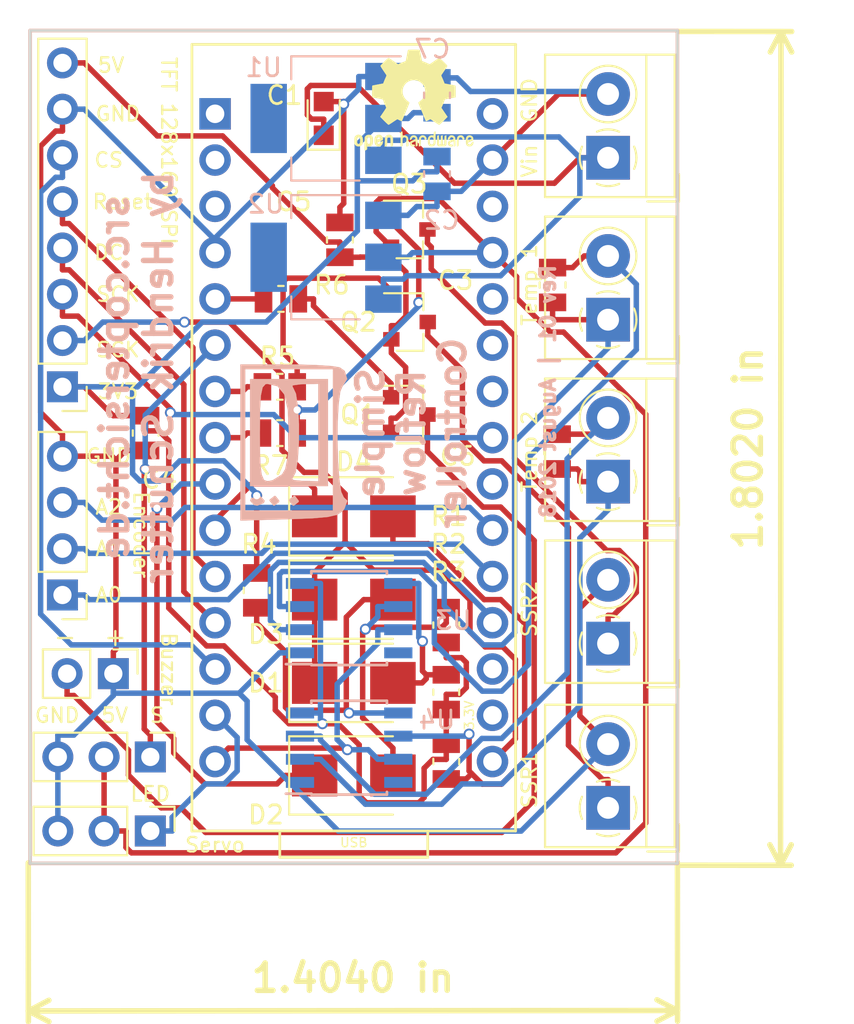
<source format=kicad_pcb>
(kicad_pcb (version 20171130) (host pcbnew 5.0.0)

  (general
    (thickness 1.6)
    (drawings 37)
    (tracks 481)
    (zones 0)
    (modules 38)
    (nets 35)
  )

  (page A4)
  (layers
    (0 F.Cu signal)
    (31 B.Cu signal)
    (32 B.Adhes user)
    (33 F.Adhes user)
    (34 B.Paste user)
    (35 F.Paste user)
    (36 B.SilkS user)
    (37 F.SilkS user)
    (38 B.Mask user)
    (39 F.Mask user)
    (40 Dwgs.User user)
    (41 Cmts.User user)
    (42 Eco1.User user)
    (43 Eco2.User user)
    (44 Edge.Cuts user)
    (45 Margin user)
    (46 B.CrtYd user)
    (47 F.CrtYd user)
    (48 B.Fab user)
    (49 F.Fab user)
  )

  (setup
    (last_trace_width 0.3)
    (trace_clearance 0.2)
    (zone_clearance 0.508)
    (zone_45_only no)
    (trace_min 0.2)
    (segment_width 0.2)
    (edge_width 0.3)
    (via_size 0.6)
    (via_drill 0.4)
    (via_min_size 0.4)
    (via_min_drill 0.3)
    (uvia_size 0.3)
    (uvia_drill 0.1)
    (uvias_allowed no)
    (uvia_min_size 0.2)
    (uvia_min_drill 0.1)
    (pcb_text_width 0.3)
    (pcb_text_size 1.5 1.5)
    (mod_edge_width 0.15)
    (mod_text_size 1 1)
    (mod_text_width 0.15)
    (pad_size 1.524 1.524)
    (pad_drill 0.762)
    (pad_to_mask_clearance 0.2)
    (aux_axis_origin 0 0)
    (visible_elements FFFFFFFF)
    (pcbplotparams
      (layerselection 0x010f0_ffffffff)
      (usegerberextensions false)
      (usegerberattributes false)
      (usegerberadvancedattributes false)
      (creategerberjobfile false)
      (excludeedgelayer true)
      (linewidth 0.100000)
      (plotframeref false)
      (viasonmask false)
      (mode 1)
      (useauxorigin false)
      (hpglpennumber 1)
      (hpglpenspeed 20)
      (hpglpendiameter 15.000000)
      (psnegative false)
      (psa4output false)
      (plotreference true)
      (plotvalue true)
      (plotinvisibletext false)
      (padsonsilk false)
      (subtractmaskfromsilk false)
      (outputformat 1)
      (mirror false)
      (drillshape 0)
      (scaleselection 1)
      (outputdirectory "Gerber/"))
  )

  (net 0 "")
  (net 1 VIN)
  (net 2 GND)
  (net 3 3V3)
  (net 4 "Net-(C3-Pad1)")
  (net 5 "Net-(C3-Pad2)")
  (net 6 5V)
  (net 7 "Net-(C6-Pad1)")
  (net 8 "Net-(C6-Pad2)")
  (net 9 SCK)
  (net 10 "Net-(D1-Pad2)")
  (net 11 TC1_CS)
  (net 12 "Net-(D2-Pad2)")
  (net 13 "Net-(D3-Pad2)")
  (net 14 TC2_CS)
  (net 15 "Net-(D4-Pad2)")
  (net 16 SDA)
  (net 17 DC)
  (net 18 RESET_TFT)
  (net 19 CS)
  (net 20 "Net-(J5-Pad2)")
  (net 21 Status_LED)
  (net 22 "Net-(J7-Pad1)")
  (net 23 "Net-(J8-Pad1)")
  (net 24 Servo)
  (net 25 A0)
  (net 26 A1)
  (net 27 A2)
  (net 28 SSR1)
  (net 29 Buzzer)
  (net 30 SSR2)
  (net 31 MISO)
  (net 32 "Net-(Q1-Pad1)")
  (net 33 "Net-(Q2-Pad1)")
  (net 34 "Net-(Q3-Pad1)")

  (net_class Default "This is the default net class."
    (clearance 0.2)
    (trace_width 0.3)
    (via_dia 0.6)
    (via_drill 0.4)
    (uvia_dia 0.3)
    (uvia_drill 0.1)
    (add_net 3V3)
    (add_net 5V)
    (add_net A0)
    (add_net A1)
    (add_net A2)
    (add_net Buzzer)
    (add_net CS)
    (add_net DC)
    (add_net GND)
    (add_net MISO)
    (add_net "Net-(C3-Pad1)")
    (add_net "Net-(C3-Pad2)")
    (add_net "Net-(C6-Pad1)")
    (add_net "Net-(C6-Pad2)")
    (add_net "Net-(D1-Pad2)")
    (add_net "Net-(D2-Pad2)")
    (add_net "Net-(D3-Pad2)")
    (add_net "Net-(D4-Pad2)")
    (add_net "Net-(J5-Pad2)")
    (add_net "Net-(J7-Pad1)")
    (add_net "Net-(J8-Pad1)")
    (add_net "Net-(Q1-Pad1)")
    (add_net "Net-(Q2-Pad1)")
    (add_net "Net-(Q3-Pad1)")
    (add_net RESET_TFT)
    (add_net SCK)
    (add_net SDA)
    (add_net SSR1)
    (add_net SSR2)
    (add_net Servo)
    (add_net Status_LED)
    (add_net TC1_CS)
    (add_net TC2_CS)
    (add_net VIN)
  )

  (module Connector_PinHeader_2.54mm:PinHeader_1x02_P2.54mm_Vertical (layer F.Cu) (tedit 5B772530) (tstamp 5B771EAC)
    (at 78.232 128.016 270)
    (descr "Through hole straight pin header, 1x02, 2.54mm pitch, single row")
    (tags "Through hole pin header THT 1x02 2.54mm single row")
    (path /5B783FF4)
    (fp_text reference J5 (at 0 -2.33 270) (layer F.SilkS) hide
      (effects (font (size 1 1) (thickness 0.15)))
    )
    (fp_text value Buzzer (at 0 4.87 270) (layer F.Fab)
      (effects (font (size 1 1) (thickness 0.15)))
    )
    (fp_line (start -0.635 -1.27) (end 1.27 -1.27) (layer F.Fab) (width 0.1))
    (fp_line (start 1.27 -1.27) (end 1.27 3.81) (layer F.Fab) (width 0.1))
    (fp_line (start 1.27 3.81) (end -1.27 3.81) (layer F.Fab) (width 0.1))
    (fp_line (start -1.27 3.81) (end -1.27 -0.635) (layer F.Fab) (width 0.1))
    (fp_line (start -1.27 -0.635) (end -0.635 -1.27) (layer F.Fab) (width 0.1))
    (fp_line (start -1.33 3.87) (end 1.33 3.87) (layer F.SilkS) (width 0.12))
    (fp_line (start -1.33 1.27) (end -1.33 3.87) (layer F.SilkS) (width 0.12))
    (fp_line (start 1.33 1.27) (end 1.33 3.87) (layer F.SilkS) (width 0.12))
    (fp_line (start -1.33 1.27) (end 1.33 1.27) (layer F.SilkS) (width 0.12))
    (fp_line (start -1.33 0) (end -1.33 -1.33) (layer F.SilkS) (width 0.12))
    (fp_line (start -1.33 -1.33) (end 0 -1.33) (layer F.SilkS) (width 0.12))
    (fp_line (start -1.8 -1.8) (end -1.8 4.35) (layer F.CrtYd) (width 0.05))
    (fp_line (start -1.8 4.35) (end 1.8 4.35) (layer F.CrtYd) (width 0.05))
    (fp_line (start 1.8 4.35) (end 1.8 -1.8) (layer F.CrtYd) (width 0.05))
    (fp_line (start 1.8 -1.8) (end -1.8 -1.8) (layer F.CrtYd) (width 0.05))
    (fp_text user %R (at 0 1.27) (layer F.Fab)
      (effects (font (size 1 1) (thickness 0.15)))
    )
    (pad 1 thru_hole rect (at 0 0 270) (size 1.7 1.7) (drill 1) (layers *.Cu *.Mask)
      (net 2 GND))
    (pad 2 thru_hole oval (at 0 2.54 270) (size 1.7 1.7) (drill 1) (layers *.Cu *.Mask)
      (net 20 "Net-(J5-Pad2)"))
    (model ${KISYS3DMOD}/Connector_PinHeader_2.54mm.3dshapes/PinHeader_1x02_P2.54mm_Vertical.wrl
      (at (xyz 0 0 0))
      (scale (xyz 1 1 1))
      (rotate (xyz 0 0 0))
    )
  )

  (module Capacitor_Tantalum_SMD:CP_EIA-2012-12_Kemet-R (layer F.Cu) (tedit 5B772585) (tstamp 5B771E4C)
    (at 89.789 97.536 90)
    (descr "Tantalum Capacitor SMD Kemet-R (2012-12 Metric), IPC_7351 nominal, (Body size from: https://www.vishay.com/docs/40182/tmch.pdf), generated with kicad-footprint-generator")
    (tags "capacitor tantalum")
    (path /5B77635B)
    (attr smd)
    (fp_text reference C1 (at 1.27 -2.159 180) (layer F.SilkS)
      (effects (font (size 1 1) (thickness 0.15)))
    )
    (fp_text value 10µF (at 0 1.58 90) (layer F.Fab)
      (effects (font (size 1 1) (thickness 0.15)))
    )
    (fp_line (start 1 -0.625) (end -0.6875 -0.625) (layer F.Fab) (width 0.1))
    (fp_line (start -0.6875 -0.625) (end -1 -0.3125) (layer F.Fab) (width 0.1))
    (fp_line (start -1 -0.3125) (end -1 0.625) (layer F.Fab) (width 0.1))
    (fp_line (start -1 0.625) (end 1 0.625) (layer F.Fab) (width 0.1))
    (fp_line (start 1 0.625) (end 1 -0.625) (layer F.Fab) (width 0.1))
    (fp_line (start 1 -0.885) (end -1.72 -0.885) (layer F.SilkS) (width 0.12))
    (fp_line (start -1.72 -0.885) (end -1.72 0.885) (layer F.SilkS) (width 0.12))
    (fp_line (start -1.72 0.885) (end 1 0.885) (layer F.SilkS) (width 0.12))
    (fp_line (start -1.71 0.88) (end -1.71 -0.88) (layer F.CrtYd) (width 0.05))
    (fp_line (start -1.71 -0.88) (end 1.71 -0.88) (layer F.CrtYd) (width 0.05))
    (fp_line (start 1.71 -0.88) (end 1.71 0.88) (layer F.CrtYd) (width 0.05))
    (fp_line (start 1.71 0.88) (end -1.71 0.88) (layer F.CrtYd) (width 0.05))
    (fp_text user %R (at 0 0 90) (layer F.Fab)
      (effects (font (size 0.5 0.5) (thickness 0.08)))
    )
    (pad 1 smd rect (at -0.925 0 90) (size 1.07 1.1) (layers F.Cu F.Paste F.Mask)
      (net 1 VIN))
    (pad 2 smd rect (at 0.925 0 90) (size 1.07 1.1) (layers F.Cu F.Paste F.Mask)
      (net 2 GND))
    (model ${KISYS3DMOD}/Capacitor_Tantalum_SMD.3dshapes/CP_EIA-2012-12_Kemet-R.wrl
      (at (xyz 0 0 0))
      (scale (xyz 1 1 1))
      (rotate (xyz 0 0 0))
    )
  )

  (module Capacitor_SMD:C_0805_2012Metric (layer B.Cu) (tedit 5B772697) (tstamp 5B771E52)
    (at 96.012 100.584 270)
    (descr "Capacitor SMD 0805 (2012 Metric), square (rectangular) end terminal, IPC_7351 nominal, (Body size source: http://www.tortai-tech.com/upload/download/2011102023233369053.pdf), generated with kicad-footprint-generator")
    (tags capacitor)
    (path /5B776DE7)
    (attr smd)
    (fp_text reference C2 (at 2.54 -0.254) (layer B.SilkS)
      (effects (font (size 1 1) (thickness 0.15)) (justify mirror))
    )
    (fp_text value 100nF (at 0 -1.85 270) (layer B.Fab)
      (effects (font (size 1 1) (thickness 0.15)) (justify mirror))
    )
    (fp_line (start -1 -0.6) (end -1 0.6) (layer B.Fab) (width 0.1))
    (fp_line (start -1 0.6) (end 1 0.6) (layer B.Fab) (width 0.1))
    (fp_line (start 1 0.6) (end 1 -0.6) (layer B.Fab) (width 0.1))
    (fp_line (start 1 -0.6) (end -1 -0.6) (layer B.Fab) (width 0.1))
    (fp_line (start -0.15 0.71) (end 0.15 0.71) (layer B.SilkS) (width 0.12))
    (fp_line (start -0.15 -0.71) (end 0.15 -0.71) (layer B.SilkS) (width 0.12))
    (fp_line (start -1.69 -1) (end -1.69 1) (layer B.CrtYd) (width 0.05))
    (fp_line (start -1.69 1) (end 1.69 1) (layer B.CrtYd) (width 0.05))
    (fp_line (start 1.69 1) (end 1.69 -1) (layer B.CrtYd) (width 0.05))
    (fp_line (start 1.69 -1) (end -1.69 -1) (layer B.CrtYd) (width 0.05))
    (fp_text user %R (at 0 0 270) (layer B.Fab)
      (effects (font (size 0.5 0.5) (thickness 0.08)) (justify mirror))
    )
    (pad 1 smd rect (at -0.955 0 270) (size 0.97 1.5) (layers B.Cu B.Paste B.Mask)
      (net 3 3V3))
    (pad 2 smd rect (at 0.955 0 270) (size 0.97 1.5) (layers B.Cu B.Paste B.Mask)
      (net 2 GND))
    (model ${KISYS3DMOD}/Capacitor_SMD.3dshapes/C_0805_2012Metric.wrl
      (at (xyz 0 0 0))
      (scale (xyz 1 1 1))
      (rotate (xyz 0 0 0))
    )
  )

  (module Capacitor_SMD:C_0805_2012Metric (layer F.Cu) (tedit 5B772658) (tstamp 5B771E58)
    (at 102.362 106.68 90)
    (descr "Capacitor SMD 0805 (2012 Metric), square (rectangular) end terminal, IPC_7351 nominal, (Body size source: http://www.tortai-tech.com/upload/download/2011102023233369053.pdf), generated with kicad-footprint-generator")
    (tags capacitor)
    (path /5B773029)
    (attr smd)
    (fp_text reference C3 (at 0.254 -5.334 180) (layer F.SilkS)
      (effects (font (size 1 1) (thickness 0.15)))
    )
    (fp_text value 10nF (at 0 1.85 90) (layer F.Fab)
      (effects (font (size 1 1) (thickness 0.15)))
    )
    (fp_line (start -1 0.6) (end -1 -0.6) (layer F.Fab) (width 0.1))
    (fp_line (start -1 -0.6) (end 1 -0.6) (layer F.Fab) (width 0.1))
    (fp_line (start 1 -0.6) (end 1 0.6) (layer F.Fab) (width 0.1))
    (fp_line (start 1 0.6) (end -1 0.6) (layer F.Fab) (width 0.1))
    (fp_line (start -0.15 -0.71) (end 0.15 -0.71) (layer F.SilkS) (width 0.12))
    (fp_line (start -0.15 0.71) (end 0.15 0.71) (layer F.SilkS) (width 0.12))
    (fp_line (start -1.69 1) (end -1.69 -1) (layer F.CrtYd) (width 0.05))
    (fp_line (start -1.69 -1) (end 1.69 -1) (layer F.CrtYd) (width 0.05))
    (fp_line (start 1.69 -1) (end 1.69 1) (layer F.CrtYd) (width 0.05))
    (fp_line (start 1.69 1) (end -1.69 1) (layer F.CrtYd) (width 0.05))
    (fp_text user %R (at 0 0 90) (layer F.Fab)
      (effects (font (size 0.5 0.5) (thickness 0.08)))
    )
    (pad 1 smd rect (at -0.955 0 90) (size 0.97 1.5) (layers F.Cu F.Paste F.Mask)
      (net 4 "Net-(C3-Pad1)"))
    (pad 2 smd rect (at 0.955 0 90) (size 0.97 1.5) (layers F.Cu F.Paste F.Mask)
      (net 5 "Net-(C3-Pad2)"))
    (model ${KISYS3DMOD}/Capacitor_SMD.3dshapes/C_0805_2012Metric.wrl
      (at (xyz 0 0 0))
      (scale (xyz 1 1 1))
      (rotate (xyz 0 0 0))
    )
  )

  (module Capacitor_SMD:C_0805_2012Metric (layer F.Cu) (tedit 5B772A2C) (tstamp 5B771E5E)
    (at 80.01 114.808 270)
    (descr "Capacitor SMD 0805 (2012 Metric), square (rectangular) end terminal, IPC_7351 nominal, (Body size source: http://www.tortai-tech.com/upload/download/2011102023233369053.pdf), generated with kicad-footprint-generator")
    (tags capacitor)
    (path /5B782CD6)
    (attr smd)
    (fp_text reference C4 (at 2.54 -0.762) (layer F.SilkS)
      (effects (font (size 1 1) (thickness 0.15)))
    )
    (fp_text value 100nF (at 0 1.85 270) (layer F.Fab)
      (effects (font (size 1 1) (thickness 0.15)))
    )
    (fp_line (start -1 0.6) (end -1 -0.6) (layer F.Fab) (width 0.1))
    (fp_line (start -1 -0.6) (end 1 -0.6) (layer F.Fab) (width 0.1))
    (fp_line (start 1 -0.6) (end 1 0.6) (layer F.Fab) (width 0.1))
    (fp_line (start 1 0.6) (end -1 0.6) (layer F.Fab) (width 0.1))
    (fp_line (start -0.15 -0.71) (end 0.15 -0.71) (layer F.SilkS) (width 0.12))
    (fp_line (start -0.15 0.71) (end 0.15 0.71) (layer F.SilkS) (width 0.12))
    (fp_line (start -1.69 1) (end -1.69 -1) (layer F.CrtYd) (width 0.05))
    (fp_line (start -1.69 -1) (end 1.69 -1) (layer F.CrtYd) (width 0.05))
    (fp_line (start 1.69 -1) (end 1.69 1) (layer F.CrtYd) (width 0.05))
    (fp_line (start 1.69 1) (end -1.69 1) (layer F.CrtYd) (width 0.05))
    (fp_text user %R (at 0 0 270) (layer F.Fab)
      (effects (font (size 0.5 0.5) (thickness 0.08)))
    )
    (pad 1 smd rect (at -0.955 0 270) (size 0.97 1.5) (layers F.Cu F.Paste F.Mask)
      (net 3 3V3))
    (pad 2 smd rect (at 0.955 0 270) (size 0.97 1.5) (layers F.Cu F.Paste F.Mask)
      (net 2 GND))
    (model ${KISYS3DMOD}/Capacitor_SMD.3dshapes/C_0805_2012Metric.wrl
      (at (xyz 0 0 0))
      (scale (xyz 1 1 1))
      (rotate (xyz 0 0 0))
    )
  )

  (module Capacitor_SMD:C_0805_2012Metric (layer F.Cu) (tedit 5B77258C) (tstamp 5B771E64)
    (at 90.678 104.201 90)
    (descr "Capacitor SMD 0805 (2012 Metric), square (rectangular) end terminal, IPC_7351 nominal, (Body size source: http://www.tortai-tech.com/upload/download/2011102023233369053.pdf), generated with kicad-footprint-generator")
    (tags capacitor)
    (path /5B777134)
    (attr smd)
    (fp_text reference C5 (at 2.093 -2.54 180) (layer F.SilkS)
      (effects (font (size 1 1) (thickness 0.15)))
    )
    (fp_text value 100nF (at 0 1.85 90) (layer F.Fab)
      (effects (font (size 1 1) (thickness 0.15)))
    )
    (fp_line (start -1 0.6) (end -1 -0.6) (layer F.Fab) (width 0.1))
    (fp_line (start -1 -0.6) (end 1 -0.6) (layer F.Fab) (width 0.1))
    (fp_line (start 1 -0.6) (end 1 0.6) (layer F.Fab) (width 0.1))
    (fp_line (start 1 0.6) (end -1 0.6) (layer F.Fab) (width 0.1))
    (fp_line (start -0.15 -0.71) (end 0.15 -0.71) (layer F.SilkS) (width 0.12))
    (fp_line (start -0.15 0.71) (end 0.15 0.71) (layer F.SilkS) (width 0.12))
    (fp_line (start -1.69 1) (end -1.69 -1) (layer F.CrtYd) (width 0.05))
    (fp_line (start -1.69 -1) (end 1.69 -1) (layer F.CrtYd) (width 0.05))
    (fp_line (start 1.69 -1) (end 1.69 1) (layer F.CrtYd) (width 0.05))
    (fp_line (start 1.69 1) (end -1.69 1) (layer F.CrtYd) (width 0.05))
    (fp_text user %R (at 0.254 -0.254 90) (layer F.Fab)
      (effects (font (size 0.5 0.5) (thickness 0.08)))
    )
    (pad 1 smd rect (at -0.955 0 90) (size 0.97 1.5) (layers F.Cu F.Paste F.Mask)
      (net 6 5V))
    (pad 2 smd rect (at 0.955 0 90) (size 0.97 1.5) (layers F.Cu F.Paste F.Mask)
      (net 2 GND))
    (model ${KISYS3DMOD}/Capacitor_SMD.3dshapes/C_0805_2012Metric.wrl
      (at (xyz 0 0 0))
      (scale (xyz 1 1 1))
      (rotate (xyz 0 0 0))
    )
  )

  (module Capacitor_SMD:C_0805_2012Metric (layer F.Cu) (tedit 5B77265B) (tstamp 5B771E6A)
    (at 102.616 115.824 90)
    (descr "Capacitor SMD 0805 (2012 Metric), square (rectangular) end terminal, IPC_7351 nominal, (Body size source: http://www.tortai-tech.com/upload/download/2011102023233369053.pdf), generated with kicad-footprint-generator")
    (tags capacitor)
    (path /5B7718A9)
    (attr smd)
    (fp_text reference C6 (at -0.254 -5.461 180) (layer F.SilkS)
      (effects (font (size 1 1) (thickness 0.15)))
    )
    (fp_text value 10nF (at 0 1.85 90) (layer F.Fab)
      (effects (font (size 1 1) (thickness 0.15)))
    )
    (fp_line (start -1 0.6) (end -1 -0.6) (layer F.Fab) (width 0.1))
    (fp_line (start -1 -0.6) (end 1 -0.6) (layer F.Fab) (width 0.1))
    (fp_line (start 1 -0.6) (end 1 0.6) (layer F.Fab) (width 0.1))
    (fp_line (start 1 0.6) (end -1 0.6) (layer F.Fab) (width 0.1))
    (fp_line (start -0.15 -0.71) (end 0.15 -0.71) (layer F.SilkS) (width 0.12))
    (fp_line (start -0.15 0.71) (end 0.15 0.71) (layer F.SilkS) (width 0.12))
    (fp_line (start -1.69 1) (end -1.69 -1) (layer F.CrtYd) (width 0.05))
    (fp_line (start -1.69 -1) (end 1.69 -1) (layer F.CrtYd) (width 0.05))
    (fp_line (start 1.69 -1) (end 1.69 1) (layer F.CrtYd) (width 0.05))
    (fp_line (start 1.69 1) (end -1.69 1) (layer F.CrtYd) (width 0.05))
    (fp_text user %R (at 0 0 90) (layer F.Fab)
      (effects (font (size 0.5 0.5) (thickness 0.08)))
    )
    (pad 1 smd rect (at -0.955 0 90) (size 0.97 1.5) (layers F.Cu F.Paste F.Mask)
      (net 7 "Net-(C6-Pad1)"))
    (pad 2 smd rect (at 0.955 0 90) (size 0.97 1.5) (layers F.Cu F.Paste F.Mask)
      (net 8 "Net-(C6-Pad2)"))
    (model ${KISYS3DMOD}/Capacitor_SMD.3dshapes/C_0805_2012Metric.wrl
      (at (xyz 0 0 0))
      (scale (xyz 1 1 1))
      (rotate (xyz 0 0 0))
    )
  )

  (module Capacitor_SMD:C_0805_2012Metric (layer B.Cu) (tedit 5B77269D) (tstamp 5B771E70)
    (at 96.012 96.266 90)
    (descr "Capacitor SMD 0805 (2012 Metric), square (rectangular) end terminal, IPC_7351 nominal, (Body size source: http://www.tortai-tech.com/upload/download/2011102023233369053.pdf), generated with kicad-footprint-generator")
    (tags capacitor)
    (path /5B78307B)
    (attr smd)
    (fp_text reference C7 (at 2.54 -0.254 180) (layer B.SilkS)
      (effects (font (size 1 1) (thickness 0.15)) (justify mirror))
    )
    (fp_text value 100nF (at 0 -1.85 90) (layer B.Fab)
      (effects (font (size 1 1) (thickness 0.15)) (justify mirror))
    )
    (fp_line (start -1 -0.6) (end -1 0.6) (layer B.Fab) (width 0.1))
    (fp_line (start -1 0.6) (end 1 0.6) (layer B.Fab) (width 0.1))
    (fp_line (start 1 0.6) (end 1 -0.6) (layer B.Fab) (width 0.1))
    (fp_line (start 1 -0.6) (end -1 -0.6) (layer B.Fab) (width 0.1))
    (fp_line (start -0.15 0.71) (end 0.15 0.71) (layer B.SilkS) (width 0.12))
    (fp_line (start -0.15 -0.71) (end 0.15 -0.71) (layer B.SilkS) (width 0.12))
    (fp_line (start -1.69 -1) (end -1.69 1) (layer B.CrtYd) (width 0.05))
    (fp_line (start -1.69 1) (end 1.69 1) (layer B.CrtYd) (width 0.05))
    (fp_line (start 1.69 1) (end 1.69 -1) (layer B.CrtYd) (width 0.05))
    (fp_line (start 1.69 -1) (end -1.69 -1) (layer B.CrtYd) (width 0.05))
    (fp_text user %R (at 0 0 90) (layer B.Fab)
      (effects (font (size 0.5 0.5) (thickness 0.08)) (justify mirror))
    )
    (pad 1 smd rect (at -0.955 0 90) (size 0.97 1.5) (layers B.Cu B.Paste B.Mask)
      (net 3 3V3))
    (pad 2 smd rect (at 0.955 0 90) (size 0.97 1.5) (layers B.Cu B.Paste B.Mask)
      (net 2 GND))
    (model ${KISYS3DMOD}/Capacitor_SMD.3dshapes/C_0805_2012Metric.wrl
      (at (xyz 0 0 0))
      (scale (xyz 1 1 1))
      (rotate (xyz 0 0 0))
    )
  )

  (module Diode_SMD:D_SMB (layer F.Cu) (tedit 5B772616) (tstamp 5B771E76)
    (at 91.44 128.524)
    (descr "Diode SMB (DO-214AA)")
    (tags "Diode SMB (DO-214AA)")
    (path /5B773017)
    (attr smd)
    (fp_text reference D1 (at -4.826 0 180) (layer F.SilkS)
      (effects (font (size 1 1) (thickness 0.15)))
    )
    (fp_text value LL4007 (at 0 3.1) (layer F.Fab)
      (effects (font (size 1 1) (thickness 0.15)))
    )
    (fp_text user %R (at 0 -3) (layer F.Fab)
      (effects (font (size 1 1) (thickness 0.15)))
    )
    (fp_line (start -3.55 -2.15) (end -3.55 2.15) (layer F.SilkS) (width 0.12))
    (fp_line (start 2.3 2) (end -2.3 2) (layer F.Fab) (width 0.1))
    (fp_line (start -2.3 2) (end -2.3 -2) (layer F.Fab) (width 0.1))
    (fp_line (start 2.3 -2) (end 2.3 2) (layer F.Fab) (width 0.1))
    (fp_line (start 2.3 -2) (end -2.3 -2) (layer F.Fab) (width 0.1))
    (fp_line (start -3.65 -2.25) (end 3.65 -2.25) (layer F.CrtYd) (width 0.05))
    (fp_line (start 3.65 -2.25) (end 3.65 2.25) (layer F.CrtYd) (width 0.05))
    (fp_line (start 3.65 2.25) (end -3.65 2.25) (layer F.CrtYd) (width 0.05))
    (fp_line (start -3.65 2.25) (end -3.65 -2.25) (layer F.CrtYd) (width 0.05))
    (fp_line (start -0.64944 0.00102) (end -1.55114 0.00102) (layer F.Fab) (width 0.1))
    (fp_line (start 0.50118 0.00102) (end 1.4994 0.00102) (layer F.Fab) (width 0.1))
    (fp_line (start -0.64944 -0.79908) (end -0.64944 0.80112) (layer F.Fab) (width 0.1))
    (fp_line (start 0.50118 0.75032) (end 0.50118 -0.79908) (layer F.Fab) (width 0.1))
    (fp_line (start -0.64944 0.00102) (end 0.50118 0.75032) (layer F.Fab) (width 0.1))
    (fp_line (start -0.64944 0.00102) (end 0.50118 -0.79908) (layer F.Fab) (width 0.1))
    (fp_line (start -3.55 2.15) (end 2.15 2.15) (layer F.SilkS) (width 0.12))
    (fp_line (start -3.55 -2.15) (end 2.15 -2.15) (layer F.SilkS) (width 0.12))
    (pad 1 smd rect (at -2.15 0) (size 2.5 2.3) (layers F.Cu F.Paste F.Mask)
      (net 9 SCK))
    (pad 2 smd rect (at 2.15 0) (size 2.5 2.3) (layers F.Cu F.Paste F.Mask)
      (net 10 "Net-(D1-Pad2)"))
    (model ${KISYS3DMOD}/Diode_SMD.3dshapes/D_SMB.wrl
      (at (xyz 0 0 0))
      (scale (xyz 1 1 1))
      (rotate (xyz 0 0 0))
    )
  )

  (module Diode_SMD:D_SMB (layer F.Cu) (tedit 5B7725FB) (tstamp 5B771E7C)
    (at 91.44 133.604)
    (descr "Diode SMB (DO-214AA)")
    (tags "Diode SMB (DO-214AA)")
    (path /5B77301D)
    (attr smd)
    (fp_text reference D2 (at -4.826 2.159) (layer F.SilkS)
      (effects (font (size 1 1) (thickness 0.15)))
    )
    (fp_text value LL4007 (at 0 3.1) (layer F.Fab)
      (effects (font (size 1 1) (thickness 0.15)))
    )
    (fp_text user %R (at 0 -3) (layer F.Fab)
      (effects (font (size 1 1) (thickness 0.15)))
    )
    (fp_line (start -3.55 -2.15) (end -3.55 2.15) (layer F.SilkS) (width 0.12))
    (fp_line (start 2.3 2) (end -2.3 2) (layer F.Fab) (width 0.1))
    (fp_line (start -2.3 2) (end -2.3 -2) (layer F.Fab) (width 0.1))
    (fp_line (start 2.3 -2) (end 2.3 2) (layer F.Fab) (width 0.1))
    (fp_line (start 2.3 -2) (end -2.3 -2) (layer F.Fab) (width 0.1))
    (fp_line (start -3.65 -2.25) (end 3.65 -2.25) (layer F.CrtYd) (width 0.05))
    (fp_line (start 3.65 -2.25) (end 3.65 2.25) (layer F.CrtYd) (width 0.05))
    (fp_line (start 3.65 2.25) (end -3.65 2.25) (layer F.CrtYd) (width 0.05))
    (fp_line (start -3.65 2.25) (end -3.65 -2.25) (layer F.CrtYd) (width 0.05))
    (fp_line (start -0.64944 0.00102) (end -1.55114 0.00102) (layer F.Fab) (width 0.1))
    (fp_line (start 0.50118 0.00102) (end 1.4994 0.00102) (layer F.Fab) (width 0.1))
    (fp_line (start -0.64944 -0.79908) (end -0.64944 0.80112) (layer F.Fab) (width 0.1))
    (fp_line (start 0.50118 0.75032) (end 0.50118 -0.79908) (layer F.Fab) (width 0.1))
    (fp_line (start -0.64944 0.00102) (end 0.50118 0.75032) (layer F.Fab) (width 0.1))
    (fp_line (start -0.64944 0.00102) (end 0.50118 -0.79908) (layer F.Fab) (width 0.1))
    (fp_line (start -3.55 2.15) (end 2.15 2.15) (layer F.SilkS) (width 0.12))
    (fp_line (start -3.55 -2.15) (end 2.15 -2.15) (layer F.SilkS) (width 0.12))
    (pad 1 smd rect (at -2.15 0) (size 2.5 2.3) (layers F.Cu F.Paste F.Mask)
      (net 11 TC1_CS))
    (pad 2 smd rect (at 2.15 0) (size 2.5 2.3) (layers F.Cu F.Paste F.Mask)
      (net 12 "Net-(D2-Pad2)"))
    (model ${KISYS3DMOD}/Diode_SMD.3dshapes/D_SMB.wrl
      (at (xyz 0 0 0))
      (scale (xyz 1 1 1))
      (rotate (xyz 0 0 0))
    )
  )

  (module Diode_SMD:D_SMB (layer F.Cu) (tedit 5B772610) (tstamp 5B771E82)
    (at 91.44 123.952)
    (descr "Diode SMB (DO-214AA)")
    (tags "Diode SMB (DO-214AA)")
    (path /5B770FCE)
    (attr smd)
    (fp_text reference D3 (at -4.826 1.905) (layer F.SilkS)
      (effects (font (size 1 1) (thickness 0.15)))
    )
    (fp_text value LL4007 (at 0 3.1) (layer F.Fab)
      (effects (font (size 1 1) (thickness 0.15)))
    )
    (fp_text user %R (at 0 -3) (layer F.Fab)
      (effects (font (size 1 1) (thickness 0.15)))
    )
    (fp_line (start -3.55 -2.15) (end -3.55 2.15) (layer F.SilkS) (width 0.12))
    (fp_line (start 2.3 2) (end -2.3 2) (layer F.Fab) (width 0.1))
    (fp_line (start -2.3 2) (end -2.3 -2) (layer F.Fab) (width 0.1))
    (fp_line (start 2.3 -2) (end 2.3 2) (layer F.Fab) (width 0.1))
    (fp_line (start 2.3 -2) (end -2.3 -2) (layer F.Fab) (width 0.1))
    (fp_line (start -3.65 -2.25) (end 3.65 -2.25) (layer F.CrtYd) (width 0.05))
    (fp_line (start 3.65 -2.25) (end 3.65 2.25) (layer F.CrtYd) (width 0.05))
    (fp_line (start 3.65 2.25) (end -3.65 2.25) (layer F.CrtYd) (width 0.05))
    (fp_line (start -3.65 2.25) (end -3.65 -2.25) (layer F.CrtYd) (width 0.05))
    (fp_line (start -0.64944 0.00102) (end -1.55114 0.00102) (layer F.Fab) (width 0.1))
    (fp_line (start 0.50118 0.00102) (end 1.4994 0.00102) (layer F.Fab) (width 0.1))
    (fp_line (start -0.64944 -0.79908) (end -0.64944 0.80112) (layer F.Fab) (width 0.1))
    (fp_line (start 0.50118 0.75032) (end 0.50118 -0.79908) (layer F.Fab) (width 0.1))
    (fp_line (start -0.64944 0.00102) (end 0.50118 0.75032) (layer F.Fab) (width 0.1))
    (fp_line (start -0.64944 0.00102) (end 0.50118 -0.79908) (layer F.Fab) (width 0.1))
    (fp_line (start -3.55 2.15) (end 2.15 2.15) (layer F.SilkS) (width 0.12))
    (fp_line (start -3.55 -2.15) (end 2.15 -2.15) (layer F.SilkS) (width 0.12))
    (pad 1 smd rect (at -2.15 0) (size 2.5 2.3) (layers F.Cu F.Paste F.Mask)
      (net 9 SCK))
    (pad 2 smd rect (at 2.15 0) (size 2.5 2.3) (layers F.Cu F.Paste F.Mask)
      (net 13 "Net-(D3-Pad2)"))
    (model ${KISYS3DMOD}/Diode_SMD.3dshapes/D_SMB.wrl
      (at (xyz 0 0 0))
      (scale (xyz 1 1 1))
      (rotate (xyz 0 0 0))
    )
  )

  (module Diode_SMD:D_SMB (layer F.Cu) (tedit 58645DF3) (tstamp 5B771E88)
    (at 91.44 119.38)
    (descr "Diode SMB (DO-214AA)")
    (tags "Diode SMB (DO-214AA)")
    (path /5B7711FA)
    (attr smd)
    (fp_text reference D4 (at 0 -3) (layer F.SilkS)
      (effects (font (size 1 1) (thickness 0.15)))
    )
    (fp_text value LL4007 (at 0 3.1) (layer F.Fab)
      (effects (font (size 1 1) (thickness 0.15)))
    )
    (fp_text user %R (at 0 -3) (layer F.Fab)
      (effects (font (size 1 1) (thickness 0.15)))
    )
    (fp_line (start -3.55 -2.15) (end -3.55 2.15) (layer F.SilkS) (width 0.12))
    (fp_line (start 2.3 2) (end -2.3 2) (layer F.Fab) (width 0.1))
    (fp_line (start -2.3 2) (end -2.3 -2) (layer F.Fab) (width 0.1))
    (fp_line (start 2.3 -2) (end 2.3 2) (layer F.Fab) (width 0.1))
    (fp_line (start 2.3 -2) (end -2.3 -2) (layer F.Fab) (width 0.1))
    (fp_line (start -3.65 -2.25) (end 3.65 -2.25) (layer F.CrtYd) (width 0.05))
    (fp_line (start 3.65 -2.25) (end 3.65 2.25) (layer F.CrtYd) (width 0.05))
    (fp_line (start 3.65 2.25) (end -3.65 2.25) (layer F.CrtYd) (width 0.05))
    (fp_line (start -3.65 2.25) (end -3.65 -2.25) (layer F.CrtYd) (width 0.05))
    (fp_line (start -0.64944 0.00102) (end -1.55114 0.00102) (layer F.Fab) (width 0.1))
    (fp_line (start 0.50118 0.00102) (end 1.4994 0.00102) (layer F.Fab) (width 0.1))
    (fp_line (start -0.64944 -0.79908) (end -0.64944 0.80112) (layer F.Fab) (width 0.1))
    (fp_line (start 0.50118 0.75032) (end 0.50118 -0.79908) (layer F.Fab) (width 0.1))
    (fp_line (start -0.64944 0.00102) (end 0.50118 0.75032) (layer F.Fab) (width 0.1))
    (fp_line (start -0.64944 0.00102) (end 0.50118 -0.79908) (layer F.Fab) (width 0.1))
    (fp_line (start -3.55 2.15) (end 2.15 2.15) (layer F.SilkS) (width 0.12))
    (fp_line (start -3.55 -2.15) (end 2.15 -2.15) (layer F.SilkS) (width 0.12))
    (pad 1 smd rect (at -2.15 0) (size 2.5 2.3) (layers F.Cu F.Paste F.Mask)
      (net 14 TC2_CS))
    (pad 2 smd rect (at 2.15 0) (size 2.5 2.3) (layers F.Cu F.Paste F.Mask)
      (net 15 "Net-(D4-Pad2)"))
    (model ${KISYS3DMOD}/Diode_SMD.3dshapes/D_SMB.wrl
      (at (xyz 0 0 0))
      (scale (xyz 1 1 1))
      (rotate (xyz 0 0 0))
    )
  )

  (module TerminalBlock_4Ucon:TerminalBlock_4Ucon_1x02_P3.50mm_Horizontal (layer F.Cu) (tedit 5B772535) (tstamp 5B771E8E)
    (at 105.41 99.695 90)
    (descr "Terminal Block 4Ucon ItemNo. 19963, 2 pins, pitch 3.5mm, size 7.7x7mm^2, drill diamater 1.2mm, pad diameter 2.4mm, see http://www.4uconnector.com/online/object/4udrawing/19963.pdf, script-generated using https://github.com/pointhi/kicad-footprint-generator/scripts/TerminalBlock_4Ucon")
    (tags "THT Terminal Block 4Ucon ItemNo. 19963 pitch 3.5mm size 7.7x7mm^2 drill 1.2mm pad 2.4mm")
    (path /5B770027)
    (fp_text reference J1 (at 1.75 -4.46 90) (layer F.SilkS) hide
      (effects (font (size 1 1) (thickness 0.15)))
    )
    (fp_text value "Voltage Input 12V" (at 1.75 4.66 90) (layer F.Fab)
      (effects (font (size 1 1) (thickness 0.15)))
    )
    (fp_arc (start 0 0) (end 0 1.555) (angle -23) (layer F.SilkS) (width 0.12))
    (fp_arc (start 0 0) (end 1.432 0.608) (angle -46) (layer F.SilkS) (width 0.12))
    (fp_arc (start 0 0) (end 0.608 -1.432) (angle -46) (layer F.SilkS) (width 0.12))
    (fp_arc (start 0 0) (end -1.432 -0.608) (angle -46) (layer F.SilkS) (width 0.12))
    (fp_arc (start 0 0) (end -0.608 1.432) (angle -24) (layer F.SilkS) (width 0.12))
    (fp_circle (center 0 0) (end 1.375 0) (layer F.Fab) (width 0.1))
    (fp_circle (center 3.5 0) (end 4.875 0) (layer F.Fab) (width 0.1))
    (fp_circle (center 3.5 0) (end 5.055 0) (layer F.SilkS) (width 0.12))
    (fp_line (start -2.1 -3.4) (end 5.6 -3.4) (layer F.Fab) (width 0.1))
    (fp_line (start 5.6 -3.4) (end 5.6 3.6) (layer F.Fab) (width 0.1))
    (fp_line (start 5.6 3.6) (end -0.6 3.6) (layer F.Fab) (width 0.1))
    (fp_line (start -0.6 3.6) (end -2.1 2.1) (layer F.Fab) (width 0.1))
    (fp_line (start -2.1 2.1) (end -2.1 -3.4) (layer F.Fab) (width 0.1))
    (fp_line (start -2.1 2.1) (end 5.6 2.1) (layer F.Fab) (width 0.1))
    (fp_line (start -2.16 2.1) (end 5.66 2.1) (layer F.SilkS) (width 0.12))
    (fp_line (start -2.16 -3.46) (end 5.66 -3.46) (layer F.SilkS) (width 0.12))
    (fp_line (start -2.16 3.66) (end 5.66 3.66) (layer F.SilkS) (width 0.12))
    (fp_line (start -2.16 -3.46) (end -2.16 3.66) (layer F.SilkS) (width 0.12))
    (fp_line (start 5.66 -3.46) (end 5.66 3.66) (layer F.SilkS) (width 0.12))
    (fp_line (start -1.1 -0.069) (end -0.069 -0.069) (layer F.Fab) (width 0.1))
    (fp_line (start -0.069 -0.069) (end -0.069 -1.1) (layer F.Fab) (width 0.1))
    (fp_line (start -0.069 -1.1) (end 0.069 -1.1) (layer F.Fab) (width 0.1))
    (fp_line (start 0.069 -1.1) (end 0.069 -0.069) (layer F.Fab) (width 0.1))
    (fp_line (start 0.069 -0.069) (end 1.1 -0.069) (layer F.Fab) (width 0.1))
    (fp_line (start 1.1 -0.069) (end 1.1 0.069) (layer F.Fab) (width 0.1))
    (fp_line (start 1.1 0.069) (end 0.069 0.069) (layer F.Fab) (width 0.1))
    (fp_line (start 0.069 0.069) (end 0.069 1.1) (layer F.Fab) (width 0.1))
    (fp_line (start 0.069 1.1) (end -0.069 1.1) (layer F.Fab) (width 0.1))
    (fp_line (start -0.069 1.1) (end -0.069 0.069) (layer F.Fab) (width 0.1))
    (fp_line (start -0.069 0.069) (end -1.1 0.069) (layer F.Fab) (width 0.1))
    (fp_line (start -1.1 0.069) (end -1.1 -0.069) (layer F.Fab) (width 0.1))
    (fp_line (start 2.4 -0.069) (end 3.431 -0.069) (layer F.Fab) (width 0.1))
    (fp_line (start 3.431 -0.069) (end 3.431 -1.1) (layer F.Fab) (width 0.1))
    (fp_line (start 3.431 -1.1) (end 3.569 -1.1) (layer F.Fab) (width 0.1))
    (fp_line (start 3.569 -1.1) (end 3.569 -0.069) (layer F.Fab) (width 0.1))
    (fp_line (start 3.569 -0.069) (end 4.6 -0.069) (layer F.Fab) (width 0.1))
    (fp_line (start 4.6 -0.069) (end 4.6 0.069) (layer F.Fab) (width 0.1))
    (fp_line (start 4.6 0.069) (end 3.569 0.069) (layer F.Fab) (width 0.1))
    (fp_line (start 3.569 0.069) (end 3.569 1.1) (layer F.Fab) (width 0.1))
    (fp_line (start 3.569 1.1) (end 3.431 1.1) (layer F.Fab) (width 0.1))
    (fp_line (start 3.431 1.1) (end 3.431 0.069) (layer F.Fab) (width 0.1))
    (fp_line (start 3.431 0.069) (end 2.4 0.069) (layer F.Fab) (width 0.1))
    (fp_line (start 2.4 0.069) (end 2.4 -0.069) (layer F.Fab) (width 0.1))
    (fp_line (start -2.4 2.16) (end -2.4 3.9) (layer F.SilkS) (width 0.12))
    (fp_line (start -2.4 3.9) (end -0.9 3.9) (layer F.SilkS) (width 0.12))
    (fp_line (start -2.6 -3.9) (end -2.6 4.1) (layer F.CrtYd) (width 0.05))
    (fp_line (start -2.6 4.1) (end 6.1 4.1) (layer F.CrtYd) (width 0.05))
    (fp_line (start 6.1 4.1) (end 6.1 -3.9) (layer F.CrtYd) (width 0.05))
    (fp_line (start 6.1 -3.9) (end -2.6 -3.9) (layer F.CrtYd) (width 0.05))
    (fp_text user %R (at 1.75 2.9 90) (layer F.Fab)
      (effects (font (size 1 1) (thickness 0.15)))
    )
    (pad 1 thru_hole rect (at 0 0 90) (size 2.4 2.4) (drill 1.2) (layers *.Cu *.Mask)
      (net 1 VIN))
    (pad 2 thru_hole circle (at 3.5 0 90) (size 2.4 2.4) (drill 1.2) (layers *.Cu *.Mask)
      (net 2 GND))
    (model ${KISYS3DMOD}/TerminalBlock_4Ucon.3dshapes/TerminalBlock_4Ucon_1x02_P3.50mm_Horizontal.wrl
      (at (xyz 0 0 0))
      (scale (xyz 1 1 1))
      (rotate (xyz 0 0 0))
    )
  )

  (module TerminalBlock_4Ucon:TerminalBlock_4Ucon_1x02_P3.50mm_Horizontal (layer F.Cu) (tedit 5B772539) (tstamp 5B771E94)
    (at 105.41 108.585 90)
    (descr "Terminal Block 4Ucon ItemNo. 19963, 2 pins, pitch 3.5mm, size 7.7x7mm^2, drill diamater 1.2mm, pad diameter 2.4mm, see http://www.4uconnector.com/online/object/4udrawing/19963.pdf, script-generated using https://github.com/pointhi/kicad-footprint-generator/scripts/TerminalBlock_4Ucon")
    (tags "THT Terminal Block 4Ucon ItemNo. 19963 pitch 3.5mm size 7.7x7mm^2 drill 1.2mm pad 2.4mm")
    (path /5B77302F)
    (fp_text reference J2 (at 1.75 -4.46 90) (layer F.SilkS) hide
      (effects (font (size 1 1) (thickness 0.15)))
    )
    (fp_text value Temp1 (at 1.75 4.66 90) (layer F.Fab)
      (effects (font (size 1 1) (thickness 0.15)))
    )
    (fp_arc (start 0 0) (end 0 1.555) (angle -23) (layer F.SilkS) (width 0.12))
    (fp_arc (start 0 0) (end 1.432 0.608) (angle -46) (layer F.SilkS) (width 0.12))
    (fp_arc (start 0 0) (end 0.608 -1.432) (angle -46) (layer F.SilkS) (width 0.12))
    (fp_arc (start 0 0) (end -1.432 -0.608) (angle -46) (layer F.SilkS) (width 0.12))
    (fp_arc (start 0 0) (end -0.608 1.432) (angle -24) (layer F.SilkS) (width 0.12))
    (fp_circle (center 0 0) (end 1.375 0) (layer F.Fab) (width 0.1))
    (fp_circle (center 3.5 0) (end 4.875 0) (layer F.Fab) (width 0.1))
    (fp_circle (center 3.5 0) (end 5.055 0) (layer F.SilkS) (width 0.12))
    (fp_line (start -2.1 -3.4) (end 5.6 -3.4) (layer F.Fab) (width 0.1))
    (fp_line (start 5.6 -3.4) (end 5.6 3.6) (layer F.Fab) (width 0.1))
    (fp_line (start 5.6 3.6) (end -0.6 3.6) (layer F.Fab) (width 0.1))
    (fp_line (start -0.6 3.6) (end -2.1 2.1) (layer F.Fab) (width 0.1))
    (fp_line (start -2.1 2.1) (end -2.1 -3.4) (layer F.Fab) (width 0.1))
    (fp_line (start -2.1 2.1) (end 5.6 2.1) (layer F.Fab) (width 0.1))
    (fp_line (start -2.16 2.1) (end 5.66 2.1) (layer F.SilkS) (width 0.12))
    (fp_line (start -2.16 -3.46) (end 5.66 -3.46) (layer F.SilkS) (width 0.12))
    (fp_line (start -2.16 3.66) (end 5.66 3.66) (layer F.SilkS) (width 0.12))
    (fp_line (start -2.16 -3.46) (end -2.16 3.66) (layer F.SilkS) (width 0.12))
    (fp_line (start 5.66 -3.46) (end 5.66 3.66) (layer F.SilkS) (width 0.12))
    (fp_line (start -1.1 -0.069) (end -0.069 -0.069) (layer F.Fab) (width 0.1))
    (fp_line (start -0.069 -0.069) (end -0.069 -1.1) (layer F.Fab) (width 0.1))
    (fp_line (start -0.069 -1.1) (end 0.069 -1.1) (layer F.Fab) (width 0.1))
    (fp_line (start 0.069 -1.1) (end 0.069 -0.069) (layer F.Fab) (width 0.1))
    (fp_line (start 0.069 -0.069) (end 1.1 -0.069) (layer F.Fab) (width 0.1))
    (fp_line (start 1.1 -0.069) (end 1.1 0.069) (layer F.Fab) (width 0.1))
    (fp_line (start 1.1 0.069) (end 0.069 0.069) (layer F.Fab) (width 0.1))
    (fp_line (start 0.069 0.069) (end 0.069 1.1) (layer F.Fab) (width 0.1))
    (fp_line (start 0.069 1.1) (end -0.069 1.1) (layer F.Fab) (width 0.1))
    (fp_line (start -0.069 1.1) (end -0.069 0.069) (layer F.Fab) (width 0.1))
    (fp_line (start -0.069 0.069) (end -1.1 0.069) (layer F.Fab) (width 0.1))
    (fp_line (start -1.1 0.069) (end -1.1 -0.069) (layer F.Fab) (width 0.1))
    (fp_line (start 2.4 -0.069) (end 3.431 -0.069) (layer F.Fab) (width 0.1))
    (fp_line (start 3.431 -0.069) (end 3.431 -1.1) (layer F.Fab) (width 0.1))
    (fp_line (start 3.431 -1.1) (end 3.569 -1.1) (layer F.Fab) (width 0.1))
    (fp_line (start 3.569 -1.1) (end 3.569 -0.069) (layer F.Fab) (width 0.1))
    (fp_line (start 3.569 -0.069) (end 4.6 -0.069) (layer F.Fab) (width 0.1))
    (fp_line (start 4.6 -0.069) (end 4.6 0.069) (layer F.Fab) (width 0.1))
    (fp_line (start 4.6 0.069) (end 3.569 0.069) (layer F.Fab) (width 0.1))
    (fp_line (start 3.569 0.069) (end 3.569 1.1) (layer F.Fab) (width 0.1))
    (fp_line (start 3.569 1.1) (end 3.431 1.1) (layer F.Fab) (width 0.1))
    (fp_line (start 3.431 1.1) (end 3.431 0.069) (layer F.Fab) (width 0.1))
    (fp_line (start 3.431 0.069) (end 2.4 0.069) (layer F.Fab) (width 0.1))
    (fp_line (start 2.4 0.069) (end 2.4 -0.069) (layer F.Fab) (width 0.1))
    (fp_line (start -2.4 2.16) (end -2.4 3.9) (layer F.SilkS) (width 0.12))
    (fp_line (start -2.4 3.9) (end -0.9 3.9) (layer F.SilkS) (width 0.12))
    (fp_line (start -2.6 -3.9) (end -2.6 4.1) (layer F.CrtYd) (width 0.05))
    (fp_line (start -2.6 4.1) (end 6.1 4.1) (layer F.CrtYd) (width 0.05))
    (fp_line (start 6.1 4.1) (end 6.1 -3.9) (layer F.CrtYd) (width 0.05))
    (fp_line (start 6.1 -3.9) (end -2.6 -3.9) (layer F.CrtYd) (width 0.05))
    (fp_text user %R (at 1.75 2.9 90) (layer F.Fab)
      (effects (font (size 1 1) (thickness 0.15)))
    )
    (pad 1 thru_hole rect (at 0 0 90) (size 2.4 2.4) (drill 1.2) (layers *.Cu *.Mask)
      (net 4 "Net-(C3-Pad1)"))
    (pad 2 thru_hole circle (at 3.5 0 90) (size 2.4 2.4) (drill 1.2) (layers *.Cu *.Mask)
      (net 5 "Net-(C3-Pad2)"))
    (model ${KISYS3DMOD}/TerminalBlock_4Ucon.3dshapes/TerminalBlock_4Ucon_1x02_P3.50mm_Horizontal.wrl
      (at (xyz 0 0 0))
      (scale (xyz 1 1 1))
      (rotate (xyz 0 0 0))
    )
  )

  (module TerminalBlock_4Ucon:TerminalBlock_4Ucon_1x02_P3.50mm_Horizontal (layer F.Cu) (tedit 5B77253E) (tstamp 5B771E9A)
    (at 105.41 117.475 90)
    (descr "Terminal Block 4Ucon ItemNo. 19963, 2 pins, pitch 3.5mm, size 7.7x7mm^2, drill diamater 1.2mm, pad diameter 2.4mm, see http://www.4uconnector.com/online/object/4udrawing/19963.pdf, script-generated using https://github.com/pointhi/kicad-footprint-generator/scripts/TerminalBlock_4Ucon")
    (tags "THT Terminal Block 4Ucon ItemNo. 19963 pitch 3.5mm size 7.7x7mm^2 drill 1.2mm pad 2.4mm")
    (path /5B771BCF)
    (fp_text reference J3 (at 1.75 -4.46 90) (layer F.SilkS) hide
      (effects (font (size 1 1) (thickness 0.15)))
    )
    (fp_text value Temp2 (at 1.75 4.66 90) (layer F.Fab)
      (effects (font (size 1 1) (thickness 0.15)))
    )
    (fp_arc (start 0 0) (end 0 1.555) (angle -23) (layer F.SilkS) (width 0.12))
    (fp_arc (start 0 0) (end 1.432 0.608) (angle -46) (layer F.SilkS) (width 0.12))
    (fp_arc (start 0 0) (end 0.608 -1.432) (angle -46) (layer F.SilkS) (width 0.12))
    (fp_arc (start 0 0) (end -1.432 -0.608) (angle -46) (layer F.SilkS) (width 0.12))
    (fp_arc (start 0 0) (end -0.608 1.432) (angle -24) (layer F.SilkS) (width 0.12))
    (fp_circle (center 0 0) (end 1.375 0) (layer F.Fab) (width 0.1))
    (fp_circle (center 3.5 0) (end 4.875 0) (layer F.Fab) (width 0.1))
    (fp_circle (center 3.5 0) (end 5.055 0) (layer F.SilkS) (width 0.12))
    (fp_line (start -2.1 -3.4) (end 5.6 -3.4) (layer F.Fab) (width 0.1))
    (fp_line (start 5.6 -3.4) (end 5.6 3.6) (layer F.Fab) (width 0.1))
    (fp_line (start 5.6 3.6) (end -0.6 3.6) (layer F.Fab) (width 0.1))
    (fp_line (start -0.6 3.6) (end -2.1 2.1) (layer F.Fab) (width 0.1))
    (fp_line (start -2.1 2.1) (end -2.1 -3.4) (layer F.Fab) (width 0.1))
    (fp_line (start -2.1 2.1) (end 5.6 2.1) (layer F.Fab) (width 0.1))
    (fp_line (start -2.16 2.1) (end 5.66 2.1) (layer F.SilkS) (width 0.12))
    (fp_line (start -2.16 -3.46) (end 5.66 -3.46) (layer F.SilkS) (width 0.12))
    (fp_line (start -2.16 3.66) (end 5.66 3.66) (layer F.SilkS) (width 0.12))
    (fp_line (start -2.16 -3.46) (end -2.16 3.66) (layer F.SilkS) (width 0.12))
    (fp_line (start 5.66 -3.46) (end 5.66 3.66) (layer F.SilkS) (width 0.12))
    (fp_line (start -1.1 -0.069) (end -0.069 -0.069) (layer F.Fab) (width 0.1))
    (fp_line (start -0.069 -0.069) (end -0.069 -1.1) (layer F.Fab) (width 0.1))
    (fp_line (start -0.069 -1.1) (end 0.069 -1.1) (layer F.Fab) (width 0.1))
    (fp_line (start 0.069 -1.1) (end 0.069 -0.069) (layer F.Fab) (width 0.1))
    (fp_line (start 0.069 -0.069) (end 1.1 -0.069) (layer F.Fab) (width 0.1))
    (fp_line (start 1.1 -0.069) (end 1.1 0.069) (layer F.Fab) (width 0.1))
    (fp_line (start 1.1 0.069) (end 0.069 0.069) (layer F.Fab) (width 0.1))
    (fp_line (start 0.069 0.069) (end 0.069 1.1) (layer F.Fab) (width 0.1))
    (fp_line (start 0.069 1.1) (end -0.069 1.1) (layer F.Fab) (width 0.1))
    (fp_line (start -0.069 1.1) (end -0.069 0.069) (layer F.Fab) (width 0.1))
    (fp_line (start -0.069 0.069) (end -1.1 0.069) (layer F.Fab) (width 0.1))
    (fp_line (start -1.1 0.069) (end -1.1 -0.069) (layer F.Fab) (width 0.1))
    (fp_line (start 2.4 -0.069) (end 3.431 -0.069) (layer F.Fab) (width 0.1))
    (fp_line (start 3.431 -0.069) (end 3.431 -1.1) (layer F.Fab) (width 0.1))
    (fp_line (start 3.431 -1.1) (end 3.569 -1.1) (layer F.Fab) (width 0.1))
    (fp_line (start 3.569 -1.1) (end 3.569 -0.069) (layer F.Fab) (width 0.1))
    (fp_line (start 3.569 -0.069) (end 4.6 -0.069) (layer F.Fab) (width 0.1))
    (fp_line (start 4.6 -0.069) (end 4.6 0.069) (layer F.Fab) (width 0.1))
    (fp_line (start 4.6 0.069) (end 3.569 0.069) (layer F.Fab) (width 0.1))
    (fp_line (start 3.569 0.069) (end 3.569 1.1) (layer F.Fab) (width 0.1))
    (fp_line (start 3.569 1.1) (end 3.431 1.1) (layer F.Fab) (width 0.1))
    (fp_line (start 3.431 1.1) (end 3.431 0.069) (layer F.Fab) (width 0.1))
    (fp_line (start 3.431 0.069) (end 2.4 0.069) (layer F.Fab) (width 0.1))
    (fp_line (start 2.4 0.069) (end 2.4 -0.069) (layer F.Fab) (width 0.1))
    (fp_line (start -2.4 2.16) (end -2.4 3.9) (layer F.SilkS) (width 0.12))
    (fp_line (start -2.4 3.9) (end -0.9 3.9) (layer F.SilkS) (width 0.12))
    (fp_line (start -2.6 -3.9) (end -2.6 4.1) (layer F.CrtYd) (width 0.05))
    (fp_line (start -2.6 4.1) (end 6.1 4.1) (layer F.CrtYd) (width 0.05))
    (fp_line (start 6.1 4.1) (end 6.1 -3.9) (layer F.CrtYd) (width 0.05))
    (fp_line (start 6.1 -3.9) (end -2.6 -3.9) (layer F.CrtYd) (width 0.05))
    (fp_text user %R (at 1.75 2.9 90) (layer F.Fab)
      (effects (font (size 1 1) (thickness 0.15)))
    )
    (pad 1 thru_hole rect (at 0 0 90) (size 2.4 2.4) (drill 1.2) (layers *.Cu *.Mask)
      (net 7 "Net-(C6-Pad1)"))
    (pad 2 thru_hole circle (at 3.5 0 90) (size 2.4 2.4) (drill 1.2) (layers *.Cu *.Mask)
      (net 8 "Net-(C6-Pad2)"))
    (model ${KISYS3DMOD}/TerminalBlock_4Ucon.3dshapes/TerminalBlock_4Ucon_1x02_P3.50mm_Horizontal.wrl
      (at (xyz 0 0 0))
      (scale (xyz 1 1 1))
      (rotate (xyz 0 0 0))
    )
  )

  (module Connector_PinHeader_2.54mm:PinHeader_1x08_P2.54mm_Vertical (layer F.Cu) (tedit 5B772578) (tstamp 5B771EA6)
    (at 75.438 112.268 180)
    (descr "Through hole straight pin header, 1x08, 2.54mm pitch, single row")
    (tags "Through hole pin header THT 1x08 2.54mm single row")
    (path /5B76F5FD)
    (fp_text reference J4 (at 0 -2.33 180) (layer F.SilkS) hide
      (effects (font (size 1 1) (thickness 0.15)))
    )
    (fp_text value TFT (at 0 20.11 180) (layer F.Fab)
      (effects (font (size 1 1) (thickness 0.15)))
    )
    (fp_line (start -0.635 -1.27) (end 1.27 -1.27) (layer F.Fab) (width 0.1))
    (fp_line (start 1.27 -1.27) (end 1.27 19.05) (layer F.Fab) (width 0.1))
    (fp_line (start 1.27 19.05) (end -1.27 19.05) (layer F.Fab) (width 0.1))
    (fp_line (start -1.27 19.05) (end -1.27 -0.635) (layer F.Fab) (width 0.1))
    (fp_line (start -1.27 -0.635) (end -0.635 -1.27) (layer F.Fab) (width 0.1))
    (fp_line (start -1.33 19.11) (end 1.33 19.11) (layer F.SilkS) (width 0.12))
    (fp_line (start -1.33 1.27) (end -1.33 19.11) (layer F.SilkS) (width 0.12))
    (fp_line (start 1.33 1.27) (end 1.33 19.11) (layer F.SilkS) (width 0.12))
    (fp_line (start -1.33 1.27) (end 1.33 1.27) (layer F.SilkS) (width 0.12))
    (fp_line (start -1.33 0) (end -1.33 -1.33) (layer F.SilkS) (width 0.12))
    (fp_line (start -1.33 -1.33) (end 0 -1.33) (layer F.SilkS) (width 0.12))
    (fp_line (start -1.8 -1.8) (end -1.8 19.55) (layer F.CrtYd) (width 0.05))
    (fp_line (start -1.8 19.55) (end 1.8 19.55) (layer F.CrtYd) (width 0.05))
    (fp_line (start 1.8 19.55) (end 1.8 -1.8) (layer F.CrtYd) (width 0.05))
    (fp_line (start 1.8 -1.8) (end -1.8 -1.8) (layer F.CrtYd) (width 0.05))
    (fp_text user %R (at 0 8.89 270) (layer F.Fab)
      (effects (font (size 1 1) (thickness 0.15)))
    )
    (pad 1 thru_hole rect (at 0 0 180) (size 1.7 1.7) (drill 1) (layers *.Cu *.Mask)
      (net 3 3V3))
    (pad 2 thru_hole oval (at 0 2.54 180) (size 1.7 1.7) (drill 1) (layers *.Cu *.Mask)
      (net 9 SCK))
    (pad 3 thru_hole oval (at 0 5.08 180) (size 1.7 1.7) (drill 1) (layers *.Cu *.Mask)
      (net 16 SDA))
    (pad 4 thru_hole oval (at 0 7.62 180) (size 1.7 1.7) (drill 1) (layers *.Cu *.Mask)
      (net 17 DC))
    (pad 5 thru_hole oval (at 0 10.16 180) (size 1.7 1.7) (drill 1) (layers *.Cu *.Mask)
      (net 18 RESET_TFT))
    (pad 6 thru_hole oval (at 0 12.7 180) (size 1.7 1.7) (drill 1) (layers *.Cu *.Mask)
      (net 19 CS))
    (pad 7 thru_hole oval (at 0 15.24 180) (size 1.7 1.7) (drill 1) (layers *.Cu *.Mask)
      (net 2 GND))
    (pad 8 thru_hole oval (at 0 17.78 180) (size 1.7 1.7) (drill 1) (layers *.Cu *.Mask)
      (net 6 5V))
    (model ${KISYS3DMOD}/Connector_PinHeader_2.54mm.3dshapes/PinHeader_1x08_P2.54mm_Vertical.wrl
      (at (xyz 0 0 0))
      (scale (xyz 1 1 1))
      (rotate (xyz 0 0 0))
    )
  )

  (module Connector_PinHeader_2.54mm:PinHeader_1x03_P2.54mm_Vertical (layer F.Cu) (tedit 5B772522) (tstamp 5B771EB3)
    (at 80.264 132.588 270)
    (descr "Through hole straight pin header, 1x03, 2.54mm pitch, single row")
    (tags "Through hole pin header THT 1x03 2.54mm single row")
    (path /5B77AC3E)
    (fp_text reference J6 (at 0 -2.33 270) (layer F.SilkS) hide
      (effects (font (size 1 1) (thickness 0.15)))
    )
    (fp_text value Status_LED (at 0 7.41 270) (layer F.Fab)
      (effects (font (size 1 1) (thickness 0.15)))
    )
    (fp_line (start -0.635 -1.27) (end 1.27 -1.27) (layer F.Fab) (width 0.1))
    (fp_line (start 1.27 -1.27) (end 1.27 6.35) (layer F.Fab) (width 0.1))
    (fp_line (start 1.27 6.35) (end -1.27 6.35) (layer F.Fab) (width 0.1))
    (fp_line (start -1.27 6.35) (end -1.27 -0.635) (layer F.Fab) (width 0.1))
    (fp_line (start -1.27 -0.635) (end -0.635 -1.27) (layer F.Fab) (width 0.1))
    (fp_line (start -1.33 6.41) (end 1.33 6.41) (layer F.SilkS) (width 0.12))
    (fp_line (start -1.33 1.27) (end -1.33 6.41) (layer F.SilkS) (width 0.12))
    (fp_line (start 1.33 1.27) (end 1.33 6.41) (layer F.SilkS) (width 0.12))
    (fp_line (start -1.33 1.27) (end 1.33 1.27) (layer F.SilkS) (width 0.12))
    (fp_line (start -1.33 0) (end -1.33 -1.33) (layer F.SilkS) (width 0.12))
    (fp_line (start -1.33 -1.33) (end 0 -1.33) (layer F.SilkS) (width 0.12))
    (fp_line (start -1.8 -1.8) (end -1.8 6.85) (layer F.CrtYd) (width 0.05))
    (fp_line (start -1.8 6.85) (end 1.8 6.85) (layer F.CrtYd) (width 0.05))
    (fp_line (start 1.8 6.85) (end 1.8 -1.8) (layer F.CrtYd) (width 0.05))
    (fp_line (start 1.8 -1.8) (end -1.8 -1.8) (layer F.CrtYd) (width 0.05))
    (fp_text user %R (at 0 2.54) (layer F.Fab)
      (effects (font (size 1 1) (thickness 0.15)))
    )
    (pad 1 thru_hole rect (at 0 0 270) (size 1.7 1.7) (drill 1) (layers *.Cu *.Mask)
      (net 21 Status_LED))
    (pad 2 thru_hole oval (at 0 2.54 270) (size 1.7 1.7) (drill 1) (layers *.Cu *.Mask)
      (net 6 5V))
    (pad 3 thru_hole oval (at 0 5.08 270) (size 1.7 1.7) (drill 1) (layers *.Cu *.Mask)
      (net 2 GND))
    (model ${KISYS3DMOD}/Connector_PinHeader_2.54mm.3dshapes/PinHeader_1x03_P2.54mm_Vertical.wrl
      (at (xyz 0 0 0))
      (scale (xyz 1 1 1))
      (rotate (xyz 0 0 0))
    )
  )

  (module TerminalBlock_4Ucon:TerminalBlock_4Ucon_1x02_P3.50mm_Horizontal (layer F.Cu) (tedit 5B772544) (tstamp 5B771EB9)
    (at 105.41 135.382 90)
    (descr "Terminal Block 4Ucon ItemNo. 19963, 2 pins, pitch 3.5mm, size 7.7x7mm^2, drill diamater 1.2mm, pad diameter 2.4mm, see http://www.4uconnector.com/online/object/4udrawing/19963.pdf, script-generated using https://github.com/pointhi/kicad-footprint-generator/scripts/TerminalBlock_4Ucon")
    (tags "THT Terminal Block 4Ucon ItemNo. 19963 pitch 3.5mm size 7.7x7mm^2 drill 1.2mm pad 2.4mm")
    (path /5B77496B)
    (fp_text reference J7 (at 1.75 -4.46 90) (layer F.SilkS) hide
      (effects (font (size 1 1) (thickness 0.15)))
    )
    (fp_text value SSR-25DA_01 (at 1.75 4.66 90) (layer F.Fab)
      (effects (font (size 1 1) (thickness 0.15)))
    )
    (fp_arc (start 0 0) (end 0 1.555) (angle -23) (layer F.SilkS) (width 0.12))
    (fp_arc (start 0 0) (end 1.432 0.608) (angle -46) (layer F.SilkS) (width 0.12))
    (fp_arc (start 0 0) (end 0.608 -1.432) (angle -46) (layer F.SilkS) (width 0.12))
    (fp_arc (start 0 0) (end -1.432 -0.608) (angle -46) (layer F.SilkS) (width 0.12))
    (fp_arc (start 0 0) (end -0.608 1.432) (angle -24) (layer F.SilkS) (width 0.12))
    (fp_circle (center 0 0) (end 1.375 0) (layer F.Fab) (width 0.1))
    (fp_circle (center 3.5 0) (end 4.875 0) (layer F.Fab) (width 0.1))
    (fp_circle (center 3.5 0) (end 5.055 0) (layer F.SilkS) (width 0.12))
    (fp_line (start -2.1 -3.4) (end 5.6 -3.4) (layer F.Fab) (width 0.1))
    (fp_line (start 5.6 -3.4) (end 5.6 3.6) (layer F.Fab) (width 0.1))
    (fp_line (start 5.6 3.6) (end -0.6 3.6) (layer F.Fab) (width 0.1))
    (fp_line (start -0.6 3.6) (end -2.1 2.1) (layer F.Fab) (width 0.1))
    (fp_line (start -2.1 2.1) (end -2.1 -3.4) (layer F.Fab) (width 0.1))
    (fp_line (start -2.1 2.1) (end 5.6 2.1) (layer F.Fab) (width 0.1))
    (fp_line (start -2.16 2.1) (end 5.66 2.1) (layer F.SilkS) (width 0.12))
    (fp_line (start -2.16 -3.46) (end 5.66 -3.46) (layer F.SilkS) (width 0.12))
    (fp_line (start -2.16 3.66) (end 5.66 3.66) (layer F.SilkS) (width 0.12))
    (fp_line (start -2.16 -3.46) (end -2.16 3.66) (layer F.SilkS) (width 0.12))
    (fp_line (start 5.66 -3.46) (end 5.66 3.66) (layer F.SilkS) (width 0.12))
    (fp_line (start -1.1 -0.069) (end -0.069 -0.069) (layer F.Fab) (width 0.1))
    (fp_line (start -0.069 -0.069) (end -0.069 -1.1) (layer F.Fab) (width 0.1))
    (fp_line (start -0.069 -1.1) (end 0.069 -1.1) (layer F.Fab) (width 0.1))
    (fp_line (start 0.069 -1.1) (end 0.069 -0.069) (layer F.Fab) (width 0.1))
    (fp_line (start 0.069 -0.069) (end 1.1 -0.069) (layer F.Fab) (width 0.1))
    (fp_line (start 1.1 -0.069) (end 1.1 0.069) (layer F.Fab) (width 0.1))
    (fp_line (start 1.1 0.069) (end 0.069 0.069) (layer F.Fab) (width 0.1))
    (fp_line (start 0.069 0.069) (end 0.069 1.1) (layer F.Fab) (width 0.1))
    (fp_line (start 0.069 1.1) (end -0.069 1.1) (layer F.Fab) (width 0.1))
    (fp_line (start -0.069 1.1) (end -0.069 0.069) (layer F.Fab) (width 0.1))
    (fp_line (start -0.069 0.069) (end -1.1 0.069) (layer F.Fab) (width 0.1))
    (fp_line (start -1.1 0.069) (end -1.1 -0.069) (layer F.Fab) (width 0.1))
    (fp_line (start 2.4 -0.069) (end 3.431 -0.069) (layer F.Fab) (width 0.1))
    (fp_line (start 3.431 -0.069) (end 3.431 -1.1) (layer F.Fab) (width 0.1))
    (fp_line (start 3.431 -1.1) (end 3.569 -1.1) (layer F.Fab) (width 0.1))
    (fp_line (start 3.569 -1.1) (end 3.569 -0.069) (layer F.Fab) (width 0.1))
    (fp_line (start 3.569 -0.069) (end 4.6 -0.069) (layer F.Fab) (width 0.1))
    (fp_line (start 4.6 -0.069) (end 4.6 0.069) (layer F.Fab) (width 0.1))
    (fp_line (start 4.6 0.069) (end 3.569 0.069) (layer F.Fab) (width 0.1))
    (fp_line (start 3.569 0.069) (end 3.569 1.1) (layer F.Fab) (width 0.1))
    (fp_line (start 3.569 1.1) (end 3.431 1.1) (layer F.Fab) (width 0.1))
    (fp_line (start 3.431 1.1) (end 3.431 0.069) (layer F.Fab) (width 0.1))
    (fp_line (start 3.431 0.069) (end 2.4 0.069) (layer F.Fab) (width 0.1))
    (fp_line (start 2.4 0.069) (end 2.4 -0.069) (layer F.Fab) (width 0.1))
    (fp_line (start -2.4 2.16) (end -2.4 3.9) (layer F.SilkS) (width 0.12))
    (fp_line (start -2.4 3.9) (end -0.9 3.9) (layer F.SilkS) (width 0.12))
    (fp_line (start -2.6 -3.9) (end -2.6 4.1) (layer F.CrtYd) (width 0.05))
    (fp_line (start -2.6 4.1) (end 6.1 4.1) (layer F.CrtYd) (width 0.05))
    (fp_line (start 6.1 4.1) (end 6.1 -3.9) (layer F.CrtYd) (width 0.05))
    (fp_line (start 6.1 -3.9) (end -2.6 -3.9) (layer F.CrtYd) (width 0.05))
    (fp_text user %R (at 1.75 2.9 90) (layer F.Fab)
      (effects (font (size 1 1) (thickness 0.15)))
    )
    (pad 1 thru_hole rect (at 0 0 90) (size 2.4 2.4) (drill 1.2) (layers *.Cu *.Mask)
      (net 22 "Net-(J7-Pad1)"))
    (pad 2 thru_hole circle (at 3.5 0 90) (size 2.4 2.4) (drill 1.2) (layers *.Cu *.Mask)
      (net 2 GND))
    (model ${KISYS3DMOD}/TerminalBlock_4Ucon.3dshapes/TerminalBlock_4Ucon_1x02_P3.50mm_Horizontal.wrl
      (at (xyz 0 0 0))
      (scale (xyz 1 1 1))
      (rotate (xyz 0 0 0))
    )
  )

  (module TerminalBlock_4Ucon:TerminalBlock_4Ucon_1x02_P3.50mm_Horizontal (layer F.Cu) (tedit 5B772541) (tstamp 5B771EBF)
    (at 105.41 126.365 90)
    (descr "Terminal Block 4Ucon ItemNo. 19963, 2 pins, pitch 3.5mm, size 7.7x7mm^2, drill diamater 1.2mm, pad diameter 2.4mm, see http://www.4uconnector.com/online/object/4udrawing/19963.pdf, script-generated using https://github.com/pointhi/kicad-footprint-generator/scripts/TerminalBlock_4Ucon")
    (tags "THT Terminal Block 4Ucon ItemNo. 19963 pitch 3.5mm size 7.7x7mm^2 drill 1.2mm pad 2.4mm")
    (path /5B773B56)
    (fp_text reference J8 (at 1.75 -4.46 90) (layer F.SilkS) hide
      (effects (font (size 1 1) (thickness 0.15)))
    )
    (fp_text value SSR-25DA_02 (at 1.75 4.66 90) (layer F.Fab)
      (effects (font (size 1 1) (thickness 0.15)))
    )
    (fp_arc (start 0 0) (end 0 1.555) (angle -23) (layer F.SilkS) (width 0.12))
    (fp_arc (start 0 0) (end 1.432 0.608) (angle -46) (layer F.SilkS) (width 0.12))
    (fp_arc (start 0 0) (end 0.608 -1.432) (angle -46) (layer F.SilkS) (width 0.12))
    (fp_arc (start 0 0) (end -1.432 -0.608) (angle -46) (layer F.SilkS) (width 0.12))
    (fp_arc (start 0 0) (end -0.608 1.432) (angle -24) (layer F.SilkS) (width 0.12))
    (fp_circle (center 0 0) (end 1.375 0) (layer F.Fab) (width 0.1))
    (fp_circle (center 3.5 0) (end 4.875 0) (layer F.Fab) (width 0.1))
    (fp_circle (center 3.5 0) (end 5.055 0) (layer F.SilkS) (width 0.12))
    (fp_line (start -2.1 -3.4) (end 5.6 -3.4) (layer F.Fab) (width 0.1))
    (fp_line (start 5.6 -3.4) (end 5.6 3.6) (layer F.Fab) (width 0.1))
    (fp_line (start 5.6 3.6) (end -0.6 3.6) (layer F.Fab) (width 0.1))
    (fp_line (start -0.6 3.6) (end -2.1 2.1) (layer F.Fab) (width 0.1))
    (fp_line (start -2.1 2.1) (end -2.1 -3.4) (layer F.Fab) (width 0.1))
    (fp_line (start -2.1 2.1) (end 5.6 2.1) (layer F.Fab) (width 0.1))
    (fp_line (start -2.16 2.1) (end 5.66 2.1) (layer F.SilkS) (width 0.12))
    (fp_line (start -2.16 -3.46) (end 5.66 -3.46) (layer F.SilkS) (width 0.12))
    (fp_line (start -2.16 3.66) (end 5.66 3.66) (layer F.SilkS) (width 0.12))
    (fp_line (start -2.16 -3.46) (end -2.16 3.66) (layer F.SilkS) (width 0.12))
    (fp_line (start 5.66 -3.46) (end 5.66 3.66) (layer F.SilkS) (width 0.12))
    (fp_line (start -1.1 -0.069) (end -0.069 -0.069) (layer F.Fab) (width 0.1))
    (fp_line (start -0.069 -0.069) (end -0.069 -1.1) (layer F.Fab) (width 0.1))
    (fp_line (start -0.069 -1.1) (end 0.069 -1.1) (layer F.Fab) (width 0.1))
    (fp_line (start 0.069 -1.1) (end 0.069 -0.069) (layer F.Fab) (width 0.1))
    (fp_line (start 0.069 -0.069) (end 1.1 -0.069) (layer F.Fab) (width 0.1))
    (fp_line (start 1.1 -0.069) (end 1.1 0.069) (layer F.Fab) (width 0.1))
    (fp_line (start 1.1 0.069) (end 0.069 0.069) (layer F.Fab) (width 0.1))
    (fp_line (start 0.069 0.069) (end 0.069 1.1) (layer F.Fab) (width 0.1))
    (fp_line (start 0.069 1.1) (end -0.069 1.1) (layer F.Fab) (width 0.1))
    (fp_line (start -0.069 1.1) (end -0.069 0.069) (layer F.Fab) (width 0.1))
    (fp_line (start -0.069 0.069) (end -1.1 0.069) (layer F.Fab) (width 0.1))
    (fp_line (start -1.1 0.069) (end -1.1 -0.069) (layer F.Fab) (width 0.1))
    (fp_line (start 2.4 -0.069) (end 3.431 -0.069) (layer F.Fab) (width 0.1))
    (fp_line (start 3.431 -0.069) (end 3.431 -1.1) (layer F.Fab) (width 0.1))
    (fp_line (start 3.431 -1.1) (end 3.569 -1.1) (layer F.Fab) (width 0.1))
    (fp_line (start 3.569 -1.1) (end 3.569 -0.069) (layer F.Fab) (width 0.1))
    (fp_line (start 3.569 -0.069) (end 4.6 -0.069) (layer F.Fab) (width 0.1))
    (fp_line (start 4.6 -0.069) (end 4.6 0.069) (layer F.Fab) (width 0.1))
    (fp_line (start 4.6 0.069) (end 3.569 0.069) (layer F.Fab) (width 0.1))
    (fp_line (start 3.569 0.069) (end 3.569 1.1) (layer F.Fab) (width 0.1))
    (fp_line (start 3.569 1.1) (end 3.431 1.1) (layer F.Fab) (width 0.1))
    (fp_line (start 3.431 1.1) (end 3.431 0.069) (layer F.Fab) (width 0.1))
    (fp_line (start 3.431 0.069) (end 2.4 0.069) (layer F.Fab) (width 0.1))
    (fp_line (start 2.4 0.069) (end 2.4 -0.069) (layer F.Fab) (width 0.1))
    (fp_line (start -2.4 2.16) (end -2.4 3.9) (layer F.SilkS) (width 0.12))
    (fp_line (start -2.4 3.9) (end -0.9 3.9) (layer F.SilkS) (width 0.12))
    (fp_line (start -2.6 -3.9) (end -2.6 4.1) (layer F.CrtYd) (width 0.05))
    (fp_line (start -2.6 4.1) (end 6.1 4.1) (layer F.CrtYd) (width 0.05))
    (fp_line (start 6.1 4.1) (end 6.1 -3.9) (layer F.CrtYd) (width 0.05))
    (fp_line (start 6.1 -3.9) (end -2.6 -3.9) (layer F.CrtYd) (width 0.05))
    (fp_text user %R (at 1.75 2.9 90) (layer F.Fab)
      (effects (font (size 1 1) (thickness 0.15)))
    )
    (pad 1 thru_hole rect (at 0 0 90) (size 2.4 2.4) (drill 1.2) (layers *.Cu *.Mask)
      (net 23 "Net-(J8-Pad1)"))
    (pad 2 thru_hole circle (at 3.5 0 90) (size 2.4 2.4) (drill 1.2) (layers *.Cu *.Mask)
      (net 2 GND))
    (model ${KISYS3DMOD}/TerminalBlock_4Ucon.3dshapes/TerminalBlock_4Ucon_1x02_P3.50mm_Horizontal.wrl
      (at (xyz 0 0 0))
      (scale (xyz 1 1 1))
      (rotate (xyz 0 0 0))
    )
  )

  (module Connector_PinHeader_2.54mm:PinHeader_1x03_P2.54mm_Vertical (layer F.Cu) (tedit 5B772525) (tstamp 5B771EC6)
    (at 80.264 136.652 270)
    (descr "Through hole straight pin header, 1x03, 2.54mm pitch, single row")
    (tags "Through hole pin header THT 1x03 2.54mm single row")
    (path /5B7799D9)
    (fp_text reference J9 (at 0 -2.33 270) (layer F.SilkS) hide
      (effects (font (size 1 1) (thickness 0.15)))
    )
    (fp_text value Servo (at 0 7.41 270) (layer F.Fab)
      (effects (font (size 1 1) (thickness 0.15)))
    )
    (fp_line (start -0.635 -1.27) (end 1.27 -1.27) (layer F.Fab) (width 0.1))
    (fp_line (start 1.27 -1.27) (end 1.27 6.35) (layer F.Fab) (width 0.1))
    (fp_line (start 1.27 6.35) (end -1.27 6.35) (layer F.Fab) (width 0.1))
    (fp_line (start -1.27 6.35) (end -1.27 -0.635) (layer F.Fab) (width 0.1))
    (fp_line (start -1.27 -0.635) (end -0.635 -1.27) (layer F.Fab) (width 0.1))
    (fp_line (start -1.33 6.41) (end 1.33 6.41) (layer F.SilkS) (width 0.12))
    (fp_line (start -1.33 1.27) (end -1.33 6.41) (layer F.SilkS) (width 0.12))
    (fp_line (start 1.33 1.27) (end 1.33 6.41) (layer F.SilkS) (width 0.12))
    (fp_line (start -1.33 1.27) (end 1.33 1.27) (layer F.SilkS) (width 0.12))
    (fp_line (start -1.33 0) (end -1.33 -1.33) (layer F.SilkS) (width 0.12))
    (fp_line (start -1.33 -1.33) (end 0 -1.33) (layer F.SilkS) (width 0.12))
    (fp_line (start -1.8 -1.8) (end -1.8 6.85) (layer F.CrtYd) (width 0.05))
    (fp_line (start -1.8 6.85) (end 1.8 6.85) (layer F.CrtYd) (width 0.05))
    (fp_line (start 1.8 6.85) (end 1.8 -1.8) (layer F.CrtYd) (width 0.05))
    (fp_line (start 1.8 -1.8) (end -1.8 -1.8) (layer F.CrtYd) (width 0.05))
    (fp_text user %R (at 0 2.54) (layer F.Fab)
      (effects (font (size 1 1) (thickness 0.15)))
    )
    (pad 1 thru_hole rect (at 0 0 270) (size 1.7 1.7) (drill 1) (layers *.Cu *.Mask)
      (net 24 Servo))
    (pad 2 thru_hole oval (at 0 2.54 270) (size 1.7 1.7) (drill 1) (layers *.Cu *.Mask)
      (net 6 5V))
    (pad 3 thru_hole oval (at 0 5.08 270) (size 1.7 1.7) (drill 1) (layers *.Cu *.Mask)
      (net 2 GND))
    (model ${KISYS3DMOD}/Connector_PinHeader_2.54mm.3dshapes/PinHeader_1x03_P2.54mm_Vertical.wrl
      (at (xyz 0 0 0))
      (scale (xyz 1 1 1))
      (rotate (xyz 0 0 0))
    )
  )

  (module Resistor_SMD:R_0805_2012Metric (layer F.Cu) (tedit 5B772622) (tstamp 5B771EEA)
    (at 96.52 125.349 90)
    (descr "Resistor SMD 0805 (2012 Metric), square (rectangular) end terminal, IPC_7351 nominal, (Body size source: http://www.tortai-tech.com/upload/download/2011102023233369053.pdf), generated with kicad-footprint-generator")
    (tags resistor)
    (path /5B77300A)
    (attr smd)
    (fp_text reference R1 (at 5.969 0.127 180) (layer F.SilkS)
      (effects (font (size 1 1) (thickness 0.15)))
    )
    (fp_text value "10 kΩ" (at 0 1.85 90) (layer F.Fab)
      (effects (font (size 1 1) (thickness 0.15)))
    )
    (fp_line (start -1 0.6) (end -1 -0.6) (layer F.Fab) (width 0.1))
    (fp_line (start -1 -0.6) (end 1 -0.6) (layer F.Fab) (width 0.1))
    (fp_line (start 1 -0.6) (end 1 0.6) (layer F.Fab) (width 0.1))
    (fp_line (start 1 0.6) (end -1 0.6) (layer F.Fab) (width 0.1))
    (fp_line (start -0.15 -0.71) (end 0.15 -0.71) (layer F.SilkS) (width 0.12))
    (fp_line (start -0.15 0.71) (end 0.15 0.71) (layer F.SilkS) (width 0.12))
    (fp_line (start -1.69 1) (end -1.69 -1) (layer F.CrtYd) (width 0.05))
    (fp_line (start -1.69 -1) (end 1.69 -1) (layer F.CrtYd) (width 0.05))
    (fp_line (start 1.69 -1) (end 1.69 1) (layer F.CrtYd) (width 0.05))
    (fp_line (start 1.69 1) (end -1.69 1) (layer F.CrtYd) (width 0.05))
    (fp_text user %R (at 0 0 90) (layer F.Fab)
      (effects (font (size 0.5 0.5) (thickness 0.08)))
    )
    (pad 1 smd rect (at -0.955 0 90) (size 0.97 1.5) (layers F.Cu F.Paste F.Mask)
      (net 3 3V3))
    (pad 2 smd rect (at 0.955 0 90) (size 0.97 1.5) (layers F.Cu F.Paste F.Mask)
      (net 12 "Net-(D2-Pad2)"))
    (model ${KISYS3DMOD}/Resistor_SMD.3dshapes/R_0805_2012Metric.wrl
      (at (xyz 0 0 0))
      (scale (xyz 1 1 1))
      (rotate (xyz 0 0 0))
    )
  )

  (module Resistor_SMD:R_0805_2012Metric (layer F.Cu) (tedit 5B772623) (tstamp 5B771EF0)
    (at 96.52 129.032 90)
    (descr "Resistor SMD 0805 (2012 Metric), square (rectangular) end terminal, IPC_7351 nominal, (Body size source: http://www.tortai-tech.com/upload/download/2011102023233369053.pdf), generated with kicad-footprint-generator")
    (tags resistor)
    (path /5B773010)
    (attr smd)
    (fp_text reference R2 (at 8.128 0.127 180) (layer F.SilkS)
      (effects (font (size 1 1) (thickness 0.15)))
    )
    (fp_text value "10 kΩ" (at 0 1.85 90) (layer F.Fab)
      (effects (font (size 1 1) (thickness 0.15)))
    )
    (fp_line (start -1 0.6) (end -1 -0.6) (layer F.Fab) (width 0.1))
    (fp_line (start -1 -0.6) (end 1 -0.6) (layer F.Fab) (width 0.1))
    (fp_line (start 1 -0.6) (end 1 0.6) (layer F.Fab) (width 0.1))
    (fp_line (start 1 0.6) (end -1 0.6) (layer F.Fab) (width 0.1))
    (fp_line (start -0.15 -0.71) (end 0.15 -0.71) (layer F.SilkS) (width 0.12))
    (fp_line (start -0.15 0.71) (end 0.15 0.71) (layer F.SilkS) (width 0.12))
    (fp_line (start -1.69 1) (end -1.69 -1) (layer F.CrtYd) (width 0.05))
    (fp_line (start -1.69 -1) (end 1.69 -1) (layer F.CrtYd) (width 0.05))
    (fp_line (start 1.69 -1) (end 1.69 1) (layer F.CrtYd) (width 0.05))
    (fp_line (start 1.69 1) (end -1.69 1) (layer F.CrtYd) (width 0.05))
    (fp_text user %R (at 0 0 90) (layer F.Fab)
      (effects (font (size 0.5 0.5) (thickness 0.08)))
    )
    (pad 1 smd rect (at -0.955 0 90) (size 0.97 1.5) (layers F.Cu F.Paste F.Mask)
      (net 3 3V3))
    (pad 2 smd rect (at 0.955 0 90) (size 0.97 1.5) (layers F.Cu F.Paste F.Mask)
      (net 10 "Net-(D1-Pad2)"))
    (model ${KISYS3DMOD}/Resistor_SMD.3dshapes/R_0805_2012Metric.wrl
      (at (xyz 0 0 0))
      (scale (xyz 1 1 1))
      (rotate (xyz 0 0 0))
    )
  )

  (module Resistor_SMD:R_0805_2012Metric (layer F.Cu) (tedit 5B772626) (tstamp 5B771EF6)
    (at 96.52 132.842 270)
    (descr "Resistor SMD 0805 (2012 Metric), square (rectangular) end terminal, IPC_7351 nominal, (Body size source: http://www.tortai-tech.com/upload/download/2011102023233369053.pdf), generated with kicad-footprint-generator")
    (tags resistor)
    (path /5B770B1A)
    (attr smd)
    (fp_text reference R3 (at -10.414 -0.127) (layer F.SilkS)
      (effects (font (size 1 1) (thickness 0.15)))
    )
    (fp_text value "10 kΩ" (at 0 1.85 270) (layer F.Fab)
      (effects (font (size 1 1) (thickness 0.15)))
    )
    (fp_line (start -1 0.6) (end -1 -0.6) (layer F.Fab) (width 0.1))
    (fp_line (start -1 -0.6) (end 1 -0.6) (layer F.Fab) (width 0.1))
    (fp_line (start 1 -0.6) (end 1 0.6) (layer F.Fab) (width 0.1))
    (fp_line (start 1 0.6) (end -1 0.6) (layer F.Fab) (width 0.1))
    (fp_line (start -0.15 -0.71) (end 0.15 -0.71) (layer F.SilkS) (width 0.12))
    (fp_line (start -0.15 0.71) (end 0.15 0.71) (layer F.SilkS) (width 0.12))
    (fp_line (start -1.69 1) (end -1.69 -1) (layer F.CrtYd) (width 0.05))
    (fp_line (start -1.69 -1) (end 1.69 -1) (layer F.CrtYd) (width 0.05))
    (fp_line (start 1.69 -1) (end 1.69 1) (layer F.CrtYd) (width 0.05))
    (fp_line (start 1.69 1) (end -1.69 1) (layer F.CrtYd) (width 0.05))
    (fp_text user %R (at 0 0 270) (layer F.Fab)
      (effects (font (size 0.5 0.5) (thickness 0.08)))
    )
    (pad 1 smd rect (at -0.955 0 270) (size 0.97 1.5) (layers F.Cu F.Paste F.Mask)
      (net 3 3V3))
    (pad 2 smd rect (at 0.955 0 270) (size 0.97 1.5) (layers F.Cu F.Paste F.Mask)
      (net 15 "Net-(D4-Pad2)"))
    (model ${KISYS3DMOD}/Resistor_SMD.3dshapes/R_0805_2012Metric.wrl
      (at (xyz 0 0 0))
      (scale (xyz 1 1 1))
      (rotate (xyz 0 0 0))
    )
  )

  (module Resistor_SMD:R_0805_2012Metric (layer F.Cu) (tedit 5B77260C) (tstamp 5B771EFC)
    (at 86.106 123.444 270)
    (descr "Resistor SMD 0805 (2012 Metric), square (rectangular) end terminal, IPC_7351 nominal, (Body size source: http://www.tortai-tech.com/upload/download/2011102023233369053.pdf), generated with kicad-footprint-generator")
    (tags resistor)
    (path /5B770CDF)
    (attr smd)
    (fp_text reference R4 (at -2.54 -0.127) (layer F.SilkS)
      (effects (font (size 1 1) (thickness 0.15)))
    )
    (fp_text value "10 kΩ" (at 0 1.85 270) (layer F.Fab)
      (effects (font (size 1 1) (thickness 0.15)))
    )
    (fp_line (start -1 0.6) (end -1 -0.6) (layer F.Fab) (width 0.1))
    (fp_line (start -1 -0.6) (end 1 -0.6) (layer F.Fab) (width 0.1))
    (fp_line (start 1 -0.6) (end 1 0.6) (layer F.Fab) (width 0.1))
    (fp_line (start 1 0.6) (end -1 0.6) (layer F.Fab) (width 0.1))
    (fp_line (start -0.15 -0.71) (end 0.15 -0.71) (layer F.SilkS) (width 0.12))
    (fp_line (start -0.15 0.71) (end 0.15 0.71) (layer F.SilkS) (width 0.12))
    (fp_line (start -1.69 1) (end -1.69 -1) (layer F.CrtYd) (width 0.05))
    (fp_line (start -1.69 -1) (end 1.69 -1) (layer F.CrtYd) (width 0.05))
    (fp_line (start 1.69 -1) (end 1.69 1) (layer F.CrtYd) (width 0.05))
    (fp_line (start 1.69 1) (end -1.69 1) (layer F.CrtYd) (width 0.05))
    (fp_text user %R (at 0 0 270) (layer F.Fab)
      (effects (font (size 0.5 0.5) (thickness 0.08)))
    )
    (pad 1 smd rect (at -0.955 0 270) (size 0.97 1.5) (layers F.Cu F.Paste F.Mask)
      (net 3 3V3))
    (pad 2 smd rect (at 0.955 0 270) (size 0.97 1.5) (layers F.Cu F.Paste F.Mask)
      (net 13 "Net-(D3-Pad2)"))
    (model ${KISYS3DMOD}/Resistor_SMD.3dshapes/R_0805_2012Metric.wrl
      (at (xyz 0 0 0))
      (scale (xyz 1 1 1))
      (rotate (xyz 0 0 0))
    )
  )

  (module Resistor_SMD:R_0805_2012Metric (layer F.Cu) (tedit 5B772597) (tstamp 5B771F02)
    (at 87.376 112.268 180)
    (descr "Resistor SMD 0805 (2012 Metric), square (rectangular) end terminal, IPC_7351 nominal, (Body size source: http://www.tortai-tech.com/upload/download/2011102023233369053.pdf), generated with kicad-footprint-generator")
    (tags resistor)
    (path /5B774971)
    (attr smd)
    (fp_text reference R5 (at 0.127 1.651 180) (layer F.SilkS)
      (effects (font (size 1 1) (thickness 0.15)))
    )
    (fp_text value "1 kΩ" (at 0 1.85 180) (layer F.Fab)
      (effects (font (size 1 1) (thickness 0.15)))
    )
    (fp_line (start -1 0.6) (end -1 -0.6) (layer F.Fab) (width 0.1))
    (fp_line (start -1 -0.6) (end 1 -0.6) (layer F.Fab) (width 0.1))
    (fp_line (start 1 -0.6) (end 1 0.6) (layer F.Fab) (width 0.1))
    (fp_line (start 1 0.6) (end -1 0.6) (layer F.Fab) (width 0.1))
    (fp_line (start -0.15 -0.71) (end 0.15 -0.71) (layer F.SilkS) (width 0.12))
    (fp_line (start -0.15 0.71) (end 0.15 0.71) (layer F.SilkS) (width 0.12))
    (fp_line (start -1.69 1) (end -1.69 -1) (layer F.CrtYd) (width 0.05))
    (fp_line (start -1.69 -1) (end 1.69 -1) (layer F.CrtYd) (width 0.05))
    (fp_line (start 1.69 -1) (end 1.69 1) (layer F.CrtYd) (width 0.05))
    (fp_line (start 1.69 1) (end -1.69 1) (layer F.CrtYd) (width 0.05))
    (fp_text user %R (at 0 0 180) (layer F.Fab)
      (effects (font (size 0.5 0.5) (thickness 0.08)))
    )
    (pad 1 smd rect (at -0.955 0 180) (size 0.97 1.5) (layers F.Cu F.Paste F.Mask)
      (net 33 "Net-(Q2-Pad1)"))
    (pad 2 smd rect (at 0.955 0 180) (size 0.97 1.5) (layers F.Cu F.Paste F.Mask)
      (net 28 SSR1))
    (model ${KISYS3DMOD}/Resistor_SMD.3dshapes/R_0805_2012Metric.wrl
      (at (xyz 0 0 0))
      (scale (xyz 1 1 1))
      (rotate (xyz 0 0 0))
    )
  )

  (module Package_TO_SOT_SMD:SOT-223 (layer B.Cu) (tedit 5B772692) (tstamp 5B771F1A)
    (at 89.916 97.536 180)
    (descr "module CMS SOT223 4 pins")
    (tags "CMS SOT")
    (path /5B7702DA)
    (attr smd)
    (fp_text reference U1 (at 3.429 2.794 180) (layer B.SilkS)
      (effects (font (size 1 1) (thickness 0.15)) (justify mirror))
    )
    (fp_text value LM1117-3.3 (at 0 -4.5 180) (layer B.Fab)
      (effects (font (size 1 1) (thickness 0.15)) (justify mirror))
    )
    (fp_text user %R (at 0 0 90) (layer B.Fab)
      (effects (font (size 0.8 0.8) (thickness 0.12)) (justify mirror))
    )
    (fp_line (start -1.85 2.3) (end -0.8 3.35) (layer B.Fab) (width 0.1))
    (fp_line (start 1.91 -3.41) (end 1.91 -2.15) (layer B.SilkS) (width 0.12))
    (fp_line (start 1.91 3.41) (end 1.91 2.15) (layer B.SilkS) (width 0.12))
    (fp_line (start 4.4 3.6) (end -4.4 3.6) (layer B.CrtYd) (width 0.05))
    (fp_line (start 4.4 -3.6) (end 4.4 3.6) (layer B.CrtYd) (width 0.05))
    (fp_line (start -4.4 -3.6) (end 4.4 -3.6) (layer B.CrtYd) (width 0.05))
    (fp_line (start -4.4 3.6) (end -4.4 -3.6) (layer B.CrtYd) (width 0.05))
    (fp_line (start -1.85 2.3) (end -1.85 -3.35) (layer B.Fab) (width 0.1))
    (fp_line (start -1.85 -3.41) (end 1.91 -3.41) (layer B.SilkS) (width 0.12))
    (fp_line (start -0.8 3.35) (end 1.85 3.35) (layer B.Fab) (width 0.1))
    (fp_line (start -4.1 3.41) (end 1.91 3.41) (layer B.SilkS) (width 0.12))
    (fp_line (start -1.85 -3.35) (end 1.85 -3.35) (layer B.Fab) (width 0.1))
    (fp_line (start 1.85 3.35) (end 1.85 -3.35) (layer B.Fab) (width 0.1))
    (pad 4 smd rect (at 3.15 0 180) (size 2 3.8) (layers B.Cu B.Paste B.Mask))
    (pad 2 smd rect (at -3.15 0 180) (size 2 1.5) (layers B.Cu B.Paste B.Mask)
      (net 3 3V3))
    (pad 3 smd rect (at -3.15 -2.3 180) (size 2 1.5) (layers B.Cu B.Paste B.Mask)
      (net 1 VIN))
    (pad 1 smd rect (at -3.15 2.3 180) (size 2 1.5) (layers B.Cu B.Paste B.Mask)
      (net 2 GND))
    (model ${KISYS3DMOD}/Package_TO_SOT_SMD.3dshapes/SOT-223.wrl
      (at (xyz 0 0 0))
      (scale (xyz 1 1 1))
      (rotate (xyz 0 0 0))
    )
  )

  (module Package_TO_SOT_SMD:SOT-223 (layer B.Cu) (tedit 5B772691) (tstamp 5B771F22)
    (at 89.916 105.156 180)
    (descr "module CMS SOT223 4 pins")
    (tags "CMS SOT")
    (path /5B77035A)
    (attr smd)
    (fp_text reference U2 (at 3.302 2.921 180) (layer B.SilkS)
      (effects (font (size 1 1) (thickness 0.15)) (justify mirror))
    )
    (fp_text value LM1117-5.0 (at 0 -4.5 180) (layer B.Fab)
      (effects (font (size 1 1) (thickness 0.15)) (justify mirror))
    )
    (fp_text user %R (at 0 0 90) (layer B.Fab)
      (effects (font (size 0.8 0.8) (thickness 0.12)) (justify mirror))
    )
    (fp_line (start -1.85 2.3) (end -0.8 3.35) (layer B.Fab) (width 0.1))
    (fp_line (start 1.91 -3.41) (end 1.91 -2.15) (layer B.SilkS) (width 0.12))
    (fp_line (start 1.91 3.41) (end 1.91 2.15) (layer B.SilkS) (width 0.12))
    (fp_line (start 4.4 3.6) (end -4.4 3.6) (layer B.CrtYd) (width 0.05))
    (fp_line (start 4.4 -3.6) (end 4.4 3.6) (layer B.CrtYd) (width 0.05))
    (fp_line (start -4.4 -3.6) (end 4.4 -3.6) (layer B.CrtYd) (width 0.05))
    (fp_line (start -4.4 3.6) (end -4.4 -3.6) (layer B.CrtYd) (width 0.05))
    (fp_line (start -1.85 2.3) (end -1.85 -3.35) (layer B.Fab) (width 0.1))
    (fp_line (start -1.85 -3.41) (end 1.91 -3.41) (layer B.SilkS) (width 0.12))
    (fp_line (start -0.8 3.35) (end 1.85 3.35) (layer B.Fab) (width 0.1))
    (fp_line (start -4.1 3.41) (end 1.91 3.41) (layer B.SilkS) (width 0.12))
    (fp_line (start -1.85 -3.35) (end 1.85 -3.35) (layer B.Fab) (width 0.1))
    (fp_line (start 1.85 3.35) (end 1.85 -3.35) (layer B.Fab) (width 0.1))
    (pad 4 smd rect (at 3.15 0 180) (size 2 3.8) (layers B.Cu B.Paste B.Mask))
    (pad 2 smd rect (at -3.15 0 180) (size 2 1.5) (layers B.Cu B.Paste B.Mask)
      (net 6 5V))
    (pad 3 smd rect (at -3.15 -2.3 180) (size 2 1.5) (layers B.Cu B.Paste B.Mask)
      (net 1 VIN))
    (pad 1 smd rect (at -3.15 2.3 180) (size 2 1.5) (layers B.Cu B.Paste B.Mask)
      (net 2 GND))
    (model ${KISYS3DMOD}/Package_TO_SOT_SMD.3dshapes/SOT-223.wrl
      (at (xyz 0 0 0))
      (scale (xyz 1 1 1))
      (rotate (xyz 0 0 0))
    )
  )

  (module Package_SO:SOIC-8_3.9x4.9mm_P1.27mm (layer B.Cu) (tedit 5B7726C2) (tstamp 5B771F2E)
    (at 91.186 124.968)
    (descr "8-Lead Plastic Small Outline (SN) - Narrow, 3.90 mm Body [SOIC] (see Microchip Packaging Specification 00000049BS.pdf)")
    (tags "SOIC 1.27")
    (path /5B773001)
    (attr smd)
    (fp_text reference U3 (at 5.715 0.127) (layer B.SilkS)
      (effects (font (size 1 1) (thickness 0.15)) (justify mirror))
    )
    (fp_text value MAX31855KASA (at 0 -3.5) (layer B.Fab)
      (effects (font (size 1 1) (thickness 0.15)) (justify mirror))
    )
    (fp_text user %R (at 0 0) (layer B.Fab)
      (effects (font (size 1 1) (thickness 0.15)) (justify mirror))
    )
    (fp_line (start -0.95 2.45) (end 1.95 2.45) (layer B.Fab) (width 0.1))
    (fp_line (start 1.95 2.45) (end 1.95 -2.45) (layer B.Fab) (width 0.1))
    (fp_line (start 1.95 -2.45) (end -1.95 -2.45) (layer B.Fab) (width 0.1))
    (fp_line (start -1.95 -2.45) (end -1.95 1.45) (layer B.Fab) (width 0.1))
    (fp_line (start -1.95 1.45) (end -0.95 2.45) (layer B.Fab) (width 0.1))
    (fp_line (start -3.73 2.7) (end -3.73 -2.7) (layer B.CrtYd) (width 0.05))
    (fp_line (start 3.73 2.7) (end 3.73 -2.7) (layer B.CrtYd) (width 0.05))
    (fp_line (start -3.73 2.7) (end 3.73 2.7) (layer B.CrtYd) (width 0.05))
    (fp_line (start -3.73 -2.7) (end 3.73 -2.7) (layer B.CrtYd) (width 0.05))
    (fp_line (start -2.075 2.575) (end -2.075 2.525) (layer B.SilkS) (width 0.15))
    (fp_line (start 2.075 2.575) (end 2.075 2.43) (layer B.SilkS) (width 0.15))
    (fp_line (start 2.075 -2.575) (end 2.075 -2.43) (layer B.SilkS) (width 0.15))
    (fp_line (start -2.075 -2.575) (end -2.075 -2.43) (layer B.SilkS) (width 0.15))
    (fp_line (start -2.075 2.575) (end 2.075 2.575) (layer B.SilkS) (width 0.15))
    (fp_line (start -2.075 -2.575) (end 2.075 -2.575) (layer B.SilkS) (width 0.15))
    (fp_line (start -2.075 2.525) (end -3.475 2.525) (layer B.SilkS) (width 0.15))
    (pad 1 smd rect (at -2.7 1.905) (size 1.55 0.6) (layers B.Cu B.Paste B.Mask)
      (net 2 GND))
    (pad 2 smd rect (at -2.7 0.635) (size 1.55 0.6) (layers B.Cu B.Paste B.Mask)
      (net 4 "Net-(C3-Pad1)"))
    (pad 3 smd rect (at -2.7 -0.635) (size 1.55 0.6) (layers B.Cu B.Paste B.Mask)
      (net 5 "Net-(C3-Pad2)"))
    (pad 4 smd rect (at -2.7 -1.905) (size 1.55 0.6) (layers B.Cu B.Paste B.Mask)
      (net 3 3V3))
    (pad 5 smd rect (at 2.7 -1.905) (size 1.55 0.6) (layers B.Cu B.Paste B.Mask)
      (net 10 "Net-(D1-Pad2)"))
    (pad 6 smd rect (at 2.7 -0.635) (size 1.55 0.6) (layers B.Cu B.Paste B.Mask)
      (net 12 "Net-(D2-Pad2)"))
    (pad 7 smd rect (at 2.7 0.635) (size 1.55 0.6) (layers B.Cu B.Paste B.Mask)
      (net 31 MISO))
    (pad 8 smd rect (at 2.7 1.905) (size 1.55 0.6) (layers B.Cu B.Paste B.Mask))
    (model ${KISYS3DMOD}/Package_SO.3dshapes/SOIC-8_3.9x4.9mm_P1.27mm.wrl
      (at (xyz 0 0 0))
      (scale (xyz 1 1 1))
      (rotate (xyz 0 0 0))
    )
  )

  (module Package_SO:SOIC-8_3.9x4.9mm_P1.27mm (layer B.Cu) (tedit 5B7726C5) (tstamp 5B771F3A)
    (at 91.186 132.08)
    (descr "8-Lead Plastic Small Outline (SN) - Narrow, 3.90 mm Body [SOIC] (see Microchip Packaging Specification 00000049BS.pdf)")
    (tags "SOIC 1.27")
    (path /5B76FD74)
    (attr smd)
    (fp_text reference U4 (at 4.826 -1.524) (layer B.SilkS)
      (effects (font (size 1 1) (thickness 0.15)) (justify mirror))
    )
    (fp_text value MAX31855KASA (at 0 -3.5) (layer B.Fab)
      (effects (font (size 1 1) (thickness 0.15)) (justify mirror))
    )
    (fp_text user %R (at 0 0) (layer B.Fab)
      (effects (font (size 1 1) (thickness 0.15)) (justify mirror))
    )
    (fp_line (start -0.95 2.45) (end 1.95 2.45) (layer B.Fab) (width 0.1))
    (fp_line (start 1.95 2.45) (end 1.95 -2.45) (layer B.Fab) (width 0.1))
    (fp_line (start 1.95 -2.45) (end -1.95 -2.45) (layer B.Fab) (width 0.1))
    (fp_line (start -1.95 -2.45) (end -1.95 1.45) (layer B.Fab) (width 0.1))
    (fp_line (start -1.95 1.45) (end -0.95 2.45) (layer B.Fab) (width 0.1))
    (fp_line (start -3.73 2.7) (end -3.73 -2.7) (layer B.CrtYd) (width 0.05))
    (fp_line (start 3.73 2.7) (end 3.73 -2.7) (layer B.CrtYd) (width 0.05))
    (fp_line (start -3.73 2.7) (end 3.73 2.7) (layer B.CrtYd) (width 0.05))
    (fp_line (start -3.73 -2.7) (end 3.73 -2.7) (layer B.CrtYd) (width 0.05))
    (fp_line (start -2.075 2.575) (end -2.075 2.525) (layer B.SilkS) (width 0.15))
    (fp_line (start 2.075 2.575) (end 2.075 2.43) (layer B.SilkS) (width 0.15))
    (fp_line (start 2.075 -2.575) (end 2.075 -2.43) (layer B.SilkS) (width 0.15))
    (fp_line (start -2.075 -2.575) (end -2.075 -2.43) (layer B.SilkS) (width 0.15))
    (fp_line (start -2.075 2.575) (end 2.075 2.575) (layer B.SilkS) (width 0.15))
    (fp_line (start -2.075 -2.575) (end 2.075 -2.575) (layer B.SilkS) (width 0.15))
    (fp_line (start -2.075 2.525) (end -3.475 2.525) (layer B.SilkS) (width 0.15))
    (pad 1 smd rect (at -2.7 1.905) (size 1.55 0.6) (layers B.Cu B.Paste B.Mask)
      (net 2 GND))
    (pad 2 smd rect (at -2.7 0.635) (size 1.55 0.6) (layers B.Cu B.Paste B.Mask)
      (net 7 "Net-(C6-Pad1)"))
    (pad 3 smd rect (at -2.7 -0.635) (size 1.55 0.6) (layers B.Cu B.Paste B.Mask)
      (net 8 "Net-(C6-Pad2)"))
    (pad 4 smd rect (at -2.7 -1.905) (size 1.55 0.6) (layers B.Cu B.Paste B.Mask)
      (net 3 3V3))
    (pad 5 smd rect (at 2.7 -1.905) (size 1.55 0.6) (layers B.Cu B.Paste B.Mask)
      (net 13 "Net-(D3-Pad2)"))
    (pad 6 smd rect (at 2.7 -0.635) (size 1.55 0.6) (layers B.Cu B.Paste B.Mask)
      (net 15 "Net-(D4-Pad2)"))
    (pad 7 smd rect (at 2.7 0.635) (size 1.55 0.6) (layers B.Cu B.Paste B.Mask)
      (net 31 MISO))
    (pad 8 smd rect (at 2.7 1.905) (size 1.55 0.6) (layers B.Cu B.Paste B.Mask))
    (model ${KISYS3DMOD}/Package_SO.3dshapes/SOIC-8_3.9x4.9mm_P1.27mm.wrl
      (at (xyz 0 0 0))
      (scale (xyz 1 1 1))
      (rotate (xyz 0 0 0))
    )
  )

  (module Arduino:Arduino_Nano_Socket locked (layer F.Cu) (tedit 5B77252B) (tstamp 5B771F60)
    (at 91.44 136.652)
    (descr https://store.arduino.cc/arduino-nano)
    (path /5B76F478)
    (fp_text reference XA1 (at 6.604 1.016) (layer F.SilkS) hide
      (effects (font (size 1 1) (thickness 0.15)))
    )
    (fp_text value Arduino_Nano_Socket (at 0 -21.082 90) (layer F.Fab)
      (effects (font (size 1 1) (thickness 0.15)))
    )
    (fp_text user USB (at 0 0.635) (layer F.SilkS)
      (effects (font (size 0.5 0.5) (thickness 0.075)))
    )
    (fp_text user 3.3V (at 6.35 -6.35 90) (layer F.SilkS)
      (effects (font (size 0.5 0.5) (thickness 0.075)))
    )
    (fp_text user ICSP (at 0 -40.64) (layer F.Fab)
      (effects (font (size 1 1) (thickness 0.15)))
    )
    (fp_circle (center 0 -39.37) (end 0.508 -39.37) (layer F.Fab) (width 0.15))
    (fp_circle (center 2.54 -39.37) (end 3.048 -39.37) (layer F.Fab) (width 0.15))
    (fp_circle (center 2.54 -41.91) (end 3.048 -41.91) (layer F.Fab) (width 0.15))
    (fp_circle (center -2.54 -39.37) (end -2.032 -39.37) (layer F.Fab) (width 0.15))
    (fp_circle (center 0 -41.91) (end 0.508 -41.91) (layer F.Fab) (width 0.15))
    (fp_circle (center -2.54 -41.91) (end -2.032 -41.91) (layer F.Fab) (width 0.15))
    (fp_line (start -3.302 1.778) (end -9.144 1.778) (layer F.CrtYd) (width 0.15))
    (fp_line (start -9.144 1.778) (end -9.144 -22.606) (layer F.CrtYd) (width 0.15))
    (fp_line (start -9.144 -22.606) (end -9.144 -43.434) (layer F.CrtYd) (width 0.15))
    (fp_line (start -9.144 -43.434) (end 9.144 -43.434) (layer F.CrtYd) (width 0.15))
    (fp_line (start 9.144 -43.434) (end 9.144 1.778) (layer F.CrtYd) (width 0.15))
    (fp_line (start 9.144 1.778) (end -3.302 1.778) (layer F.CrtYd) (width 0.15))
    (fp_line (start -4.064 0) (end -4.064 1.45) (layer F.SilkS) (width 0.15))
    (fp_line (start -4.064 1.45) (end 4.064 1.45) (layer F.SilkS) (width 0.15))
    (fp_line (start 4.064 1.45) (end 4.064 0) (layer F.SilkS) (width 0.15))
    (fp_line (start -8.89 -43.18) (end 8.89 -43.18) (layer F.SilkS) (width 0.15))
    (fp_line (start -8.89 0) (end 8.89 0) (layer F.SilkS) (width 0.15))
    (fp_line (start 8.89 -43.18) (end 8.89 0) (layer F.SilkS) (width 0.15))
    (fp_line (start -8.89 -43.18) (end -8.89 0) (layer F.SilkS) (width 0.15))
    (pad VIN thru_hole circle (at 7.62 -39.37) (size 1.7272 1.7272) (drill 1.016) (layers *.Cu *.Mask))
    (pad GND2 thru_hole circle (at 7.62 -36.83) (size 1.7272 1.7272) (drill 1.016) (layers *.Cu *.Mask)
      (net 2 GND))
    (pad RST2 thru_hole circle (at 7.62 -34.29) (size 1.7272 1.7272) (drill 1.016) (layers *.Cu *.Mask))
    (pad 5V thru_hole circle (at 7.62 -31.75) (size 1.7272 1.7272) (drill 1.016) (layers *.Cu *.Mask)
      (net 6 5V))
    (pad A7 thru_hole circle (at 7.62 -29.21) (size 1.7272 1.7272) (drill 1.016) (layers *.Cu *.Mask))
    (pad A6 thru_hole circle (at 7.62 -26.67) (size 1.7272 1.7272) (drill 1.016) (layers *.Cu *.Mask))
    (pad A5 thru_hole circle (at 7.62 -24.13) (size 1.7272 1.7272) (drill 1.016) (layers *.Cu *.Mask))
    (pad A4 thru_hole circle (at 7.62 -21.59) (size 1.7272 1.7272) (drill 1.016) (layers *.Cu *.Mask)
      (net 16 SDA))
    (pad A3 thru_hole circle (at 7.62 -19.05) (size 1.7272 1.7272) (drill 1.016) (layers *.Cu *.Mask))
    (pad A2 thru_hole circle (at 7.62 -16.51) (size 1.7272 1.7272) (drill 1.016) (layers *.Cu *.Mask)
      (net 27 A2))
    (pad A1 thru_hole circle (at 7.62 -13.97) (size 1.7272 1.7272) (drill 1.016) (layers *.Cu *.Mask)
      (net 26 A1))
    (pad A0 thru_hole circle (at 7.62 -11.43) (size 1.7272 1.7272) (drill 1.016) (layers *.Cu *.Mask)
      (net 25 A0))
    (pad AREF thru_hole circle (at 7.62 -8.89) (size 1.7272 1.7272) (drill 1.016) (layers *.Cu *.Mask))
    (pad 3V3 thru_hole circle (at 7.62 -6.35) (size 1.7272 1.7272) (drill 1.016) (layers *.Cu *.Mask))
    (pad D13 thru_hole circle (at 7.62 -3.81) (size 1.7272 1.7272) (drill 1.016) (layers *.Cu *.Mask)
      (net 9 SCK))
    (pad D12 thru_hole circle (at -7.62 -3.81) (size 1.7272 1.7272) (drill 1.016) (layers *.Cu *.Mask)
      (net 31 MISO))
    (pad D11 thru_hole circle (at -7.62 -6.35) (size 1.7272 1.7272) (drill 1.016) (layers *.Cu *.Mask)
      (net 24 Servo))
    (pad D10 thru_hole circle (at -7.62 -8.89) (size 1.7272 1.7272) (drill 1.016) (layers *.Cu *.Mask)
      (net 19 CS))
    (pad D9 thru_hole circle (at -7.62 -11.43) (size 1.7272 1.7272) (drill 1.016) (layers *.Cu *.Mask)
      (net 17 DC))
    (pad D8 thru_hole circle (at -7.62 -13.97) (size 1.7272 1.7272) (drill 1.016) (layers *.Cu *.Mask)
      (net 18 RESET_TFT))
    (pad D7 thru_hole circle (at -7.62 -16.51) (size 1.7272 1.7272) (drill 1.016) (layers *.Cu *.Mask)
      (net 14 TC2_CS))
    (pad D6 thru_hole circle (at -7.62 -19.05) (size 1.7272 1.7272) (drill 1.016) (layers *.Cu *.Mask)
      (net 11 TC1_CS))
    (pad D5 thru_hole circle (at -7.62 -21.59) (size 1.7272 1.7272) (drill 1.016) (layers *.Cu *.Mask)
      (net 30 SSR2))
    (pad D4 thru_hole circle (at -7.62 -24.13) (size 1.7272 1.7272) (drill 1.016) (layers *.Cu *.Mask)
      (net 28 SSR1))
    (pad D3 thru_hole circle (at -7.62 -26.67) (size 1.7272 1.7272) (drill 1.016) (layers *.Cu *.Mask)
      (net 21 Status_LED))
    (pad D2 thru_hole circle (at -7.62 -29.21) (size 1.7272 1.7272) (drill 1.016) (layers *.Cu *.Mask)
      (net 29 Buzzer))
    (pad GND1 thru_hole circle (at -7.62 -31.75) (size 1.7272 1.7272) (drill 1.016) (layers *.Cu *.Mask)
      (net 2 GND))
    (pad RST1 thru_hole circle (at -7.62 -34.29) (size 1.7272 1.7272) (drill 1.016) (layers *.Cu *.Mask))
    (pad D0 thru_hole circle (at -7.62 -36.83) (size 1.7272 1.7272) (drill 1.016) (layers *.Cu *.Mask))
    (pad D1 thru_hole rect (at -7.62 -39.37) (size 1.7272 1.7272) (drill 1.016) (layers *.Cu *.Mask))
    (pad "" np_thru_hole circle (at -7.62 -41.91) (size 1.85 1.85) (drill 1.85) (layers *.Cu *.Mask))
    (pad "" np_thru_hole circle (at 7.62 -41.91) (size 1.85 1.85) (drill 1.85) (layers *.Cu *.Mask))
    (pad "" np_thru_hole circle (at -7.62 -1.27) (size 1.85 1.85) (drill 1.85) (layers *.Cu *.Mask))
    (pad "" np_thru_hole circle (at 7.62 -1.27) (size 1.85 1.85) (drill 1.85) (layers *.Cu *.Mask))
  )

  (module Resistor_SMD:R_0805_2012Metric (layer F.Cu) (tedit 5B772591) (tstamp 5B772188)
    (at 87.437 107.442 180)
    (descr "Resistor SMD 0805 (2012 Metric), square (rectangular) end terminal, IPC_7351 nominal, (Body size source: http://www.tortai-tech.com/upload/download/2011102023233369053.pdf), generated with kicad-footprint-generator")
    (tags resistor)
    (path /5B77BBDD)
    (attr smd)
    (fp_text reference R6 (at -2.794 0.762 180) (layer F.SilkS)
      (effects (font (size 1 1) (thickness 0.15)))
    )
    (fp_text value "1 kΩ" (at 0 1.85 180) (layer F.Fab)
      (effects (font (size 1 1) (thickness 0.15)))
    )
    (fp_line (start -1 0.6) (end -1 -0.6) (layer F.Fab) (width 0.1))
    (fp_line (start -1 -0.6) (end 1 -0.6) (layer F.Fab) (width 0.1))
    (fp_line (start 1 -0.6) (end 1 0.6) (layer F.Fab) (width 0.1))
    (fp_line (start 1 0.6) (end -1 0.6) (layer F.Fab) (width 0.1))
    (fp_line (start -0.15 -0.71) (end 0.15 -0.71) (layer F.SilkS) (width 0.12))
    (fp_line (start -0.15 0.71) (end 0.15 0.71) (layer F.SilkS) (width 0.12))
    (fp_line (start -1.69 1) (end -1.69 -1) (layer F.CrtYd) (width 0.05))
    (fp_line (start -1.69 -1) (end 1.69 -1) (layer F.CrtYd) (width 0.05))
    (fp_line (start 1.69 -1) (end 1.69 1) (layer F.CrtYd) (width 0.05))
    (fp_line (start 1.69 1) (end -1.69 1) (layer F.CrtYd) (width 0.05))
    (fp_text user %R (at 0 0 180) (layer F.Fab)
      (effects (font (size 0.5 0.5) (thickness 0.08)))
    )
    (pad 1 smd rect (at -0.955 0 180) (size 0.97 1.5) (layers F.Cu F.Paste F.Mask)
      (net 32 "Net-(Q1-Pad1)"))
    (pad 2 smd rect (at 0.955 0 180) (size 0.97 1.5) (layers F.Cu F.Paste F.Mask)
      (net 29 Buzzer))
    (model ${KISYS3DMOD}/Resistor_SMD.3dshapes/R_0805_2012Metric.wrl
      (at (xyz 0 0 0))
      (scale (xyz 1 1 1))
      (rotate (xyz 0 0 0))
    )
  )

  (module Resistor_SMD:R_0805_2012Metric (layer F.Cu) (tedit 5B77259B) (tstamp 5B77218D)
    (at 87.376 114.808 180)
    (descr "Resistor SMD 0805 (2012 Metric), square (rectangular) end terminal, IPC_7351 nominal, (Body size source: http://www.tortai-tech.com/upload/download/2011102023233369053.pdf), generated with kicad-footprint-generator")
    (tags resistor)
    (path /5B773C69)
    (attr smd)
    (fp_text reference R7 (at 0.508 -1.778 180) (layer F.SilkS)
      (effects (font (size 1 1) (thickness 0.15)))
    )
    (fp_text value "1 kΩ" (at 0 1.85 180) (layer F.Fab)
      (effects (font (size 1 1) (thickness 0.15)))
    )
    (fp_line (start -1 0.6) (end -1 -0.6) (layer F.Fab) (width 0.1))
    (fp_line (start -1 -0.6) (end 1 -0.6) (layer F.Fab) (width 0.1))
    (fp_line (start 1 -0.6) (end 1 0.6) (layer F.Fab) (width 0.1))
    (fp_line (start 1 0.6) (end -1 0.6) (layer F.Fab) (width 0.1))
    (fp_line (start -0.15 -0.71) (end 0.15 -0.71) (layer F.SilkS) (width 0.12))
    (fp_line (start -0.15 0.71) (end 0.15 0.71) (layer F.SilkS) (width 0.12))
    (fp_line (start -1.69 1) (end -1.69 -1) (layer F.CrtYd) (width 0.05))
    (fp_line (start -1.69 -1) (end 1.69 -1) (layer F.CrtYd) (width 0.05))
    (fp_line (start 1.69 -1) (end 1.69 1) (layer F.CrtYd) (width 0.05))
    (fp_line (start 1.69 1) (end -1.69 1) (layer F.CrtYd) (width 0.05))
    (fp_text user %R (at 0 0 180) (layer F.Fab)
      (effects (font (size 0.5 0.5) (thickness 0.08)))
    )
    (pad 1 smd rect (at -0.955 0 180) (size 0.97 1.5) (layers F.Cu F.Paste F.Mask)
      (net 34 "Net-(Q3-Pad1)"))
    (pad 2 smd rect (at 0.955 0 180) (size 0.97 1.5) (layers F.Cu F.Paste F.Mask)
      (net 30 SSR2))
    (model ${KISYS3DMOD}/Resistor_SMD.3dshapes/R_0805_2012Metric.wrl
      (at (xyz 0 0 0))
      (scale (xyz 1 1 1))
      (rotate (xyz 0 0 0))
    )
  )

  (module Connector_PinHeader_2.54mm:PinHeader_1x04_P2.54mm_Vertical (layer F.Cu) (tedit 5B772A70) (tstamp 5B772B07)
    (at 75.438 123.698 180)
    (descr "Through hole straight pin header, 1x04, 2.54mm pitch, single row")
    (tags "Through hole pin header THT 1x04 2.54mm single row")
    (path /5B77D771)
    (fp_text reference J10 (at 0 -2.33 180) (layer F.SilkS) hide
      (effects (font (size 1 1) (thickness 0.15)))
    )
    (fp_text value Encoder (at 0 9.95 180) (layer F.Fab)
      (effects (font (size 1 1) (thickness 0.15)))
    )
    (fp_line (start -0.635 -1.27) (end 1.27 -1.27) (layer F.Fab) (width 0.1))
    (fp_line (start 1.27 -1.27) (end 1.27 8.89) (layer F.Fab) (width 0.1))
    (fp_line (start 1.27 8.89) (end -1.27 8.89) (layer F.Fab) (width 0.1))
    (fp_line (start -1.27 8.89) (end -1.27 -0.635) (layer F.Fab) (width 0.1))
    (fp_line (start -1.27 -0.635) (end -0.635 -1.27) (layer F.Fab) (width 0.1))
    (fp_line (start -1.33 8.95) (end 1.33 8.95) (layer F.SilkS) (width 0.12))
    (fp_line (start -1.33 1.27) (end -1.33 8.95) (layer F.SilkS) (width 0.12))
    (fp_line (start 1.33 1.27) (end 1.33 8.95) (layer F.SilkS) (width 0.12))
    (fp_line (start -1.33 1.27) (end 1.33 1.27) (layer F.SilkS) (width 0.12))
    (fp_line (start -1.33 0) (end -1.33 -1.33) (layer F.SilkS) (width 0.12))
    (fp_line (start -1.33 -1.33) (end 0 -1.33) (layer F.SilkS) (width 0.12))
    (fp_line (start -1.8 -1.8) (end -1.8 9.4) (layer F.CrtYd) (width 0.05))
    (fp_line (start -1.8 9.4) (end 1.8 9.4) (layer F.CrtYd) (width 0.05))
    (fp_line (start 1.8 9.4) (end 1.8 -1.8) (layer F.CrtYd) (width 0.05))
    (fp_line (start 1.8 -1.8) (end -1.8 -1.8) (layer F.CrtYd) (width 0.05))
    (fp_text user %R (at 0 3.81 270) (layer F.Fab)
      (effects (font (size 1 1) (thickness 0.15)))
    )
    (pad 1 thru_hole rect (at 0 0 180) (size 1.7 1.7) (drill 1) (layers *.Cu *.Mask)
      (net 25 A0))
    (pad 2 thru_hole oval (at 0 2.54 180) (size 1.7 1.7) (drill 1) (layers *.Cu *.Mask)
      (net 26 A1))
    (pad 3 thru_hole oval (at 0 5.08 180) (size 1.7 1.7) (drill 1) (layers *.Cu *.Mask)
      (net 27 A2))
    (pad 4 thru_hole oval (at 0 7.62 180) (size 1.7 1.7) (drill 1) (layers *.Cu *.Mask)
      (net 2 GND))
    (model ${KISYS3DMOD}/Connector_PinHeader_2.54mm.3dshapes/PinHeader_1x04_P2.54mm_Vertical.wrl
      (at (xyz 0 0 0))
      (scale (xyz 1 1 1))
      (rotate (xyz 0 0 0))
    )
  )

  (module Package_TO_SOT_SMD:SOT-23 (layer F.Cu) (tedit 5A02FF57) (tstamp 5BA8BDB2)
    (at 94.488 113.792)
    (descr "SOT-23, Standard")
    (tags SOT-23)
    (path /5B9D4274)
    (attr smd)
    (fp_text reference Q1 (at -2.794 0) (layer F.SilkS)
      (effects (font (size 1 1) (thickness 0.15)))
    )
    (fp_text value 2N3906 (at 0 2.5) (layer F.Fab)
      (effects (font (size 1 1) (thickness 0.15)))
    )
    (fp_text user %R (at 0 0 90) (layer F.Fab)
      (effects (font (size 0.5 0.5) (thickness 0.075)))
    )
    (fp_line (start -0.7 -0.95) (end -0.7 1.5) (layer F.Fab) (width 0.1))
    (fp_line (start -0.15 -1.52) (end 0.7 -1.52) (layer F.Fab) (width 0.1))
    (fp_line (start -0.7 -0.95) (end -0.15 -1.52) (layer F.Fab) (width 0.1))
    (fp_line (start 0.7 -1.52) (end 0.7 1.52) (layer F.Fab) (width 0.1))
    (fp_line (start -0.7 1.52) (end 0.7 1.52) (layer F.Fab) (width 0.1))
    (fp_line (start 0.76 1.58) (end 0.76 0.65) (layer F.SilkS) (width 0.12))
    (fp_line (start 0.76 -1.58) (end 0.76 -0.65) (layer F.SilkS) (width 0.12))
    (fp_line (start -1.7 -1.75) (end 1.7 -1.75) (layer F.CrtYd) (width 0.05))
    (fp_line (start 1.7 -1.75) (end 1.7 1.75) (layer F.CrtYd) (width 0.05))
    (fp_line (start 1.7 1.75) (end -1.7 1.75) (layer F.CrtYd) (width 0.05))
    (fp_line (start -1.7 1.75) (end -1.7 -1.75) (layer F.CrtYd) (width 0.05))
    (fp_line (start 0.76 -1.58) (end -1.4 -1.58) (layer F.SilkS) (width 0.12))
    (fp_line (start 0.76 1.58) (end -0.7 1.58) (layer F.SilkS) (width 0.12))
    (pad 1 smd rect (at -1 -0.95) (size 0.9 0.8) (layers F.Cu F.Paste F.Mask)
      (net 32 "Net-(Q1-Pad1)"))
    (pad 2 smd rect (at -1 0.95) (size 0.9 0.8) (layers F.Cu F.Paste F.Mask)
      (net 6 5V))
    (pad 3 smd rect (at 1 0) (size 0.9 0.8) (layers F.Cu F.Paste F.Mask)
      (net 20 "Net-(J5-Pad2)"))
    (model ${KISYS3DMOD}/Package_TO_SOT_SMD.3dshapes/SOT-23.wrl
      (at (xyz 0 0 0))
      (scale (xyz 1 1 1))
      (rotate (xyz 0 0 0))
    )
  )

  (module Package_TO_SOT_SMD:SOT-23 (layer F.Cu) (tedit 5A02FF57) (tstamp 5BA8BDC7)
    (at 94.504 108.712)
    (descr "SOT-23, Standard")
    (tags SOT-23)
    (path /5B9D453A)
    (attr smd)
    (fp_text reference Q2 (at -2.81 0) (layer F.SilkS)
      (effects (font (size 1 1) (thickness 0.15)))
    )
    (fp_text value 2N3906 (at 0 2.5) (layer F.Fab)
      (effects (font (size 1 1) (thickness 0.15)))
    )
    (fp_line (start 0.76 1.58) (end -0.7 1.58) (layer F.SilkS) (width 0.12))
    (fp_line (start 0.76 -1.58) (end -1.4 -1.58) (layer F.SilkS) (width 0.12))
    (fp_line (start -1.7 1.75) (end -1.7 -1.75) (layer F.CrtYd) (width 0.05))
    (fp_line (start 1.7 1.75) (end -1.7 1.75) (layer F.CrtYd) (width 0.05))
    (fp_line (start 1.7 -1.75) (end 1.7 1.75) (layer F.CrtYd) (width 0.05))
    (fp_line (start -1.7 -1.75) (end 1.7 -1.75) (layer F.CrtYd) (width 0.05))
    (fp_line (start 0.76 -1.58) (end 0.76 -0.65) (layer F.SilkS) (width 0.12))
    (fp_line (start 0.76 1.58) (end 0.76 0.65) (layer F.SilkS) (width 0.12))
    (fp_line (start -0.7 1.52) (end 0.7 1.52) (layer F.Fab) (width 0.1))
    (fp_line (start 0.7 -1.52) (end 0.7 1.52) (layer F.Fab) (width 0.1))
    (fp_line (start -0.7 -0.95) (end -0.15 -1.52) (layer F.Fab) (width 0.1))
    (fp_line (start -0.15 -1.52) (end 0.7 -1.52) (layer F.Fab) (width 0.1))
    (fp_line (start -0.7 -0.95) (end -0.7 1.5) (layer F.Fab) (width 0.1))
    (fp_text user %R (at -1.111001 -0.251001 90) (layer F.Fab)
      (effects (font (size 0.5 0.5) (thickness 0.075)))
    )
    (pad 3 smd rect (at 1 0) (size 0.9 0.8) (layers F.Cu F.Paste F.Mask)
      (net 22 "Net-(J7-Pad1)"))
    (pad 2 smd rect (at -1 0.95) (size 0.9 0.8) (layers F.Cu F.Paste F.Mask)
      (net 6 5V))
    (pad 1 smd rect (at -1 -0.95) (size 0.9 0.8) (layers F.Cu F.Paste F.Mask)
      (net 33 "Net-(Q2-Pad1)"))
    (model ${KISYS3DMOD}/Package_TO_SOT_SMD.3dshapes/SOT-23.wrl
      (at (xyz 0 0 0))
      (scale (xyz 1 1 1))
      (rotate (xyz 0 0 0))
    )
  )

  (module Package_TO_SOT_SMD:SOT-23 (layer F.Cu) (tedit 5A02FF57) (tstamp 5BA8BDDC)
    (at 94.488 103.632)
    (descr "SOT-23, Standard")
    (tags SOT-23)
    (path /5B9D45BE)
    (attr smd)
    (fp_text reference Q3 (at 0 -2.5) (layer F.SilkS)
      (effects (font (size 1 1) (thickness 0.15)))
    )
    (fp_text value 2N3906 (at 0 2.5) (layer F.Fab)
      (effects (font (size 1 1) (thickness 0.15)))
    )
    (fp_text user %R (at 0 0 90) (layer F.Fab)
      (effects (font (size 0.5 0.5) (thickness 0.075)))
    )
    (fp_line (start -0.7 -0.95) (end -0.7 1.5) (layer F.Fab) (width 0.1))
    (fp_line (start -0.15 -1.52) (end 0.7 -1.52) (layer F.Fab) (width 0.1))
    (fp_line (start -0.7 -0.95) (end -0.15 -1.52) (layer F.Fab) (width 0.1))
    (fp_line (start 0.7 -1.52) (end 0.7 1.52) (layer F.Fab) (width 0.1))
    (fp_line (start -0.7 1.52) (end 0.7 1.52) (layer F.Fab) (width 0.1))
    (fp_line (start 0.76 1.58) (end 0.76 0.65) (layer F.SilkS) (width 0.12))
    (fp_line (start 0.76 -1.58) (end 0.76 -0.65) (layer F.SilkS) (width 0.12))
    (fp_line (start -1.7 -1.75) (end 1.7 -1.75) (layer F.CrtYd) (width 0.05))
    (fp_line (start 1.7 -1.75) (end 1.7 1.75) (layer F.CrtYd) (width 0.05))
    (fp_line (start 1.7 1.75) (end -1.7 1.75) (layer F.CrtYd) (width 0.05))
    (fp_line (start -1.7 1.75) (end -1.7 -1.75) (layer F.CrtYd) (width 0.05))
    (fp_line (start 0.76 -1.58) (end -1.4 -1.58) (layer F.SilkS) (width 0.12))
    (fp_line (start 0.76 1.58) (end -0.7 1.58) (layer F.SilkS) (width 0.12))
    (pad 1 smd rect (at -1 -0.95) (size 0.9 0.8) (layers F.Cu F.Paste F.Mask)
      (net 34 "Net-(Q3-Pad1)"))
    (pad 2 smd rect (at -1 0.95) (size 0.9 0.8) (layers F.Cu F.Paste F.Mask)
      (net 6 5V))
    (pad 3 smd rect (at 1 0) (size 0.9 0.8) (layers F.Cu F.Paste F.Mask)
      (net 23 "Net-(J8-Pad1)"))
    (model ${KISYS3DMOD}/Package_TO_SOT_SMD.3dshapes/SOT-23.wrl
      (at (xyz 0 0 0))
      (scale (xyz 1 1 1))
      (rotate (xyz 0 0 0))
    )
  )

  (module Symbol:Oven_Logo_32 (layer B.Cu) (tedit 0) (tstamp 5B9CE8E3)
    (at 87.884 115.316 270)
    (fp_text reference G*** (at 0 0 270) (layer B.SilkS) hide
      (effects (font (size 1.524 1.524) (thickness 0.3)) (justify mirror))
    )
    (fp_text value LOGO (at 0.75 0 270) (layer B.SilkS) hide
      (effects (font (size 1.524 1.524) (thickness 0.3)) (justify mirror))
    )
    (fp_poly (pts (xy 3.445625 1.92239) (xy 3.47579 1.737894) (xy 3.331418 1.382089) (xy 3.208421 1.336842)
      (xy 2.971218 1.553399) (xy 2.941053 1.737894) (xy 3.085424 2.0937) (xy 3.208421 2.138947)
      (xy 3.445625 1.92239)) (layer B.SilkS) (width 0.01))
    (fp_poly (pts (xy 3.46802 0.866013) (xy 3.47579 0.802105) (xy 3.272329 0.542506) (xy 3.208421 0.534737)
      (xy 2.948822 0.738197) (xy 2.941053 0.802105) (xy 3.144514 1.061704) (xy 3.208421 1.069473)
      (xy 3.46802 0.866013)) (layer B.SilkS) (width 0.01))
    (fp_poly (pts (xy 3.46802 -0.203461) (xy 3.47579 -0.267369) (xy 3.272329 -0.526968) (xy 3.208421 -0.534737)
      (xy 2.948822 -0.331276) (xy 2.941053 -0.267369) (xy 3.144514 -0.00777) (xy 3.208421 0)
      (xy 3.46802 -0.203461)) (layer B.SilkS) (width 0.01))
    (fp_poly (pts (xy 2.406316 -2.138948) (xy -3.475789 -2.138948) (xy -3.475789 -1.604211) (xy -3.208421 -1.604211)
      (xy 2.138948 -1.604211) (xy 2.11784 -0.735263) (xy 2.070237 -0.24576) (xy 1.980353 -0.163228)
      (xy 1.961875 -0.200527) (xy 1.640779 -0.371364) (xy 0.938421 -0.485881) (xy 0.005299 -0.544078)
      (xy -1.008086 -0.545954) (xy -1.951235 -0.49151) (xy -2.673648 -0.380745) (xy -3.024825 -0.21366)
      (xy -3.031348 -0.200527) (xy -3.125545 -0.197193) (xy -3.183207 -0.620535) (xy -3.187313 -0.735263)
      (xy -3.208421 -1.604211) (xy -3.475789 -1.604211) (xy -3.475789 1.191873) (xy -3.208421 1.191873)
      (xy -3.076416 0.6291) (xy -2.632516 0.266068) (xy -1.804894 0.070455) (xy -0.582481 0.01017)
      (xy 0.678185 0.05482) (xy 1.465914 0.210009) (xy 1.756993 0.381955) (xy 2.079377 0.899865)
      (xy 2.138948 1.18406) (xy 2.062346 1.378633) (xy 1.772048 1.50349) (xy 1.177315 1.572889)
      (xy 0.187406 1.601091) (xy -0.534737 1.60421) (xy -1.776138 1.5917) (xy -2.572912 1.544947)
      (xy -3.01478 1.450112) (xy -3.191462 1.293359) (xy -3.208421 1.191873) (xy -3.475789 1.191873)
      (xy -3.475789 2.138947) (xy 2.406316 2.138947) (xy 2.406316 -2.138948)) (layer B.SilkS) (width 0.01))
    (fp_poly (pts (xy 4.220406 -0.038417) (xy 4.17199 -1.301483) (xy 4.098275 -2.134941) (xy 3.979047 -2.643894)
      (xy 3.794094 -2.933446) (xy 3.641941 -3.046311) (xy 3.208282 -3.203968) (xy 3.018081 -3.007895)
      (xy 2.716178 -2.867329) (xy 2.014636 -2.762219) (xy 1.04747 -2.694036) (xy -0.051303 -2.66425)
      (xy -1.147667 -2.674331) (xy -2.107607 -2.725749) (xy -2.797105 -2.819975) (xy -3.074737 -2.941053)
      (xy -3.47528 -3.197377) (xy -3.925366 -3.056074) (xy -4.115605 -2.785501) (xy -4.186836 -2.34275)
      (xy -4.242156 -1.509524) (xy -4.273607 -0.430027) (xy -4.277894 0.155551) (xy -4.277894 2.406316)
      (xy -4.010526 2.406316) (xy -4.010526 -2.406316) (xy 3.743158 -2.406316) (xy 3.743158 2.406316)
      (xy -4.010526 2.406316) (xy -4.277894 2.406316) (xy -4.277894 2.673684) (xy 4.296602 2.673684)
      (xy 4.220406 -0.038417)) (layer B.SilkS) (width 0.01))
  )

  (module Symbol:OSHW-Logo2_7.3x6mm_SilkScreen (layer F.Cu) (tedit 0) (tstamp 5B9CEBBC)
    (at 94.742 96.52)
    (descr "Open Source Hardware Symbol")
    (tags "Logo Symbol OSHW")
    (attr virtual)
    (fp_text reference REF** (at 0 0) (layer F.SilkS) hide
      (effects (font (size 1 1) (thickness 0.15)))
    )
    (fp_text value OSHW-Logo2_7.3x6mm_SilkScreen (at 0.75 0) (layer F.Fab) hide
      (effects (font (size 1 1) (thickness 0.15)))
    )
    (fp_poly (pts (xy 0.10391 -2.757652) (xy 0.182454 -2.757222) (xy 0.239298 -2.756058) (xy 0.278105 -2.753793)
      (xy 0.302538 -2.75006) (xy 0.316262 -2.744494) (xy 0.32294 -2.736727) (xy 0.326236 -2.726395)
      (xy 0.326556 -2.725057) (xy 0.331562 -2.700921) (xy 0.340829 -2.653299) (xy 0.353392 -2.587259)
      (xy 0.368287 -2.507872) (xy 0.384551 -2.420204) (xy 0.385119 -2.417125) (xy 0.40141 -2.331211)
      (xy 0.416652 -2.255304) (xy 0.429861 -2.193955) (xy 0.440054 -2.151718) (xy 0.446248 -2.133145)
      (xy 0.446543 -2.132816) (xy 0.464788 -2.123747) (xy 0.502405 -2.108633) (xy 0.551271 -2.090738)
      (xy 0.551543 -2.090642) (xy 0.613093 -2.067507) (xy 0.685657 -2.038035) (xy 0.754057 -2.008403)
      (xy 0.757294 -2.006938) (xy 0.868702 -1.956374) (xy 1.115399 -2.12484) (xy 1.191077 -2.176197)
      (xy 1.259631 -2.222111) (xy 1.317088 -2.25997) (xy 1.359476 -2.287163) (xy 1.382825 -2.301079)
      (xy 1.385042 -2.302111) (xy 1.40201 -2.297516) (xy 1.433701 -2.275345) (xy 1.481352 -2.234553)
      (xy 1.546198 -2.174095) (xy 1.612397 -2.109773) (xy 1.676214 -2.046388) (xy 1.733329 -1.988549)
      (xy 1.780305 -1.939825) (xy 1.813703 -1.90379) (xy 1.830085 -1.884016) (xy 1.830694 -1.882998)
      (xy 1.832505 -1.869428) (xy 1.825683 -1.847267) (xy 1.80854 -1.813522) (xy 1.779393 -1.7652)
      (xy 1.736555 -1.699308) (xy 1.679448 -1.614483) (xy 1.628766 -1.539823) (xy 1.583461 -1.47286)
      (xy 1.54615 -1.417484) (xy 1.519452 -1.37758) (xy 1.505985 -1.357038) (xy 1.505137 -1.355644)
      (xy 1.506781 -1.335962) (xy 1.519245 -1.297707) (xy 1.540048 -1.248111) (xy 1.547462 -1.232272)
      (xy 1.579814 -1.16171) (xy 1.614328 -1.081647) (xy 1.642365 -1.012371) (xy 1.662568 -0.960955)
      (xy 1.678615 -0.921881) (xy 1.687888 -0.901459) (xy 1.689041 -0.899886) (xy 1.706096 -0.897279)
      (xy 1.746298 -0.890137) (xy 1.804302 -0.879477) (xy 1.874763 -0.866315) (xy 1.952335 -0.851667)
      (xy 2.031672 -0.836551) (xy 2.107431 -0.821982) (xy 2.174264 -0.808978) (xy 2.226828 -0.798555)
      (xy 2.259776 -0.79173) (xy 2.267857 -0.789801) (xy 2.276205 -0.785038) (xy 2.282506 -0.774282)
      (xy 2.287045 -0.753902) (xy 2.290104 -0.720266) (xy 2.291967 -0.669745) (xy 2.292918 -0.598708)
      (xy 2.29324 -0.503524) (xy 2.293257 -0.464508) (xy 2.293257 -0.147201) (xy 2.217057 -0.132161)
      (xy 2.174663 -0.124005) (xy 2.1114 -0.112101) (xy 2.034962 -0.097884) (xy 1.953043 -0.08279)
      (xy 1.9304 -0.078645) (xy 1.854806 -0.063947) (xy 1.788953 -0.049495) (xy 1.738366 -0.036625)
      (xy 1.708574 -0.026678) (xy 1.703612 -0.023713) (xy 1.691426 -0.002717) (xy 1.673953 0.037967)
      (xy 1.654577 0.090322) (xy 1.650734 0.1016) (xy 1.625339 0.171523) (xy 1.593817 0.250418)
      (xy 1.562969 0.321266) (xy 1.562817 0.321595) (xy 1.511447 0.432733) (xy 1.680399 0.681253)
      (xy 1.849352 0.929772) (xy 1.632429 1.147058) (xy 1.566819 1.211726) (xy 1.506979 1.268733)
      (xy 1.456267 1.315033) (xy 1.418046 1.347584) (xy 1.395675 1.363343) (xy 1.392466 1.364343)
      (xy 1.373626 1.356469) (xy 1.33518 1.334578) (xy 1.28133 1.301267) (xy 1.216276 1.259131)
      (xy 1.14594 1.211943) (xy 1.074555 1.16381) (xy 1.010908 1.121928) (xy 0.959041 1.088871)
      (xy 0.922995 1.067218) (xy 0.906867 1.059543) (xy 0.887189 1.066037) (xy 0.849875 1.08315)
      (xy 0.802621 1.107326) (xy 0.797612 1.110013) (xy 0.733977 1.141927) (xy 0.690341 1.157579)
      (xy 0.663202 1.157745) (xy 0.649057 1.143204) (xy 0.648975 1.143) (xy 0.641905 1.125779)
      (xy 0.625042 1.084899) (xy 0.599695 1.023525) (xy 0.567171 0.944819) (xy 0.528778 0.851947)
      (xy 0.485822 0.748072) (xy 0.444222 0.647502) (xy 0.398504 0.536516) (xy 0.356526 0.433703)
      (xy 0.319548 0.342215) (xy 0.288827 0.265201) (xy 0.265622 0.205815) (xy 0.25119 0.167209)
      (xy 0.246743 0.1528) (xy 0.257896 0.136272) (xy 0.287069 0.10993) (xy 0.325971 0.080887)
      (xy 0.436757 -0.010961) (xy 0.523351 -0.116241) (xy 0.584716 -0.232734) (xy 0.619815 -0.358224)
      (xy 0.627608 -0.490493) (xy 0.621943 -0.551543) (xy 0.591078 -0.678205) (xy 0.53792 -0.790059)
      (xy 0.465767 -0.885999) (xy 0.377917 -0.964924) (xy 0.277665 -1.02573) (xy 0.16831 -1.067313)
      (xy 0.053147 -1.088572) (xy -0.064525 -1.088401) (xy -0.18141 -1.065699) (xy -0.294211 -1.019362)
      (xy -0.399631 -0.948287) (xy -0.443632 -0.908089) (xy -0.528021 -0.804871) (xy -0.586778 -0.692075)
      (xy -0.620296 -0.57299) (xy -0.628965 -0.450905) (xy -0.613177 -0.329107) (xy -0.573322 -0.210884)
      (xy -0.509793 -0.099525) (xy -0.422979 0.001684) (xy -0.325971 0.080887) (xy -0.285563 0.111162)
      (xy -0.257018 0.137219) (xy -0.246743 0.152825) (xy -0.252123 0.169843) (xy -0.267425 0.2105)
      (xy -0.291388 0.271642) (xy -0.322756 0.350119) (xy -0.360268 0.44278) (xy -0.402667 0.546472)
      (xy -0.444337 0.647526) (xy -0.49031 0.758607) (xy -0.532893 0.861541) (xy -0.570779 0.953165)
      (xy -0.60266 1.030316) (xy -0.627229 1.089831) (xy -0.64318 1.128544) (xy -0.64909 1.143)
      (xy -0.663052 1.157685) (xy -0.69006 1.157642) (xy -0.733587 1.142099) (xy -0.79711 1.110284)
      (xy -0.797612 1.110013) (xy -0.84544 1.085323) (xy -0.884103 1.067338) (xy -0.905905 1.059614)
      (xy -0.906867 1.059543) (xy -0.923279 1.067378) (xy -0.959513 1.089165) (xy -1.011526 1.122328)
      (xy -1.075275 1.164291) (xy -1.14594 1.211943) (xy -1.217884 1.260191) (xy -1.282726 1.302151)
      (xy -1.336265 1.335227) (xy -1.374303 1.356821) (xy -1.392467 1.364343) (xy -1.409192 1.354457)
      (xy -1.44282 1.326826) (xy -1.48999 1.284495) (xy -1.547342 1.230505) (xy -1.611516 1.167899)
      (xy -1.632503 1.146983) (xy -1.849501 0.929623) (xy -1.684332 0.68722) (xy -1.634136 0.612781)
      (xy -1.590081 0.545972) (xy -1.554638 0.490665) (xy -1.530281 0.450729) (xy -1.519478 0.430036)
      (xy -1.519162 0.428563) (xy -1.524857 0.409058) (xy -1.540174 0.369822) (xy -1.562463 0.31743)
      (xy -1.578107 0.282355) (xy -1.607359 0.215201) (xy -1.634906 0.147358) (xy -1.656263 0.090034)
      (xy -1.662065 0.072572) (xy -1.678548 0.025938) (xy -1.69466 -0.010095) (xy -1.70351 -0.023713)
      (xy -1.72304 -0.032048) (xy -1.765666 -0.043863) (xy -1.825855 -0.057819) (xy -1.898078 -0.072578)
      (xy -1.9304 -0.078645) (xy -2.012478 -0.093727) (xy -2.091205 -0.108331) (xy -2.158891 -0.12102)
      (xy -2.20784 -0.130358) (xy -2.217057 -0.132161) (xy -2.293257 -0.147201) (xy -2.293257 -0.464508)
      (xy -2.293086 -0.568846) (xy -2.292384 -0.647787) (xy -2.290866 -0.704962) (xy -2.288251 -0.744001)
      (xy -2.284254 -0.768535) (xy -2.278591 -0.782195) (xy -2.27098 -0.788611) (xy -2.267857 -0.789801)
      (xy -2.249022 -0.79402) (xy -2.207412 -0.802438) (xy -2.14837 -0.814039) (xy -2.077243 -0.827805)
      (xy -1.999375 -0.84272) (xy -1.920113 -0.857768) (xy -1.844802 -0.871931) (xy -1.778787 -0.884194)
      (xy -1.727413 -0.893539) (xy -1.696025 -0.89895) (xy -1.689041 -0.899886) (xy -1.682715 -0.912404)
      (xy -1.66871 -0.945754) (xy -1.649645 -0.993623) (xy -1.642366 -1.012371) (xy -1.613004 -1.084805)
      (xy -1.578429 -1.16483) (xy -1.547463 -1.232272) (xy -1.524677 -1.283841) (xy -1.509518 -1.326215)
      (xy -1.504458 -1.352166) (xy -1.505264 -1.355644) (xy -1.515959 -1.372064) (xy -1.54038 -1.408583)
      (xy -1.575905 -1.461313) (xy -1.619913 -1.526365) (xy -1.669783 -1.599849) (xy -1.679644 -1.614355)
      (xy -1.737508 -1.700296) (xy -1.780044 -1.765739) (xy -1.808946 -1.813696) (xy -1.82591 -1.84718)
      (xy -1.832633 -1.869205) (xy -1.83081 -1.882783) (xy -1.830764 -1.882869) (xy -1.816414 -1.900703)
      (xy -1.784677 -1.935183) (xy -1.73899 -1.982732) (xy -1.682796 -2.039778) (xy -1.619532 -2.102745)
      (xy -1.612398 -2.109773) (xy -1.53267 -2.18698) (xy -1.471143 -2.24367) (xy -1.426579 -2.28089)
      (xy -1.397743 -2.299685) (xy -1.385042 -2.302111) (xy -1.366506 -2.291529) (xy -1.328039 -2.267084)
      (xy -1.273614 -2.231388) (xy -1.207202 -2.187053) (xy -1.132775 -2.136689) (xy -1.115399 -2.12484)
      (xy -0.868703 -1.956374) (xy -0.757294 -2.006938) (xy -0.689543 -2.036405) (xy -0.616817 -2.066041)
      (xy -0.554297 -2.08967) (xy -0.551543 -2.090642) (xy -0.50264 -2.108543) (xy -0.464943 -2.12368)
      (xy -0.446575 -2.13279) (xy -0.446544 -2.132816) (xy -0.440715 -2.149283) (xy -0.430808 -2.189781)
      (xy -0.417805 -2.249758) (xy -0.402691 -2.32466) (xy -0.386448 -2.409936) (xy -0.385119 -2.417125)
      (xy -0.368825 -2.504986) (xy -0.353867 -2.58474) (xy -0.341209 -2.651319) (xy -0.331814 -2.699653)
      (xy -0.326646 -2.724675) (xy -0.326556 -2.725057) (xy -0.323411 -2.735701) (xy -0.317296 -2.743738)
      (xy -0.304547 -2.749533) (xy -0.2815 -2.753453) (xy -0.244491 -2.755865) (xy -0.189856 -2.757135)
      (xy -0.113933 -2.757629) (xy -0.013056 -2.757714) (xy 0 -2.757714) (xy 0.10391 -2.757652)) (layer F.SilkS) (width 0.01))
    (fp_poly (pts (xy 3.153595 1.966966) (xy 3.211021 2.004497) (xy 3.238719 2.038096) (xy 3.260662 2.099064)
      (xy 3.262405 2.147308) (xy 3.258457 2.211816) (xy 3.109686 2.276934) (xy 3.037349 2.310202)
      (xy 2.990084 2.336964) (xy 2.965507 2.360144) (xy 2.961237 2.382667) (xy 2.974889 2.407455)
      (xy 2.989943 2.423886) (xy 3.033746 2.450235) (xy 3.081389 2.452081) (xy 3.125145 2.431546)
      (xy 3.157289 2.390752) (xy 3.163038 2.376347) (xy 3.190576 2.331356) (xy 3.222258 2.312182)
      (xy 3.265714 2.295779) (xy 3.265714 2.357966) (xy 3.261872 2.400283) (xy 3.246823 2.435969)
      (xy 3.21528 2.476943) (xy 3.210592 2.482267) (xy 3.175506 2.51872) (xy 3.145347 2.538283)
      (xy 3.107615 2.547283) (xy 3.076335 2.55023) (xy 3.020385 2.550965) (xy 2.980555 2.54166)
      (xy 2.955708 2.527846) (xy 2.916656 2.497467) (xy 2.889625 2.464613) (xy 2.872517 2.423294)
      (xy 2.863238 2.367521) (xy 2.859693 2.291305) (xy 2.85941 2.252622) (xy 2.860372 2.206247)
      (xy 2.948007 2.206247) (xy 2.949023 2.231126) (xy 2.951556 2.2352) (xy 2.968274 2.229665)
      (xy 3.004249 2.215017) (xy 3.052331 2.19419) (xy 3.062386 2.189714) (xy 3.123152 2.158814)
      (xy 3.156632 2.131657) (xy 3.16399 2.10622) (xy 3.146391 2.080481) (xy 3.131856 2.069109)
      (xy 3.07941 2.046364) (xy 3.030322 2.050122) (xy 2.989227 2.077884) (xy 2.960758 2.127152)
      (xy 2.951631 2.166257) (xy 2.948007 2.206247) (xy 2.860372 2.206247) (xy 2.861285 2.162249)
      (xy 2.868196 2.095384) (xy 2.881884 2.046695) (xy 2.904096 2.010849) (xy 2.936574 1.982513)
      (xy 2.950733 1.973355) (xy 3.015053 1.949507) (xy 3.085473 1.948006) (xy 3.153595 1.966966)) (layer F.SilkS) (width 0.01))
    (fp_poly (pts (xy 2.6526 1.958752) (xy 2.669948 1.966334) (xy 2.711356 1.999128) (xy 2.746765 2.046547)
      (xy 2.768664 2.097151) (xy 2.772229 2.122098) (xy 2.760279 2.156927) (xy 2.734067 2.175357)
      (xy 2.705964 2.186516) (xy 2.693095 2.188572) (xy 2.686829 2.173649) (xy 2.674456 2.141175)
      (xy 2.669028 2.126502) (xy 2.63859 2.075744) (xy 2.59452 2.050427) (xy 2.53801 2.051206)
      (xy 2.533825 2.052203) (xy 2.503655 2.066507) (xy 2.481476 2.094393) (xy 2.466327 2.139287)
      (xy 2.45725 2.204615) (xy 2.453286 2.293804) (xy 2.452914 2.341261) (xy 2.45273 2.416071)
      (xy 2.451522 2.467069) (xy 2.448309 2.499471) (xy 2.442109 2.518495) (xy 2.43194 2.529356)
      (xy 2.416819 2.537272) (xy 2.415946 2.53767) (xy 2.386828 2.549981) (xy 2.372403 2.554514)
      (xy 2.370186 2.540809) (xy 2.368289 2.502925) (xy 2.366847 2.445715) (xy 2.365998 2.374027)
      (xy 2.365829 2.321565) (xy 2.366692 2.220047) (xy 2.37007 2.143032) (xy 2.377142 2.086023)
      (xy 2.389088 2.044526) (xy 2.40709 2.014043) (xy 2.432327 1.99008) (xy 2.457247 1.973355)
      (xy 2.517171 1.951097) (xy 2.586911 1.946076) (xy 2.6526 1.958752)) (layer F.SilkS) (width 0.01))
    (fp_poly (pts (xy 2.144876 1.956335) (xy 2.186667 1.975344) (xy 2.219469 1.998378) (xy 2.243503 2.024133)
      (xy 2.260097 2.057358) (xy 2.270577 2.1028) (xy 2.276271 2.165207) (xy 2.278507 2.249327)
      (xy 2.278743 2.304721) (xy 2.278743 2.520826) (xy 2.241774 2.53767) (xy 2.212656 2.549981)
      (xy 2.198231 2.554514) (xy 2.195472 2.541025) (xy 2.193282 2.504653) (xy 2.191942 2.451542)
      (xy 2.191657 2.409372) (xy 2.190434 2.348447) (xy 2.187136 2.300115) (xy 2.182321 2.270518)
      (xy 2.178496 2.264229) (xy 2.152783 2.270652) (xy 2.112418 2.287125) (xy 2.065679 2.309458)
      (xy 2.020845 2.333457) (xy 1.986193 2.35493) (xy 1.970002 2.369685) (xy 1.969938 2.369845)
      (xy 1.97133 2.397152) (xy 1.983818 2.423219) (xy 2.005743 2.444392) (xy 2.037743 2.451474)
      (xy 2.065092 2.450649) (xy 2.103826 2.450042) (xy 2.124158 2.459116) (xy 2.136369 2.483092)
      (xy 2.137909 2.487613) (xy 2.143203 2.521806) (xy 2.129047 2.542568) (xy 2.092148 2.552462)
      (xy 2.052289 2.554292) (xy 1.980562 2.540727) (xy 1.943432 2.521355) (xy 1.897576 2.475845)
      (xy 1.873256 2.419983) (xy 1.871073 2.360957) (xy 1.891629 2.305953) (xy 1.922549 2.271486)
      (xy 1.95342 2.252189) (xy 2.001942 2.227759) (xy 2.058485 2.202985) (xy 2.06791 2.199199)
      (xy 2.130019 2.171791) (xy 2.165822 2.147634) (xy 2.177337 2.123619) (xy 2.16658 2.096635)
      (xy 2.148114 2.075543) (xy 2.104469 2.049572) (xy 2.056446 2.047624) (xy 2.012406 2.067637)
      (xy 1.980709 2.107551) (xy 1.976549 2.117848) (xy 1.952327 2.155724) (xy 1.916965 2.183842)
      (xy 1.872343 2.206917) (xy 1.872343 2.141485) (xy 1.874969 2.101506) (xy 1.88623 2.069997)
      (xy 1.911199 2.036378) (xy 1.935169 2.010484) (xy 1.972441 1.973817) (xy 2.001401 1.954121)
      (xy 2.032505 1.94622) (xy 2.067713 1.944914) (xy 2.144876 1.956335)) (layer F.SilkS) (width 0.01))
    (fp_poly (pts (xy 1.779833 1.958663) (xy 1.782048 1.99685) (xy 1.783784 2.054886) (xy 1.784899 2.12818)
      (xy 1.785257 2.205055) (xy 1.785257 2.465196) (xy 1.739326 2.511127) (xy 1.707675 2.539429)
      (xy 1.67989 2.550893) (xy 1.641915 2.550168) (xy 1.62684 2.548321) (xy 1.579726 2.542948)
      (xy 1.540756 2.539869) (xy 1.531257 2.539585) (xy 1.499233 2.541445) (xy 1.453432 2.546114)
      (xy 1.435674 2.548321) (xy 1.392057 2.551735) (xy 1.362745 2.54432) (xy 1.33368 2.521427)
      (xy 1.323188 2.511127) (xy 1.277257 2.465196) (xy 1.277257 1.978602) (xy 1.314226 1.961758)
      (xy 1.346059 1.949282) (xy 1.364683 1.944914) (xy 1.369458 1.958718) (xy 1.373921 1.997286)
      (xy 1.377775 2.056356) (xy 1.380722 2.131663) (xy 1.382143 2.195286) (xy 1.386114 2.445657)
      (xy 1.420759 2.450556) (xy 1.452268 2.447131) (xy 1.467708 2.436041) (xy 1.472023 2.415308)
      (xy 1.475708 2.371145) (xy 1.478469 2.309146) (xy 1.480012 2.234909) (xy 1.480235 2.196706)
      (xy 1.480457 1.976783) (xy 1.526166 1.960849) (xy 1.558518 1.950015) (xy 1.576115 1.944962)
      (xy 1.576623 1.944914) (xy 1.578388 1.958648) (xy 1.580329 1.99673) (xy 1.582282 2.054482)
      (xy 1.584084 2.127227) (xy 1.585343 2.195286) (xy 1.589314 2.445657) (xy 1.6764 2.445657)
      (xy 1.680396 2.21724) (xy 1.684392 1.988822) (xy 1.726847 1.966868) (xy 1.758192 1.951793)
      (xy 1.776744 1.944951) (xy 1.777279 1.944914) (xy 1.779833 1.958663)) (layer F.SilkS) (width 0.01))
    (fp_poly (pts (xy 1.190117 2.065358) (xy 1.189933 2.173837) (xy 1.189219 2.257287) (xy 1.187675 2.319704)
      (xy 1.185001 2.365085) (xy 1.180894 2.397429) (xy 1.175055 2.420733) (xy 1.167182 2.438995)
      (xy 1.161221 2.449418) (xy 1.111855 2.505945) (xy 1.049264 2.541377) (xy 0.980013 2.55409)
      (xy 0.910668 2.542463) (xy 0.869375 2.521568) (xy 0.826025 2.485422) (xy 0.796481 2.441276)
      (xy 0.778655 2.383462) (xy 0.770463 2.306313) (xy 0.769302 2.249714) (xy 0.769458 2.245647)
      (xy 0.870857 2.245647) (xy 0.871476 2.31055) (xy 0.874314 2.353514) (xy 0.88084 2.381622)
      (xy 0.892523 2.401953) (xy 0.906483 2.417288) (xy 0.953365 2.44689) (xy 1.003701 2.449419)
      (xy 1.051276 2.424705) (xy 1.054979 2.421356) (xy 1.070783 2.403935) (xy 1.080693 2.383209)
      (xy 1.086058 2.352362) (xy 1.088228 2.304577) (xy 1.088571 2.251748) (xy 1.087827 2.185381)
      (xy 1.084748 2.141106) (xy 1.078061 2.112009) (xy 1.066496 2.091173) (xy 1.057013 2.080107)
      (xy 1.01296 2.052198) (xy 0.962224 2.048843) (xy 0.913796 2.070159) (xy 0.90445 2.078073)
      (xy 0.88854 2.095647) (xy 0.87861 2.116587) (xy 0.873278 2.147782) (xy 0.871163 2.196122)
      (xy 0.870857 2.245647) (xy 0.769458 2.245647) (xy 0.77281 2.158568) (xy 0.784726 2.090086)
      (xy 0.807135 2.0386) (xy 0.842124 1.998443) (xy 0.869375 1.977861) (xy 0.918907 1.955625)
      (xy 0.976316 1.945304) (xy 1.029682 1.948067) (xy 1.059543 1.959212) (xy 1.071261 1.962383)
      (xy 1.079037 1.950557) (xy 1.084465 1.918866) (xy 1.088571 1.870593) (xy 1.093067 1.816829)
      (xy 1.099313 1.784482) (xy 1.110676 1.765985) (xy 1.130528 1.75377) (xy 1.143 1.748362)
      (xy 1.190171 1.728601) (xy 1.190117 2.065358)) (layer F.SilkS) (width 0.01))
    (fp_poly (pts (xy 0.529926 1.949755) (xy 0.595858 1.974084) (xy 0.649273 2.017117) (xy 0.670164 2.047409)
      (xy 0.692939 2.102994) (xy 0.692466 2.143186) (xy 0.668562 2.170217) (xy 0.659717 2.174813)
      (xy 0.62153 2.189144) (xy 0.602028 2.185472) (xy 0.595422 2.161407) (xy 0.595086 2.148114)
      (xy 0.582992 2.09921) (xy 0.551471 2.064999) (xy 0.507659 2.048476) (xy 0.458695 2.052634)
      (xy 0.418894 2.074227) (xy 0.40545 2.086544) (xy 0.395921 2.101487) (xy 0.389485 2.124075)
      (xy 0.385317 2.159328) (xy 0.382597 2.212266) (xy 0.380502 2.287907) (xy 0.37996 2.311857)
      (xy 0.377981 2.39379) (xy 0.375731 2.451455) (xy 0.372357 2.489608) (xy 0.367006 2.513004)
      (xy 0.358824 2.526398) (xy 0.346959 2.534545) (xy 0.339362 2.538144) (xy 0.307102 2.550452)
      (xy 0.288111 2.554514) (xy 0.281836 2.540948) (xy 0.278006 2.499934) (xy 0.2766 2.430999)
      (xy 0.277598 2.333669) (xy 0.277908 2.318657) (xy 0.280101 2.229859) (xy 0.282693 2.165019)
      (xy 0.286382 2.119067) (xy 0.291864 2.086935) (xy 0.299835 2.063553) (xy 0.310993 2.043852)
      (xy 0.31683 2.03541) (xy 0.350296 1.998057) (xy 0.387727 1.969003) (xy 0.392309 1.966467)
      (xy 0.459426 1.946443) (xy 0.529926 1.949755)) (layer F.SilkS) (width 0.01))
    (fp_poly (pts (xy 0.039744 1.950968) (xy 0.096616 1.972087) (xy 0.097267 1.972493) (xy 0.13244 1.99838)
      (xy 0.158407 2.028633) (xy 0.17667 2.068058) (xy 0.188732 2.121462) (xy 0.196096 2.193651)
      (xy 0.200264 2.289432) (xy 0.200629 2.303078) (xy 0.205876 2.508842) (xy 0.161716 2.531678)
      (xy 0.129763 2.54711) (xy 0.11047 2.554423) (xy 0.109578 2.554514) (xy 0.106239 2.541022)
      (xy 0.103587 2.504626) (xy 0.101956 2.451452) (xy 0.1016 2.408393) (xy 0.101592 2.338641)
      (xy 0.098403 2.294837) (xy 0.087288 2.273944) (xy 0.063501 2.272925) (xy 0.022296 2.288741)
      (xy -0.039914 2.317815) (xy -0.085659 2.341963) (xy -0.109187 2.362913) (xy -0.116104 2.385747)
      (xy -0.116114 2.386877) (xy -0.104701 2.426212) (xy -0.070908 2.447462) (xy -0.019191 2.450539)
      (xy 0.018061 2.450006) (xy 0.037703 2.460735) (xy 0.049952 2.486505) (xy 0.057002 2.519337)
      (xy 0.046842 2.537966) (xy 0.043017 2.540632) (xy 0.007001 2.55134) (xy -0.043434 2.552856)
      (xy -0.095374 2.545759) (xy -0.132178 2.532788) (xy -0.183062 2.489585) (xy -0.211986 2.429446)
      (xy -0.217714 2.382462) (xy -0.213343 2.340082) (xy -0.197525 2.305488) (xy -0.166203 2.274763)
      (xy -0.115322 2.24399) (xy -0.040824 2.209252) (xy -0.036286 2.207288) (xy 0.030821 2.176287)
      (xy 0.072232 2.150862) (xy 0.089981 2.128014) (xy 0.086107 2.104745) (xy 0.062643 2.078056)
      (xy 0.055627 2.071914) (xy 0.00863 2.0481) (xy -0.040067 2.049103) (xy -0.082478 2.072451)
      (xy -0.110616 2.115675) (xy -0.113231 2.12416) (xy -0.138692 2.165308) (xy -0.170999 2.185128)
      (xy -0.217714 2.20477) (xy -0.217714 2.15395) (xy -0.203504 2.080082) (xy -0.161325 2.012327)
      (xy -0.139376 1.989661) (xy -0.089483 1.960569) (xy -0.026033 1.9474) (xy 0.039744 1.950968)) (layer F.SilkS) (width 0.01))
    (fp_poly (pts (xy -0.624114 1.851289) (xy -0.619861 1.910613) (xy -0.614975 1.945572) (xy -0.608205 1.96082)
      (xy -0.598298 1.961015) (xy -0.595086 1.959195) (xy -0.552356 1.946015) (xy -0.496773 1.946785)
      (xy -0.440263 1.960333) (xy -0.404918 1.977861) (xy -0.368679 2.005861) (xy -0.342187 2.037549)
      (xy -0.324001 2.077813) (xy -0.312678 2.131543) (xy -0.306778 2.203626) (xy -0.304857 2.298951)
      (xy -0.304823 2.317237) (xy -0.3048 2.522646) (xy -0.350509 2.53858) (xy -0.382973 2.54942)
      (xy -0.400785 2.554468) (xy -0.401309 2.554514) (xy -0.403063 2.540828) (xy -0.404556 2.503076)
      (xy -0.405674 2.446224) (xy -0.406303 2.375234) (xy -0.4064 2.332073) (xy -0.406602 2.246973)
      (xy -0.407642 2.185981) (xy -0.410169 2.144177) (xy -0.414836 2.116642) (xy -0.422293 2.098456)
      (xy -0.433189 2.084698) (xy -0.439993 2.078073) (xy -0.486728 2.051375) (xy -0.537728 2.049375)
      (xy -0.583999 2.071955) (xy -0.592556 2.080107) (xy -0.605107 2.095436) (xy -0.613812 2.113618)
      (xy -0.619369 2.139909) (xy -0.622474 2.179562) (xy -0.623824 2.237832) (xy -0.624114 2.318173)
      (xy -0.624114 2.522646) (xy -0.669823 2.53858) (xy -0.702287 2.54942) (xy -0.720099 2.554468)
      (xy -0.720623 2.554514) (xy -0.721963 2.540623) (xy -0.723172 2.501439) (xy -0.724199 2.4407)
      (xy -0.724998 2.362141) (xy -0.725519 2.269498) (xy -0.725714 2.166509) (xy -0.725714 1.769342)
      (xy -0.678543 1.749444) (xy -0.631371 1.729547) (xy -0.624114 1.851289)) (layer F.SilkS) (width 0.01))
    (fp_poly (pts (xy -1.831697 1.931239) (xy -1.774473 1.969735) (xy -1.730251 2.025335) (xy -1.703833 2.096086)
      (xy -1.69849 2.148162) (xy -1.699097 2.169893) (xy -1.704178 2.186531) (xy -1.718145 2.201437)
      (xy -1.745411 2.217973) (xy -1.790388 2.239498) (xy -1.857489 2.269374) (xy -1.857829 2.269524)
      (xy -1.919593 2.297813) (xy -1.970241 2.322933) (xy -2.004596 2.342179) (xy -2.017482 2.352848)
      (xy -2.017486 2.352934) (xy -2.006128 2.376166) (xy -1.979569 2.401774) (xy -1.949077 2.420221)
      (xy -1.93363 2.423886) (xy -1.891485 2.411212) (xy -1.855192 2.379471) (xy -1.837483 2.344572)
      (xy -1.820448 2.318845) (xy -1.787078 2.289546) (xy -1.747851 2.264235) (xy -1.713244 2.250471)
      (xy -1.706007 2.249714) (xy -1.697861 2.26216) (xy -1.69737 2.293972) (xy -1.703357 2.336866)
      (xy -1.714643 2.382558) (xy -1.73005 2.422761) (xy -1.730829 2.424322) (xy -1.777196 2.489062)
      (xy -1.837289 2.533097) (xy -1.905535 2.554711) (xy -1.976362 2.552185) (xy -2.044196 2.523804)
      (xy -2.047212 2.521808) (xy -2.100573 2.473448) (xy -2.13566 2.410352) (xy -2.155078 2.327387)
      (xy -2.157684 2.304078) (xy -2.162299 2.194055) (xy -2.156767 2.142748) (xy -2.017486 2.142748)
      (xy -2.015676 2.174753) (xy -2.005778 2.184093) (xy -1.981102 2.177105) (xy -1.942205 2.160587)
      (xy -1.898725 2.139881) (xy -1.897644 2.139333) (xy -1.860791 2.119949) (xy -1.846 2.107013)
      (xy -1.849647 2.093451) (xy -1.865005 2.075632) (xy -1.904077 2.049845) (xy -1.946154 2.04795)
      (xy -1.983897 2.066717) (xy -2.009966 2.102915) (xy -2.017486 2.142748) (xy -2.156767 2.142748)
      (xy -2.152806 2.106027) (xy -2.12845 2.036212) (xy -2.094544 1.987302) (xy -2.033347 1.937878)
      (xy -1.965937 1.913359) (xy -1.89712 1.911797) (xy -1.831697 1.931239)) (layer F.SilkS) (width 0.01))
    (fp_poly (pts (xy -2.958885 1.921962) (xy -2.890855 1.957733) (xy -2.840649 2.015301) (xy -2.822815 2.052312)
      (xy -2.808937 2.107882) (xy -2.801833 2.178096) (xy -2.80116 2.254727) (xy -2.806573 2.329552)
      (xy -2.81773 2.394342) (xy -2.834286 2.440873) (xy -2.839374 2.448887) (xy -2.899645 2.508707)
      (xy -2.971231 2.544535) (xy -3.048908 2.55502) (xy -3.127452 2.53881) (xy -3.149311 2.529092)
      (xy -3.191878 2.499143) (xy -3.229237 2.459433) (xy -3.232768 2.454397) (xy -3.247119 2.430124)
      (xy -3.256606 2.404178) (xy -3.26221 2.370022) (xy -3.264914 2.321119) (xy -3.265701 2.250935)
      (xy -3.265714 2.2352) (xy -3.265678 2.230192) (xy -3.120571 2.230192) (xy -3.119727 2.29643)
      (xy -3.116404 2.340386) (xy -3.109417 2.368779) (xy -3.097584 2.388325) (xy -3.091543 2.394857)
      (xy -3.056814 2.41968) (xy -3.023097 2.418548) (xy -2.989005 2.397016) (xy -2.968671 2.374029)
      (xy -2.956629 2.340478) (xy -2.949866 2.287569) (xy -2.949402 2.281399) (xy -2.948248 2.185513)
      (xy -2.960312 2.114299) (xy -2.98543 2.068194) (xy -3.02344 2.047635) (xy -3.037008 2.046514)
      (xy -3.072636 2.052152) (xy -3.097006 2.071686) (xy -3.111907 2.109042) (xy -3.119125 2.16815)
      (xy -3.120571 2.230192) (xy -3.265678 2.230192) (xy -3.265174 2.160413) (xy -3.262904 2.108159)
      (xy -3.257932 2.071949) (xy -3.249287 2.045299) (xy -3.235995 2.021722) (xy -3.233057 2.017338)
      (xy -3.183687 1.958249) (xy -3.129891 1.923947) (xy -3.064398 1.910331) (xy -3.042158 1.909665)
      (xy -2.958885 1.921962)) (layer F.SilkS) (width 0.01))
    (fp_poly (pts (xy -1.283907 1.92778) (xy -1.237328 1.954723) (xy -1.204943 1.981466) (xy -1.181258 2.009484)
      (xy -1.164941 2.043748) (xy -1.154661 2.089227) (xy -1.149086 2.150892) (xy -1.146884 2.233711)
      (xy -1.146629 2.293246) (xy -1.146629 2.512391) (xy -1.208314 2.540044) (xy -1.27 2.567697)
      (xy -1.277257 2.32767) (xy -1.280256 2.238028) (xy -1.283402 2.172962) (xy -1.287299 2.128026)
      (xy -1.292553 2.09877) (xy -1.299769 2.080748) (xy -1.30955 2.069511) (xy -1.312688 2.067079)
      (xy -1.360239 2.048083) (xy -1.408303 2.0556) (xy -1.436914 2.075543) (xy -1.448553 2.089675)
      (xy -1.456609 2.10822) (xy -1.461729 2.136334) (xy -1.464559 2.179173) (xy -1.465744 2.241895)
      (xy -1.465943 2.307261) (xy -1.465982 2.389268) (xy -1.467386 2.447316) (xy -1.472086 2.486465)
      (xy -1.482013 2.51178) (xy -1.499097 2.528323) (xy -1.525268 2.541156) (xy -1.560225 2.554491)
      (xy -1.598404 2.569007) (xy -1.593859 2.311389) (xy -1.592029 2.218519) (xy -1.589888 2.149889)
      (xy -1.586819 2.100711) (xy -1.582206 2.066198) (xy -1.575432 2.041562) (xy -1.565881 2.022016)
      (xy -1.554366 2.00477) (xy -1.49881 1.94968) (xy -1.43102 1.917822) (xy -1.357287 1.910191)
      (xy -1.283907 1.92778)) (layer F.SilkS) (width 0.01))
    (fp_poly (pts (xy -2.400256 1.919918) (xy -2.344799 1.947568) (xy -2.295852 1.99848) (xy -2.282371 2.017338)
      (xy -2.267686 2.042015) (xy -2.258158 2.068816) (xy -2.252707 2.104587) (xy -2.250253 2.156169)
      (xy -2.249714 2.224267) (xy -2.252148 2.317588) (xy -2.260606 2.387657) (xy -2.276826 2.439931)
      (xy -2.302546 2.479869) (xy -2.339503 2.512929) (xy -2.342218 2.514886) (xy -2.37864 2.534908)
      (xy -2.422498 2.544815) (xy -2.478276 2.547257) (xy -2.568952 2.547257) (xy -2.56899 2.635283)
      (xy -2.569834 2.684308) (xy -2.574976 2.713065) (xy -2.588413 2.730311) (xy -2.614142 2.744808)
      (xy -2.620321 2.747769) (xy -2.649236 2.761648) (xy -2.671624 2.770414) (xy -2.688271 2.771171)
      (xy -2.699964 2.761023) (xy -2.70749 2.737073) (xy -2.711634 2.696426) (xy -2.713185 2.636186)
      (xy -2.712929 2.553455) (xy -2.711651 2.445339) (xy -2.711252 2.413) (xy -2.709815 2.301524)
      (xy -2.708528 2.228603) (xy -2.569029 2.228603) (xy -2.568245 2.290499) (xy -2.56476 2.330997)
      (xy -2.556876 2.357708) (xy -2.542895 2.378244) (xy -2.533403 2.38826) (xy -2.494596 2.417567)
      (xy -2.460237 2.419952) (xy -2.424784 2.39575) (xy -2.423886 2.394857) (xy -2.409461 2.376153)
      (xy -2.400687 2.350732) (xy -2.396261 2.311584) (xy -2.394882 2.251697) (xy -2.394857 2.23843)
      (xy -2.398188 2.155901) (xy -2.409031 2.098691) (xy -2.42866 2.063766) (xy -2.45835 2.048094)
      (xy -2.475509 2.046514) (xy -2.516234 2.053926) (xy -2.544168 2.07833) (xy -2.560983 2.12298)
      (xy -2.56835 2.19113) (xy -2.569029 2.228603) (xy -2.708528 2.228603) (xy -2.708292 2.215245)
      (xy -2.706323 2.150333) (xy -2.70355 2.102958) (xy -2.699612 2.06929) (xy -2.694151 2.045498)
      (xy -2.686808 2.027753) (xy -2.677223 2.012224) (xy -2.673113 2.006381) (xy -2.618595 1.951185)
      (xy -2.549664 1.91989) (xy -2.469928 1.911165) (xy -2.400256 1.919918)) (layer F.SilkS) (width 0.01))
  )

  (dimension 45.770807 (width 0.3) (layer F.SilkS)
    (gr_text "45,771 mm" (at 116.997151 115.650508 89.96820434) (layer F.SilkS)
      (effects (font (size 1.5 1.5) (thickness 0.3)))
    )
    (feature1 (pts (xy 109.2454 92.7608) (xy 115.496272 92.764269)))
    (feature2 (pts (xy 109.22 138.5316) (xy 115.470872 138.535069)))
    (crossbar (pts (xy 114.884451 138.534743) (xy 114.909851 92.763943)))
    (arrow1a (pts (xy 114.909851 92.763943) (xy 115.495647 93.890772)))
    (arrow1b (pts (xy 114.909851 92.763943) (xy 114.322805 93.890121)))
    (arrow2a (pts (xy 114.884451 138.534743) (xy 115.471497 137.408565)))
    (arrow2b (pts (xy 114.884451 138.534743) (xy 114.298655 137.407914)))
  )
  (dimension 35.661609 (width 0.3) (layer F.SilkS)
    (gr_text "35,662 mm" (at 91.396485 148.619605 0.04080895287) (layer F.SilkS)
      (effects (font (size 1.5 1.5) (thickness 0.3)))
    )
    (feature1 (pts (xy 109.22 138.3792) (xy 109.226207 147.093327)))
    (feature2 (pts (xy 73.5584 138.4046) (xy 73.564607 147.118727)))
    (crossbar (pts (xy 73.564189 146.532306) (xy 109.225789 146.506906)))
    (arrow1a (pts (xy 109.225789 146.506906) (xy 108.099703 147.094129)))
    (arrow1b (pts (xy 109.225789 146.506906) (xy 108.098868 145.921288)))
    (arrow2a (pts (xy 73.564189 146.532306) (xy 74.69111 147.117924)))
    (arrow2b (pts (xy 73.564189 146.532306) (xy 74.690275 145.945083)))
  )
  (gr_line (start 73.66 92.71) (end 109.22 92.71) (layer B.SilkS) (width 0.2))
  (gr_line (start 73.66 138.43) (end 73.66 92.71) (layer B.SilkS) (width 0.2))
  (gr_line (start 109.22 138.43) (end 73.66 138.43) (layer B.SilkS) (width 0.2))
  (gr_line (start 109.22 92.71) (end 109.22 138.43) (layer B.SilkS) (width 0.2))
  (gr_text "Rev 01 | August 2018\n" (at 102.108 112.522 90) (layer B.SilkS)
    (effects (font (size 0.8 0.8) (thickness 0.2)) (justify mirror))
  )
  (gr_text "src.coptersicht.de\nby Hendrik Schutter" (at 79.502 111.76 90) (layer B.SilkS)
    (effects (font (size 1.5 1.5) (thickness 0.3)) (justify mirror))
  )
  (gr_text SSR1 (at 101.092 133.858 90) (layer F.SilkS)
    (effects (font (size 0.8 0.8) (thickness 0.125)))
  )
  (gr_text SSR2 (at 101.092 124.46 90) (layer F.SilkS)
    (effects (font (size 0.8 0.8) (thickness 0.125)))
  )
  (gr_text "Temp 2" (at 101.092 115.824 90) (layer F.SilkS)
    (effects (font (size 0.8 0.8) (thickness 0.125)))
  )
  (gr_text "Temp 1" (at 101.092 106.68 90) (layer F.SilkS)
    (effects (font (size 0.8 0.8) (thickness 0.125)))
  )
  (gr_text "Vin  GND" (at 101.092 98.044 90) (layer F.SilkS)
    (effects (font (size 0.8 0.8) (thickness 0.125)))
  )
  (gr_text SCK (at 78.486 107.188) (layer F.SilkS)
    (effects (font (size 0.8 0.8) (thickness 0.125)))
  )
  (gr_text DC (at 77.978 104.902) (layer F.SilkS)
    (effects (font (size 0.8 0.8) (thickness 0.125)))
  )
  (gr_text Reset (at 78.74 102.108) (layer F.SilkS)
    (effects (font (size 0.8 0.8) (thickness 0.125)))
  )
  (gr_text "TFT 128x160 SPI" (at 81.28 99.314 270) (layer F.SilkS)
    (effects (font (size 0.8 0.8) (thickness 0.125)))
  )
  (gr_text Encoder (at 79.756 120.396 270) (layer F.SilkS)
    (effects (font (size 0.8 0.8) (thickness 0.125)))
  )
  (gr_text LED (at 80.264 134.62) (layer F.SilkS)
    (effects (font (size 0.8 0.8) (thickness 0.125)))
  )
  (gr_text Buzzer (at 81.28 127.762 270) (layer F.SilkS)
    (effects (font (size 0.8 0.8) (thickness 0.125)))
  )
  (gr_text Servo (at 83.82 137.414) (layer F.SilkS)
    (effects (font (size 0.8 0.8) (thickness 0.125)))
  )
  (gr_text "GND  5V  S" (at 77.47 130.302) (layer F.SilkS)
    (effects (font (size 0.8 0.8) (thickness 0.125)))
  )
  (gr_text "-  +" (at 76.962 125.984) (layer F.SilkS)
    (effects (font (size 1 1) (thickness 0.125)))
  )
  (gr_text A0 (at 77.978 123.698) (layer F.SilkS)
    (effects (font (size 0.8 0.8) (thickness 0.125)))
  )
  (gr_text A1 (at 77.978 121.158) (layer F.SilkS)
    (effects (font (size 0.8 0.8) (thickness 0.125)))
  )
  (gr_text A2 (at 77.978 118.872) (layer F.SilkS)
    (effects (font (size 0.8 0.8) (thickness 0.125)))
  )
  (gr_text GND (at 77.978 116.078) (layer F.SilkS)
    (effects (font (size 0.8 0.8) (thickness 0.125)))
  )
  (gr_text SCK (at 78.486 110.236) (layer F.SilkS)
    (effects (font (size 0.8 0.8) (thickness 0.125)))
  )
  (gr_text 3V3 (at 78.486 112.522) (layer F.SilkS)
    (effects (font (size 0.8 0.8) (thickness 0.125)))
  )
  (gr_text CS (at 77.978 99.822) (layer F.SilkS)
    (effects (font (size 0.8 0.8) (thickness 0.125)))
  )
  (gr_text GND (at 78.486 97.282) (layer F.SilkS)
    (effects (font (size 0.8 0.8) (thickness 0.125)))
  )
  (gr_text 5V (at 78.105 94.615) (layer F.SilkS)
    (effects (font (size 0.8 0.8) (thickness 0.125)))
  )
  (gr_text "Simple\nReflow\nController" (at 94.615 114.808 90) (layer B.SilkS) (tstamp 5BA8CA90)
    (effects (font (size 1.4 1.4) (thickness 0.3)) (justify mirror))
  )
  (gr_line (start 73.66 138.43) (end 109.22 138.43) (angle 90) (layer Edge.Cuts) (width 0.15))
  (gr_line (start 73.66 92.71) (end 73.66 138.43) (angle 90) (layer Edge.Cuts) (width 0.15))
  (gr_line (start 109.22 92.71) (end 73.66 92.71) (angle 90) (layer Edge.Cuts) (width 0.15))
  (gr_line (start 109.22 138.43) (end 109.22 92.71) (angle 90) (layer Edge.Cuts) (width 0.15))

  (segment (start 89.789 98.461) (end 89.789 97.5757) (width 0.3) (layer F.Cu) (net 1))
  (segment (start 105.41 99.695) (end 103.8597 99.695) (width 0.3) (layer F.Cu) (net 1))
  (segment (start 103.8597 99.695) (end 102.4627 101.092) (width 0.3) (layer F.Cu) (net 1))
  (segment (start 102.4627 101.092) (end 96.97 101.092) (width 0.3) (layer F.Cu) (net 1))
  (segment (start 96.97 101.092) (end 91.6036 95.7256) (width 0.3) (layer F.Cu) (net 1))
  (segment (start 91.6036 95.7256) (end 89.0786 95.7256) (width 0.3) (layer F.Cu) (net 1))
  (segment (start 89.0786 95.7256) (end 88.8886 95.9156) (width 0.3) (layer F.Cu) (net 1))
  (segment (start 88.8886 95.9156) (end 88.8886 97.3393) (width 0.3) (layer F.Cu) (net 1))
  (segment (start 88.8886 97.3393) (end 89.125 97.5757) (width 0.3) (layer F.Cu) (net 1))
  (segment (start 89.125 97.5757) (end 89.789 97.5757) (width 0.3) (layer F.Cu) (net 1))
  (segment (start 93.066 107.456) (end 93.066 106.3557) (width 0.3) (layer B.Cu) (net 1))
  (segment (start 93.066 106.3557) (end 94.1663 106.3557) (width 0.3) (layer B.Cu) (net 1))
  (segment (start 94.1663 106.3557) (end 94.35 106.172) (width 0.3) (layer B.Cu) (net 1))
  (segment (start 94.35 106.172) (end 99.508 106.172) (width 0.3) (layer B.Cu) (net 1))
  (segment (start 99.508 106.172) (end 103.8597 101.8203) (width 0.3) (layer B.Cu) (net 1))
  (segment (start 103.8597 101.8203) (end 103.8597 99.695) (width 0.3) (layer B.Cu) (net 1))
  (segment (start 93.066 99.836) (end 93.066 98.7357) (width 0.3) (layer B.Cu) (net 1))
  (segment (start 105.41 99.695) (end 103.8597 99.695) (width 0.3) (layer B.Cu) (net 1))
  (segment (start 93.066 98.7357) (end 94.1663 98.7357) (width 0.3) (layer B.Cu) (net 1))
  (segment (start 94.1663 98.7357) (end 94.35 98.552) (width 0.3) (layer B.Cu) (net 1))
  (segment (start 94.35 98.552) (end 102.7167 98.552) (width 0.3) (layer B.Cu) (net 1))
  (segment (start 102.7167 98.552) (end 103.8597 99.695) (width 0.3) (layer B.Cu) (net 1))
  (segment (start 85.1457 129.088) (end 87.3607 126.873) (width 0.3) (layer B.Cu) (net 2))
  (segment (start 78.232 129.088) (end 85.1457 129.088) (width 0.3) (layer B.Cu) (net 2))
  (segment (start 87.9234 133.985) (end 85.5823 131.6439) (width 0.3) (layer B.Cu) (net 2))
  (segment (start 85.5823 131.6439) (end 85.5823 129.5246) (width 0.3) (layer B.Cu) (net 2))
  (segment (start 85.5823 129.5246) (end 85.1457 129.088) (width 0.3) (layer B.Cu) (net 2))
  (segment (start 105.41 131.882) (end 100.6346 136.6574) (width 0.3) (layer B.Cu) (net 2))
  (segment (start 100.6346 136.6574) (end 90.5958 136.6574) (width 0.3) (layer B.Cu) (net 2))
  (segment (start 90.5958 136.6574) (end 87.9234 133.985) (width 0.3) (layer B.Cu) (net 2))
  (segment (start 88.486 126.873) (end 87.3607 126.873) (width 0.3) (layer B.Cu) (net 2))
  (segment (start 78.232 128.976) (end 78.232 129.088) (width 0.3) (layer B.Cu) (net 2))
  (segment (start 78.232 129.0961) (end 78.232 129.088) (width 0.3) (layer B.Cu) (net 2))
  (segment (start 78.232 129.0961) (end 78.232 129.2163) (width 0.3) (layer B.Cu) (net 2))
  (segment (start 78.232 128.971) (end 78.232 128.976) (width 0.3) (layer B.Cu) (net 2))
  (segment (start 78.232 128.016) (end 78.232 128.971) (width 0.3) (layer B.Cu) (net 2))
  (segment (start 75.184 132.588) (end 75.184 131.3877) (width 0.3) (layer B.Cu) (net 2))
  (segment (start 78.232 129.2163) (end 76.0606 131.3877) (width 0.3) (layer B.Cu) (net 2))
  (segment (start 76.0606 131.3877) (end 75.184 131.3877) (width 0.3) (layer B.Cu) (net 2))
  (segment (start 75.184 136.652) (end 75.184 132.588) (width 0.3) (layer B.Cu) (net 2))
  (segment (start 88.486 133.985) (end 87.9234 133.985) (width 0.3) (layer B.Cu) (net 2))
  (segment (start 78.232 126.8157) (end 78.3748 126.6729) (width 0.3) (layer F.Cu) (net 2))
  (segment (start 78.3748 126.6729) (end 78.3748 116.298) (width 0.3) (layer F.Cu) (net 2))
  (segment (start 78.3748 116.298) (end 78.3748 116.2979) (width 0.3) (layer F.Cu) (net 2))
  (segment (start 78.3748 116.2979) (end 78.1548 116.078) (width 0.3) (layer F.Cu) (net 2))
  (segment (start 78.1548 116.078) (end 75.438 116.078) (width 0.3) (layer F.Cu) (net 2))
  (segment (start 78.9097 115.763) (end 78.3748 116.2979) (width 0.3) (layer F.Cu) (net 2))
  (segment (start 90.678 103.246) (end 90.678 102.4107) (width 0.3) (layer F.Cu) (net 2))
  (segment (start 90.678 102.4107) (end 90.8879 102.2008) (width 0.3) (layer F.Cu) (net 2))
  (segment (start 90.8879 102.2008) (end 90.8879 96.7523) (width 0.3) (layer F.Cu) (net 2))
  (segment (start 90.8879 96.7523) (end 91.7157 95.9245) (width 0.3) (layer B.Cu) (net 2))
  (segment (start 91.7157 95.9245) (end 91.7157 95.236) (width 0.3) (layer B.Cu) (net 2))
  (segment (start 83.7668 104.1565) (end 90.8879 97.0354) (width 0.3) (layer B.Cu) (net 2))
  (segment (start 90.8879 97.0354) (end 90.8879 96.7523) (width 0.3) (layer B.Cu) (net 2))
  (segment (start 89.789 96.611) (end 90.6893 96.611) (width 0.3) (layer F.Cu) (net 2))
  (segment (start 90.8879 96.7523) (end 90.8306 96.7523) (width 0.3) (layer F.Cu) (net 2))
  (segment (start 90.8306 96.7523) (end 90.6893 96.611) (width 0.3) (layer F.Cu) (net 2))
  (segment (start 83.7668 104.1565) (end 76.6383 97.028) (width 0.3) (layer B.Cu) (net 2))
  (segment (start 83.82 104.902) (end 83.82 104.2097) (width 0.3) (layer B.Cu) (net 2))
  (segment (start 83.82 104.2097) (end 83.7668 104.1565) (width 0.3) (layer B.Cu) (net 2))
  (segment (start 93.066 95.236) (end 91.7157 95.236) (width 0.3) (layer B.Cu) (net 2))
  (segment (start 75.438 116.078) (end 75.438 114.8777) (width 0.3) (layer F.Cu) (net 2))
  (segment (start 75.438 114.8777) (end 74.2373 113.677) (width 0.3) (layer F.Cu) (net 2))
  (segment (start 74.2373 113.677) (end 74.2373 99.0559) (width 0.3) (layer F.Cu) (net 2))
  (segment (start 74.2373 99.0559) (end 75.0649 98.2283) (width 0.3) (layer F.Cu) (net 2))
  (segment (start 75.0649 98.2283) (end 75.438 98.2283) (width 0.3) (layer F.Cu) (net 2))
  (segment (start 75.438 97.028) (end 75.438 98.2283) (width 0.3) (layer F.Cu) (net 2))
  (segment (start 105.41 131.882) (end 103.8597 130.3317) (width 0.3) (layer F.Cu) (net 2))
  (segment (start 103.8597 130.3317) (end 103.8597 124.4153) (width 0.3) (layer F.Cu) (net 2))
  (segment (start 103.8597 124.4153) (end 105.41 122.865) (width 0.3) (layer F.Cu) (net 2))
  (segment (start 93.066 102.856) (end 94.4163 102.856) (width 0.3) (layer B.Cu) (net 2))
  (segment (start 96.012 101.539) (end 96.012 102.3743) (width 0.3) (layer B.Cu) (net 2))
  (segment (start 96.012 102.3743) (end 94.898 102.3743) (width 0.3) (layer B.Cu) (net 2))
  (segment (start 94.898 102.3743) (end 94.4163 102.856) (width 0.3) (layer B.Cu) (net 2))
  (segment (start 99.06 99.822) (end 97.343 101.539) (width 0.3) (layer B.Cu) (net 2))
  (segment (start 97.343 101.539) (end 96.012 101.539) (width 0.3) (layer B.Cu) (net 2))
  (segment (start 75.438 97.028) (end 76.6383 97.028) (width 0.3) (layer B.Cu) (net 2))
  (segment (start 105.41 96.195) (end 102.687 96.195) (width 0.3) (layer F.Cu) (net 2))
  (segment (start 102.687 96.195) (end 99.06 99.822) (width 0.3) (layer F.Cu) (net 2))
  (segment (start 78.232 128.016) (end 78.232 126.8157) (width 0.3) (layer F.Cu) (net 2))
  (segment (start 94.9117 95.311) (end 94.8367 95.236) (width 0.3) (layer B.Cu) (net 2))
  (segment (start 94.8367 95.236) (end 93.066 95.236) (width 0.3) (layer B.Cu) (net 2))
  (segment (start 96.012 95.311) (end 97.1123 95.311) (width 0.3) (layer B.Cu) (net 2))
  (segment (start 105.41 96.195) (end 105.2704 96.0554) (width 0.3) (layer B.Cu) (net 2))
  (segment (start 105.2704 96.0554) (end 97.8567 96.0554) (width 0.3) (layer B.Cu) (net 2))
  (segment (start 97.8567 96.0554) (end 97.1123 95.311) (width 0.3) (layer B.Cu) (net 2))
  (segment (start 96.012 95.311) (end 94.9117 95.311) (width 0.3) (layer B.Cu) (net 2))
  (segment (start 80.01 115.763) (end 78.9097 115.763) (width 0.3) (layer F.Cu) (net 2))
  (via (at 90.8879 96.7523) (size 0.6) (layers F.Cu B.Cu) (net 2))
  (segment (start 96.52 132.7223) (end 95.7891 132.7223) (width 0.3) (layer F.Cu) (net 3))
  (segment (start 95.7891 132.7223) (end 95.305 133.2064) (width 0.3) (layer F.Cu) (net 3))
  (segment (start 95.305 133.2064) (end 95.305 134.8132) (width 0.3) (layer F.Cu) (net 3))
  (segment (start 95.305 134.8132) (end 95.0138 135.1044) (width 0.3) (layer F.Cu) (net 3))
  (segment (start 95.0138 135.1044) (end 92.1319 135.1044) (width 0.3) (layer F.Cu) (net 3))
  (segment (start 92.1319 135.1044) (end 91.7373 134.7098) (width 0.3) (layer F.Cu) (net 3))
  (segment (start 91.7373 134.7098) (end 91.7373 131.9225) (width 0.3) (layer F.Cu) (net 3))
  (segment (start 91.7373 131.9225) (end 90.5803 130.7655) (width 0.3) (layer F.Cu) (net 3))
  (segment (start 90.5803 130.7655) (end 89.7174 130.7655) (width 0.3) (layer F.Cu) (net 3))
  (segment (start 96.52 131.887) (end 96.52 132.7223) (width 0.3) (layer F.Cu) (net 3))
  (segment (start 80.01 114.6883) (end 80.7409 114.6883) (width 0.3) (layer F.Cu) (net 3))
  (segment (start 80.7409 114.6883) (end 81.2773 115.2247) (width 0.3) (layer F.Cu) (net 3))
  (segment (start 81.2773 115.2247) (end 81.2773 124.4148) (width 0.3) (layer F.Cu) (net 3))
  (segment (start 81.2773 124.4148) (end 83.3545 126.492) (width 0.3) (layer F.Cu) (net 3))
  (segment (start 83.3545 126.492) (end 84.3149 126.492) (width 0.3) (layer F.Cu) (net 3))
  (segment (start 84.3149 126.492) (end 87.1285 129.3056) (width 0.3) (layer F.Cu) (net 3))
  (segment (start 87.1285 129.3056) (end 87.1285 130.013) (width 0.3) (layer F.Cu) (net 3))
  (segment (start 87.1285 130.013) (end 87.881 130.7655) (width 0.3) (layer F.Cu) (net 3))
  (segment (start 87.881 130.7655) (end 89.7174 130.7655) (width 0.3) (layer F.Cu) (net 3))
  (segment (start 79.2886 112.268) (end 79.5628 112.268) (width 0.3) (layer B.Cu) (net 3))
  (segment (start 79.5628 112.268) (end 83.1188 108.712) (width 0.3) (layer B.Cu) (net 3))
  (segment (start 83.1188 108.712) (end 86.6343 108.712) (width 0.3) (layer B.Cu) (net 3))
  (segment (start 86.6343 108.712) (end 91.6338 103.7125) (width 0.3) (layer B.Cu) (net 3))
  (segment (start 91.6338 103.7125) (end 91.6338 100.9603) (width 0.3) (layer B.Cu) (net 3))
  (segment (start 76.6383 112.268) (end 79.2886 112.268) (width 0.3) (layer B.Cu) (net 3))
  (segment (start 79.2886 112.268) (end 79.2886 117.0333) (width 0.3) (layer B.Cu) (net 3))
  (segment (start 79.2886 117.0333) (end 79.6967 117.4414) (width 0.3) (layer B.Cu) (net 3))
  (segment (start 79.6967 117.4414) (end 80.7746 117.4414) (width 0.3) (layer B.Cu) (net 3))
  (segment (start 80.7746 117.4414) (end 81.884 116.332) (width 0.3) (layer B.Cu) (net 3))
  (segment (start 81.884 116.332) (end 84.3006 116.332) (width 0.3) (layer B.Cu) (net 3))
  (segment (start 84.3006 116.332) (end 86.1065 118.1379) (width 0.3) (layer B.Cu) (net 3))
  (segment (start 86.1065 118.1379) (end 86.1065 118.2427) (width 0.3) (layer B.Cu) (net 3))
  (segment (start 86.106 122.489) (end 86.106 121.6537) (width 0.3) (layer F.Cu) (net 3))
  (segment (start 86.1065 118.2427) (end 86.1065 121.6532) (width 0.3) (layer F.Cu) (net 3))
  (segment (start 86.1065 121.6532) (end 86.106 121.6537) (width 0.3) (layer F.Cu) (net 3))
  (segment (start 88.486 123.063) (end 89.6113 123.063) (width 0.3) (layer B.Cu) (net 3))
  (segment (start 89.6113 123.063) (end 89.6113 130.175) (width 0.3) (layer B.Cu) (net 3))
  (segment (start 96.52 129.987) (end 96.52 129.1517) (width 0.3) (layer F.Cu) (net 3))
  (segment (start 96.52 129.1517) (end 97.2509 129.1517) (width 0.3) (layer F.Cu) (net 3))
  (segment (start 97.2509 129.1517) (end 97.6203 128.7823) (width 0.3) (layer F.Cu) (net 3))
  (segment (start 97.6203 128.7823) (end 97.6203 127.4043) (width 0.3) (layer F.Cu) (net 3))
  (segment (start 97.6203 127.4043) (end 97.3553 127.1393) (width 0.3) (layer F.Cu) (net 3))
  (segment (start 97.3553 127.1393) (end 96.52 127.1393) (width 0.3) (layer F.Cu) (net 3))
  (segment (start 96.52 131.887) (end 96.52 129.987) (width 0.3) (layer F.Cu) (net 3))
  (segment (start 96.52 126.304) (end 96.52 127.1393) (width 0.3) (layer F.Cu) (net 3))
  (segment (start 80.01 113.853) (end 80.01 114.6883) (width 0.3) (layer F.Cu) (net 3))
  (segment (start 91.6338 100.9603) (end 91.6338 98.9682) (width 0.3) (layer B.Cu) (net 3))
  (segment (start 91.6338 98.9682) (end 93.066 97.536) (width 0.3) (layer B.Cu) (net 3))
  (segment (start 91.6338 100.9603) (end 94.6807 100.9603) (width 0.3) (layer B.Cu) (net 3))
  (segment (start 94.6807 100.9603) (end 95.1767 100.4643) (width 0.3) (layer B.Cu) (net 3))
  (segment (start 95.1767 100.4643) (end 96.012 100.4643) (width 0.3) (layer B.Cu) (net 3))
  (segment (start 96.012 99.629) (end 96.012 100.4643) (width 0.3) (layer B.Cu) (net 3))
  (segment (start 75.438 112.268) (end 76.6383 112.268) (width 0.3) (layer B.Cu) (net 3))
  (segment (start 88.486 130.175) (end 89.6113 130.175) (width 0.3) (layer B.Cu) (net 3))
  (segment (start 89.6113 130.175) (end 89.6113 130.6594) (width 0.3) (layer B.Cu) (net 3))
  (segment (start 89.6113 130.6594) (end 89.7174 130.7655) (width 0.3) (layer B.Cu) (net 3))
  (segment (start 79.4599 113.853) (end 80.01 113.853) (width 0.3) (layer F.Cu) (net 3))
  (segment (start 79.4599 113.853) (end 78.9097 113.853) (width 0.3) (layer F.Cu) (net 3))
  (segment (start 93.066 97.536) (end 94.4163 97.536) (width 0.3) (layer B.Cu) (net 3))
  (segment (start 94.4163 97.536) (end 94.7313 97.221) (width 0.3) (layer B.Cu) (net 3))
  (segment (start 94.7313 97.221) (end 96.012 97.221) (width 0.3) (layer B.Cu) (net 3))
  (segment (start 76.6383 112.268) (end 78.2233 113.853) (width 0.3) (layer F.Cu) (net 3))
  (segment (start 78.2233 113.853) (end 78.9097 113.853) (width 0.3) (layer F.Cu) (net 3))
  (segment (start 75.438 112.268) (end 76.6383 112.268) (width 0.3) (layer F.Cu) (net 3))
  (via (at 86.1065 118.2427) (size 0.6) (layers F.Cu B.Cu) (net 3))
  (via (at 89.7174 130.7655) (size 0.6) (layers F.Cu B.Cu) (net 3))
  (segment (start 105.41 110.1353) (end 100.274 115.2713) (width 0.3) (layer B.Cu) (net 4))
  (segment (start 100.274 115.2713) (end 100.274 125.765) (width 0.3) (layer B.Cu) (net 4))
  (segment (start 100.274 125.765) (end 99.601 126.438) (width 0.3) (layer B.Cu) (net 4))
  (segment (start 99.601 126.438) (end 98.5581 126.438) (width 0.3) (layer B.Cu) (net 4))
  (segment (start 98.5581 126.438) (end 96.4095 124.2894) (width 0.3) (layer B.Cu) (net 4))
  (segment (start 96.4095 124.2894) (end 96.4095 123.0462) (width 0.3) (layer B.Cu) (net 4))
  (segment (start 96.4095 123.0462) (end 95.2718 121.9085) (width 0.3) (layer B.Cu) (net 4))
  (segment (start 95.2718 121.9085) (end 87.3072 121.9085) (width 0.3) (layer B.Cu) (net 4))
  (segment (start 87.3072 121.9085) (end 86.8604 122.3553) (width 0.3) (layer B.Cu) (net 4))
  (segment (start 86.8604 122.3553) (end 86.8604 125.1027) (width 0.3) (layer B.Cu) (net 4))
  (segment (start 86.8604 125.1027) (end 87.3607 125.603) (width 0.3) (layer B.Cu) (net 4))
  (segment (start 105.41 108.585) (end 105.41 110.1353) (width 0.3) (layer B.Cu) (net 4))
  (segment (start 88.486 125.603) (end 87.3607 125.603) (width 0.3) (layer B.Cu) (net 4))
  (segment (start 102.362 107.635) (end 102.362 108.4703) (width 0.3) (layer F.Cu) (net 4))
  (segment (start 105.41 108.585) (end 102.4767 108.585) (width 0.3) (layer F.Cu) (net 4))
  (segment (start 102.4767 108.585) (end 102.362 108.4703) (width 0.3) (layer F.Cu) (net 4))
  (segment (start 88.486 124.333) (end 87.3607 124.333) (width 0.3) (layer B.Cu) (net 5))
  (segment (start 87.3607 124.333) (end 87.3607 122.5625) (width 0.3) (layer B.Cu) (net 5))
  (segment (start 87.3607 122.5625) (end 87.5144 122.4088) (width 0.3) (layer B.Cu) (net 5))
  (segment (start 87.5144 122.4088) (end 95.0646 122.4088) (width 0.3) (layer B.Cu) (net 5))
  (segment (start 95.0646 122.4088) (end 95.8659 123.2101) (width 0.3) (layer B.Cu) (net 5))
  (segment (start 95.8659 123.2101) (end 95.8659 126.341) (width 0.3) (layer B.Cu) (net 5))
  (segment (start 95.8659 126.341) (end 98.5015 128.9766) (width 0.3) (layer B.Cu) (net 5))
  (segment (start 98.5015 128.9766) (end 99.5725 128.9766) (width 0.3) (layer B.Cu) (net 5))
  (segment (start 99.5725 128.9766) (end 101.0322 127.5169) (width 0.3) (layer B.Cu) (net 5))
  (segment (start 101.0322 127.5169) (end 101.0322 116.1603) (width 0.3) (layer B.Cu) (net 5))
  (segment (start 101.0322 116.1603) (end 106.9604 110.2321) (width 0.3) (layer B.Cu) (net 5))
  (segment (start 106.9604 110.2321) (end 106.9604 106.6354) (width 0.3) (layer B.Cu) (net 5))
  (segment (start 106.9604 106.6354) (end 105.41 105.085) (width 0.3) (layer B.Cu) (net 5))
  (segment (start 102.362 105.725) (end 103.4623 105.725) (width 0.3) (layer F.Cu) (net 5))
  (segment (start 105.41 105.085) (end 104.1023 105.085) (width 0.3) (layer F.Cu) (net 5))
  (segment (start 104.1023 105.085) (end 103.4623 105.725) (width 0.3) (layer F.Cu) (net 5))
  (segment (start 93.488 105.1465) (end 94.3044 105.9629) (width 0.3) (layer F.Cu) (net 6))
  (segment (start 94.3044 105.9629) (end 94.3044 108.3927) (width 0.3) (layer F.Cu) (net 6))
  (segment (start 94.3044 108.3927) (end 93.7854 108.9117) (width 0.3) (layer F.Cu) (net 6))
  (segment (start 93.7854 108.9117) (end 93.504 108.9117) (width 0.3) (layer F.Cu) (net 6))
  (segment (start 90.678 105.156) (end 90.678 104.3207) (width 0.3) (layer F.Cu) (net 6))
  (segment (start 75.438 94.488) (end 76.6383 94.488) (width 0.3) (layer F.Cu) (net 6))
  (segment (start 76.6383 94.488) (end 80.6463 98.496) (width 0.3) (layer F.Cu) (net 6))
  (segment (start 80.6463 98.496) (end 84.2335 98.496) (width 0.3) (layer F.Cu) (net 6))
  (segment (start 84.2335 98.496) (end 86.9658 101.2283) (width 0.3) (layer F.Cu) (net 6))
  (segment (start 86.9658 101.2283) (end 86.9658 101.336) (width 0.3) (layer F.Cu) (net 6))
  (segment (start 86.9658 101.336) (end 89.9505 104.3207) (width 0.3) (layer F.Cu) (net 6))
  (segment (start 89.9505 104.3207) (end 90.678 104.3207) (width 0.3) (layer F.Cu) (net 6))
  (segment (start 99.06 104.902) (end 96.0897 101.9317) (width 0.3) (layer F.Cu) (net 6))
  (segment (start 96.0897 101.9317) (end 92.8828 101.9317) (width 0.3) (layer F.Cu) (net 6))
  (segment (start 92.8828 101.9317) (end 92.6695 102.145) (width 0.3) (layer F.Cu) (net 6))
  (segment (start 92.6695 102.145) (end 92.6695 103.7635) (width 0.3) (layer F.Cu) (net 6))
  (segment (start 92.6695 103.7635) (end 93.488 104.582) (width 0.3) (layer F.Cu) (net 6))
  (segment (start 78.9243 136.652) (end 78.9243 137.5522) (width 0.3) (layer F.Cu) (net 6))
  (segment (start 78.9243 137.5522) (end 79.2245 137.8524) (width 0.3) (layer F.Cu) (net 6))
  (segment (start 79.2245 137.8524) (end 105.8374 137.8524) (width 0.3) (layer F.Cu) (net 6))
  (segment (start 105.8374 137.8524) (end 107.4784 136.2114) (width 0.3) (layer F.Cu) (net 6))
  (segment (start 107.4784 136.2114) (end 107.4784 113.7793) (width 0.3) (layer F.Cu) (net 6))
  (segment (start 107.4784 113.7793) (end 102.9644 109.2653) (width 0.3) (layer F.Cu) (net 6))
  (segment (start 102.9644 109.2653) (end 102.2436 109.2653) (width 0.3) (layer F.Cu) (net 6))
  (segment (start 102.2436 109.2653) (end 100.386 107.4077) (width 0.3) (layer F.Cu) (net 6))
  (segment (start 100.386 107.4077) (end 100.386 106.228) (width 0.3) (layer F.Cu) (net 6))
  (segment (start 100.386 106.228) (end 99.06 104.902) (width 0.3) (layer F.Cu) (net 6))
  (segment (start 93.488 105.1465) (end 91.7878 105.1465) (width 0.3) (layer F.Cu) (net 6))
  (segment (start 91.7878 105.1465) (end 91.7783 105.156) (width 0.3) (layer F.Cu) (net 6))
  (segment (start 93.488 104.7383) (end 93.488 105.1465) (width 0.3) (layer F.Cu) (net 6))
  (segment (start 90.678 105.156) (end 91.7783 105.156) (width 0.3) (layer F.Cu) (net 6))
  (segment (start 93.504 109.662) (end 93.504 108.9117) (width 0.3) (layer F.Cu) (net 6))
  (segment (start 93.488 114.742) (end 93.488 113.9917) (width 0.3) (layer F.Cu) (net 6))
  (segment (start 93.504 109.662) (end 93.504 110.4123) (width 0.3) (layer F.Cu) (net 6))
  (segment (start 93.504 110.4123) (end 94.2884 111.1967) (width 0.3) (layer F.Cu) (net 6))
  (segment (start 94.2884 111.1967) (end 94.2884 113.4727) (width 0.3) (layer F.Cu) (net 6))
  (segment (start 94.2884 113.4727) (end 93.7694 113.9917) (width 0.3) (layer F.Cu) (net 6))
  (segment (start 93.7694 113.9917) (end 93.488 113.9917) (width 0.3) (layer F.Cu) (net 6))
  (segment (start 77.724 136.652) (end 78.9243 136.652) (width 0.3) (layer F.Cu) (net 6))
  (segment (start 77.724 132.588) (end 77.724 136.652) (width 0.3) (layer F.Cu) (net 6))
  (segment (start 93.488 104.582) (end 93.488 104.7383) (width 0.3) (layer F.Cu) (net 6))
  (segment (start 93.066 105.156) (end 94.4163 105.156) (width 0.3) (layer B.Cu) (net 6))
  (segment (start 99.06 104.902) (end 94.6703 104.902) (width 0.3) (layer B.Cu) (net 6))
  (segment (start 94.6703 104.902) (end 94.4163 105.156) (width 0.3) (layer B.Cu) (net 6))
  (segment (start 105.41 117.475) (end 105.41 119.0253) (width 0.3) (layer B.Cu) (net 7))
  (segment (start 88.486 132.715) (end 89.6113 132.715) (width 0.3) (layer B.Cu) (net 7))
  (segment (start 89.6113 132.715) (end 92.0781 135.1818) (width 0.3) (layer B.Cu) (net 7))
  (segment (start 92.0781 135.1818) (end 96.2675 135.1818) (width 0.3) (layer B.Cu) (net 7))
  (segment (start 96.2675 135.1818) (end 97.3807 134.0686) (width 0.3) (layer B.Cu) (net 7))
  (segment (start 97.3807 134.0686) (end 99.5746 134.0686) (width 0.3) (layer B.Cu) (net 7))
  (segment (start 99.5746 134.0686) (end 103.8597 129.7835) (width 0.3) (layer B.Cu) (net 7))
  (segment (start 103.8597 129.7835) (end 103.8597 120.5756) (width 0.3) (layer B.Cu) (net 7))
  (segment (start 103.8597 120.5756) (end 105.41 119.0253) (width 0.3) (layer B.Cu) (net 7))
  (segment (start 105.41 117.475) (end 103.8597 117.475) (width 0.3) (layer F.Cu) (net 7))
  (segment (start 102.616 116.779) (end 103.7163 116.779) (width 0.3) (layer F.Cu) (net 7))
  (segment (start 103.8597 117.475) (end 103.8597 116.9224) (width 0.3) (layer F.Cu) (net 7))
  (segment (start 103.8597 116.9224) (end 103.7163 116.779) (width 0.3) (layer F.Cu) (net 7))
  (segment (start 89.6113 131.445) (end 89.6113 131.658) (width 0.3) (layer B.Cu) (net 8))
  (segment (start 89.6113 131.658) (end 92.5887 134.6354) (width 0.3) (layer B.Cu) (net 8))
  (segment (start 92.5887 134.6354) (end 95.4178 134.6354) (width 0.3) (layer B.Cu) (net 8))
  (segment (start 95.4178 134.6354) (end 98.4812 131.572) (width 0.3) (layer B.Cu) (net 8))
  (segment (start 98.4812 131.572) (end 99.5694 131.572) (width 0.3) (layer B.Cu) (net 8))
  (segment (start 99.5694 131.572) (end 103.1605 127.9809) (width 0.3) (layer B.Cu) (net 8))
  (segment (start 103.1605 127.9809) (end 103.1605 116.2245) (width 0.3) (layer B.Cu) (net 8))
  (segment (start 103.1605 116.2245) (end 105.41 113.975) (width 0.3) (layer B.Cu) (net 8))
  (segment (start 88.486 131.445) (end 89.6113 131.445) (width 0.3) (layer B.Cu) (net 8))
  (segment (start 105.41 113.975) (end 104.516 114.869) (width 0.3) (layer F.Cu) (net 8))
  (segment (start 104.516 114.869) (end 102.616 114.869) (width 0.3) (layer F.Cu) (net 8))
  (segment (start 90.9641 120.7776) (end 92.521 122.3345) (width 0.3) (layer F.Cu) (net 9))
  (segment (start 92.521 122.3345) (end 96.1909 122.3345) (width 0.3) (layer F.Cu) (net 9))
  (segment (start 96.1909 122.3345) (end 97.8239 123.9675) (width 0.3) (layer F.Cu) (net 9))
  (segment (start 97.8239 123.9675) (end 97.8239 125.7157) (width 0.3) (layer F.Cu) (net 9))
  (segment (start 97.8239 125.7157) (end 98.6562 126.548) (width 0.3) (layer F.Cu) (net 9))
  (segment (start 98.6562 126.548) (end 99.6312 126.548) (width 0.3) (layer F.Cu) (net 9))
  (segment (start 99.6312 126.548) (end 100.3161 127.2329) (width 0.3) (layer F.Cu) (net 9))
  (segment (start 100.3161 127.2329) (end 100.3161 131.5859) (width 0.3) (layer F.Cu) (net 9))
  (segment (start 100.3161 131.5859) (end 99.06 132.842) (width 0.3) (layer F.Cu) (net 9))
  (segment (start 90.9641 120.7776) (end 89.29 122.4517) (width 0.3) (layer F.Cu) (net 9))
  (segment (start 82.14 108.716) (end 84.6065 108.716) (width 0.3) (layer F.Cu) (net 9))
  (segment (start 84.6065 108.716) (end 87.4956 111.6051) (width 0.3) (layer F.Cu) (net 9))
  (segment (start 87.4956 111.6051) (end 87.4956 115.7495) (width 0.3) (layer F.Cu) (net 9))
  (segment (start 87.4956 115.7495) (end 88.7117 116.9656) (width 0.3) (layer F.Cu) (net 9))
  (segment (start 88.7117 116.9656) (end 89.7849 116.9656) (width 0.3) (layer F.Cu) (net 9))
  (segment (start 89.7849 116.9656) (end 90.9641 118.1448) (width 0.3) (layer F.Cu) (net 9))
  (segment (start 90.9641 118.1448) (end 90.9641 120.7776) (width 0.3) (layer F.Cu) (net 9))
  (segment (start 89.29 123.952) (end 89.29 122.4517) (width 0.3) (layer F.Cu) (net 9))
  (segment (start 75.438 109.728) (end 76.6383 109.728) (width 0.3) (layer B.Cu) (net 9))
  (segment (start 76.6383 109.728) (end 77.6503 108.716) (width 0.3) (layer B.Cu) (net 9))
  (segment (start 77.6503 108.716) (end 82.14 108.716) (width 0.3) (layer B.Cu) (net 9))
  (segment (start 89.29 128.524) (end 89.29 127.0237) (width 0.3) (layer F.Cu) (net 9))
  (segment (start 89.29 123.952) (end 89.29 127.0237) (width 0.3) (layer F.Cu) (net 9))
  (via (at 82.14 108.716) (size 0.6) (layers F.Cu B.Cu) (net 9))
  (segment (start 95.4197 128.077) (end 95.2155 127.8728) (width 0.3) (layer F.Cu) (net 10))
  (segment (start 95.2155 127.8728) (end 95.2155 126.2375) (width 0.3) (layer F.Cu) (net 10))
  (segment (start 95.0113 123.063) (end 95.0113 126.0333) (width 0.3) (layer B.Cu) (net 10))
  (segment (start 95.0113 126.0333) (end 95.2155 126.2375) (width 0.3) (layer B.Cu) (net 10))
  (segment (start 93.886 123.063) (end 95.0113 123.063) (width 0.3) (layer B.Cu) (net 10))
  (segment (start 96.52 128.077) (end 95.4197 128.077) (width 0.3) (layer F.Cu) (net 10))
  (segment (start 93.59 128.524) (end 95.1903 128.524) (width 0.3) (layer F.Cu) (net 10))
  (segment (start 95.1903 128.524) (end 95.4197 128.2946) (width 0.3) (layer F.Cu) (net 10))
  (segment (start 95.4197 128.2946) (end 95.4197 128.077) (width 0.3) (layer F.Cu) (net 10))
  (via (at 95.2155 126.2375) (size 0.6) (layers F.Cu B.Cu) (net 10))
  (segment (start 87.6897 133.604) (end 87.2251 134.0686) (width 0.3) (layer F.Cu) (net 11))
  (segment (start 87.2251 134.0686) (end 83.2553 134.0686) (width 0.3) (layer F.Cu) (net 11))
  (segment (start 83.2553 134.0686) (end 81.5471 132.3604) (width 0.3) (layer F.Cu) (net 11))
  (segment (start 81.5471 132.3604) (end 81.5471 131.578) (width 0.3) (layer F.Cu) (net 11))
  (segment (start 81.5471 131.578) (end 80.6269 130.6578) (width 0.3) (layer F.Cu) (net 11))
  (segment (start 80.6269 130.6578) (end 80.6269 118.9351) (width 0.3) (layer F.Cu) (net 11))
  (segment (start 83.82 117.602) (end 81.96 117.602) (width 0.3) (layer B.Cu) (net 11))
  (segment (start 81.96 117.602) (end 80.6269 118.9351) (width 0.3) (layer B.Cu) (net 11))
  (segment (start 89.29 133.604) (end 87.6897 133.604) (width 0.3) (layer F.Cu) (net 11))
  (via (at 80.6269 118.9351) (size 0.6) (layers F.Cu B.Cu) (net 11))
  (segment (start 93.59 132.1037) (end 91.9289 130.4426) (width 0.3) (layer F.Cu) (net 12))
  (segment (start 91.9289 130.4426) (end 91.9289 125.7222) (width 0.3) (layer F.Cu) (net 12))
  (segment (start 91.9289 125.7222) (end 92.0775 125.5736) (width 0.3) (layer F.Cu) (net 12))
  (segment (start 93.59 133.604) (end 93.59 132.1037) (width 0.3) (layer F.Cu) (net 12))
  (segment (start 92.0775 125.5736) (end 92.7607 124.8904) (width 0.3) (layer B.Cu) (net 12))
  (segment (start 92.7607 124.8904) (end 92.7607 124.333) (width 0.3) (layer B.Cu) (net 12))
  (segment (start 96.52 125.2293) (end 96.2807 125.4686) (width 0.3) (layer F.Cu) (net 12))
  (segment (start 96.2807 125.4686) (end 92.1825 125.4686) (width 0.3) (layer F.Cu) (net 12))
  (segment (start 92.1825 125.4686) (end 92.0775 125.5736) (width 0.3) (layer F.Cu) (net 12))
  (segment (start 93.886 124.333) (end 92.7607 124.333) (width 0.3) (layer B.Cu) (net 12))
  (segment (start 96.52 124.394) (end 96.52 125.2293) (width 0.3) (layer F.Cu) (net 12))
  (via (at 92.0775 125.5736) (size 0.6) (layers F.Cu B.Cu) (net 12))
  (segment (start 91.0295 130.0244) (end 91.1801 130.175) (width 0.3) (layer F.Cu) (net 13))
  (segment (start 86.106 125.2343) (end 87.6896 126.8179) (width 0.3) (layer F.Cu) (net 13))
  (segment (start 87.6896 126.8179) (end 87.6896 129.8666) (width 0.3) (layer F.Cu) (net 13))
  (segment (start 87.6896 129.8666) (end 87.8474 130.0244) (width 0.3) (layer F.Cu) (net 13))
  (segment (start 87.8474 130.0244) (end 91.0295 130.0244) (width 0.3) (layer F.Cu) (net 13))
  (segment (start 91.9897 123.952) (end 91.0295 124.9122) (width 0.3) (layer F.Cu) (net 13))
  (segment (start 91.0295 124.9122) (end 91.0295 130.0244) (width 0.3) (layer F.Cu) (net 13))
  (segment (start 93.886 130.175) (end 91.1801 130.175) (width 0.3) (layer B.Cu) (net 13))
  (segment (start 86.106 124.399) (end 86.106 125.2343) (width 0.3) (layer F.Cu) (net 13))
  (segment (start 93.59 123.952) (end 91.9897 123.952) (width 0.3) (layer F.Cu) (net 13))
  (via (at 91.1801 130.175) (size 0.6) (layers F.Cu B.Cu) (net 13))
  (segment (start 89.29 117.8797) (end 89.0027 117.5924) (width 0.3) (layer F.Cu) (net 14))
  (segment (start 89.0027 117.5924) (end 85.8372 117.5924) (width 0.3) (layer F.Cu) (net 14))
  (segment (start 85.8372 117.5924) (end 83.82 119.6096) (width 0.3) (layer F.Cu) (net 14))
  (segment (start 83.82 119.6096) (end 83.82 120.142) (width 0.3) (layer F.Cu) (net 14))
  (segment (start 89.29 119.38) (end 89.29 117.8797) (width 0.3) (layer F.Cu) (net 14))
  (segment (start 93.59 120.8803) (end 95.5325 120.8803) (width 0.3) (layer F.Cu) (net 15))
  (segment (start 95.5325 120.8803) (end 98.6042 123.952) (width 0.3) (layer F.Cu) (net 15))
  (segment (start 98.6042 123.952) (end 99.5193 123.952) (width 0.3) (layer F.Cu) (net 15))
  (segment (start 99.5193 123.952) (end 100.828 125.2607) (width 0.3) (layer F.Cu) (net 15))
  (segment (start 100.828 125.2607) (end 100.828 132.8111) (width 0.3) (layer F.Cu) (net 15))
  (segment (start 100.828 132.8111) (end 99.5578 134.0813) (width 0.3) (layer F.Cu) (net 15))
  (segment (start 99.5578 134.0813) (end 98.4948 134.0813) (width 0.3) (layer F.Cu) (net 15))
  (segment (start 98.4948 134.0813) (end 97.9154 133.5019) (width 0.3) (layer F.Cu) (net 15))
  (segment (start 97.9154 133.5019) (end 97.7749 133.3614) (width 0.3) (layer F.Cu) (net 15))
  (segment (start 97.7749 133.3614) (end 97.7749 131.3313) (width 0.3) (layer F.Cu) (net 15))
  (segment (start 93.886 131.445) (end 97.6612 131.445) (width 0.3) (layer B.Cu) (net 15))
  (segment (start 97.6612 131.445) (end 97.7749 131.3313) (width 0.3) (layer B.Cu) (net 15))
  (segment (start 97.9154 133.5019) (end 97.6203 133.797) (width 0.3) (layer F.Cu) (net 15))
  (segment (start 96.52 133.797) (end 97.6203 133.797) (width 0.3) (layer F.Cu) (net 15))
  (segment (start 93.59 119.38) (end 93.59 120.8803) (width 0.3) (layer F.Cu) (net 15))
  (via (at 97.7749 131.3313) (size 0.6) (layers F.Cu B.Cu) (net 15))
  (segment (start 75.438 108.3883) (end 76.2852 108.3883) (width 0.3) (layer F.Cu) (net 16))
  (segment (start 76.2852 108.3883) (end 81.3662 113.4693) (width 0.3) (layer F.Cu) (net 16))
  (segment (start 81.3662 113.4693) (end 81.3662 113.6884) (width 0.3) (layer F.Cu) (net 16))
  (segment (start 99.06 115.062) (end 88.3152 115.062) (width 0.3) (layer B.Cu) (net 16))
  (segment (start 88.3152 115.062) (end 87.0452 113.792) (width 0.3) (layer B.Cu) (net 16))
  (segment (start 87.0452 113.792) (end 81.4698 113.792) (width 0.3) (layer B.Cu) (net 16))
  (segment (start 81.4698 113.792) (end 81.3662 113.6884) (width 0.3) (layer B.Cu) (net 16))
  (segment (start 75.438 107.188) (end 75.438 108.3883) (width 0.3) (layer F.Cu) (net 16))
  (via (at 81.3662 113.6884) (size 0.6) (layers F.Cu B.Cu) (net 16))
  (segment (start 75.438 104.648) (end 75.438 105.8483) (width 0.3) (layer F.Cu) (net 17))
  (segment (start 83.82 125.222) (end 82.1056 123.5076) (width 0.3) (layer F.Cu) (net 17))
  (segment (start 82.1056 123.5076) (end 82.1056 112.1429) (width 0.3) (layer F.Cu) (net 17))
  (segment (start 82.1056 112.1429) (end 75.811 105.8483) (width 0.3) (layer F.Cu) (net 17))
  (segment (start 75.811 105.8483) (end 75.438 105.8483) (width 0.3) (layer F.Cu) (net 17))
  (segment (start 75.438 102.108) (end 75.438 103.3083) (width 0.3) (layer F.Cu) (net 18))
  (segment (start 83.82 122.682) (end 82.606 121.468) (width 0.3) (layer F.Cu) (net 18))
  (segment (start 82.606 121.468) (end 82.606 110.1183) (width 0.3) (layer F.Cu) (net 18))
  (segment (start 82.606 110.1183) (end 75.796 103.3083) (width 0.3) (layer F.Cu) (net 18))
  (segment (start 75.796 103.3083) (end 75.438 103.3083) (width 0.3) (layer F.Cu) (net 18))
  (segment (start 75.438 99.568) (end 75.438 100.7683) (width 0.3) (layer B.Cu) (net 19))
  (segment (start 75.438 100.7683) (end 75.0629 100.7683) (width 0.3) (layer B.Cu) (net 19))
  (segment (start 75.0629 100.7683) (end 74.2376 101.5936) (width 0.3) (layer B.Cu) (net 19))
  (segment (start 74.2376 101.5936) (end 74.2376 124.7484) (width 0.3) (layer B.Cu) (net 19))
  (segment (start 74.2376 124.7484) (end 75.9252 126.436) (width 0.3) (layer B.Cu) (net 19))
  (segment (start 75.9252 126.436) (end 82.494 126.436) (width 0.3) (layer B.Cu) (net 19))
  (segment (start 82.494 126.436) (end 83.82 127.762) (width 0.3) (layer B.Cu) (net 19))
  (segment (start 75.692 128.016) (end 75.692 129.2163) (width 0.3) (layer F.Cu) (net 20))
  (segment (start 95.488 113.792) (end 95.488 115.8243) (width 0.3) (layer F.Cu) (net 20))
  (segment (start 95.488 115.8243) (end 98.5357 118.872) (width 0.3) (layer F.Cu) (net 20))
  (segment (start 98.5357 118.872) (end 99.5136 118.872) (width 0.3) (layer F.Cu) (net 20))
  (segment (start 99.5136 118.872) (end 101.3512 120.7096) (width 0.3) (layer F.Cu) (net 20))
  (segment (start 101.3512 120.7096) (end 101.3512 134.9571) (width 0.3) (layer F.Cu) (net 20))
  (segment (start 101.3512 134.9571) (end 99.5774 136.7309) (width 0.3) (layer F.Cu) (net 20))
  (segment (start 99.5774 136.7309) (end 83.2961 136.7309) (width 0.3) (layer F.Cu) (net 20))
  (segment (start 83.2961 136.7309) (end 81.9472 135.382) (width 0.3) (layer F.Cu) (net 20))
  (segment (start 81.9472 135.382) (end 80.8588 135.382) (width 0.3) (layer F.Cu) (net 20))
  (segment (start 80.8588 135.382) (end 79.0636 133.5868) (width 0.3) (layer F.Cu) (net 20))
  (segment (start 79.0636 133.5868) (end 79.0636 132.2149) (width 0.3) (layer F.Cu) (net 20))
  (segment (start 79.0636 132.2149) (end 76.065 129.2163) (width 0.3) (layer F.Cu) (net 20))
  (segment (start 76.065 129.2163) (end 75.692 129.2163) (width 0.3) (layer F.Cu) (net 20))
  (segment (start 80.264 131.3877) (end 79.9298 131.0535) (width 0.3) (layer F.Cu) (net 21))
  (segment (start 79.9298 131.0535) (end 79.9298 116.8447) (width 0.3) (layer F.Cu) (net 21))
  (segment (start 79.9298 116.8447) (end 79.985 116.7895) (width 0.3) (layer F.Cu) (net 21))
  (segment (start 79.985 116.7895) (end 79.985 113.817) (width 0.3) (layer B.Cu) (net 21))
  (segment (start 79.985 113.817) (end 83.82 109.982) (width 0.3) (layer B.Cu) (net 21))
  (segment (start 80.264 132.588) (end 80.264 131.3877) (width 0.3) (layer F.Cu) (net 21))
  (via (at 79.985 116.7895) (size 0.6) (layers F.Cu B.Cu) (net 21))
  (segment (start 105.41 135.382) (end 105.41 133.8317) (width 0.3) (layer F.Cu) (net 22))
  (segment (start 95.504 108.712) (end 95.504 109.4623) (width 0.3) (layer F.Cu) (net 22))
  (segment (start 95.504 109.4623) (end 97.408 111.3663) (width 0.3) (layer F.Cu) (net 22))
  (segment (start 97.408 111.3663) (end 97.408 115.1473) (width 0.3) (layer F.Cu) (net 22))
  (segment (start 97.408 115.1473) (end 98.5927 116.332) (width 0.3) (layer F.Cu) (net 22))
  (segment (start 98.5927 116.332) (end 99.5646 116.332) (width 0.3) (layer F.Cu) (net 22))
  (segment (start 99.5646 116.332) (end 103.232 119.9994) (width 0.3) (layer F.Cu) (net 22))
  (segment (start 103.232 119.9994) (end 103.232 131.9444) (width 0.3) (layer F.Cu) (net 22))
  (segment (start 103.232 131.9444) (end 105.1193 133.8317) (width 0.3) (layer F.Cu) (net 22))
  (segment (start 105.1193 133.8317) (end 105.41 133.8317) (width 0.3) (layer F.Cu) (net 22))
  (segment (start 105.41 124.8147) (end 105.7008 124.8147) (width 0.3) (layer F.Cu) (net 23))
  (segment (start 105.7008 124.8147) (end 106.9603 123.5552) (width 0.3) (layer F.Cu) (net 23))
  (segment (start 106.9603 123.5552) (end 106.9603 122.1892) (width 0.3) (layer F.Cu) (net 23))
  (segment (start 106.9603 122.1892) (end 106.0252 121.2541) (width 0.3) (layer F.Cu) (net 23))
  (segment (start 106.0252 121.2541) (end 105.3333 121.2541) (width 0.3) (layer F.Cu) (net 23))
  (segment (start 105.3333 121.2541) (end 100.2739 116.1947) (width 0.3) (layer F.Cu) (net 23))
  (segment (start 100.2739 116.1947) (end 100.2739 109.4791) (width 0.3) (layer F.Cu) (net 23))
  (segment (start 100.2739 109.4791) (end 99.5629 108.7681) (width 0.3) (layer F.Cu) (net 23))
  (segment (start 99.5629 108.7681) (end 98.6604 108.7681) (width 0.3) (layer F.Cu) (net 23))
  (segment (start 98.6604 108.7681) (end 95.6952 105.8029) (width 0.3) (layer F.Cu) (net 23))
  (segment (start 95.6952 105.8029) (end 95.6952 104.5895) (width 0.3) (layer F.Cu) (net 23))
  (segment (start 95.6952 104.5895) (end 95.488 104.3823) (width 0.3) (layer F.Cu) (net 23))
  (segment (start 105.41 126.365) (end 105.41 124.8147) (width 0.3) (layer F.Cu) (net 23))
  (segment (start 95.488 103.632) (end 95.488 104.3823) (width 0.3) (layer F.Cu) (net 23))
  (segment (start 80.264 136.652) (end 81.4643 136.652) (width 0.3) (layer B.Cu) (net 24))
  (segment (start 83.82 130.302) (end 85.034 131.516) (width 0.3) (layer B.Cu) (net 24))
  (segment (start 85.034 131.516) (end 85.034 133.3605) (width 0.3) (layer B.Cu) (net 24))
  (segment (start 85.034 133.3605) (end 84.3259 134.0686) (width 0.3) (layer B.Cu) (net 24))
  (segment (start 84.3259 134.0686) (end 83.2975 134.0686) (width 0.3) (layer B.Cu) (net 24))
  (segment (start 83.2975 134.0686) (end 81.4643 135.9018) (width 0.3) (layer B.Cu) (net 24))
  (segment (start 81.4643 135.9018) (end 81.4643 136.652) (width 0.3) (layer B.Cu) (net 24))
  (segment (start 99.06 125.222) (end 99.06 124.9892) (width 0.3) (layer B.Cu) (net 25))
  (segment (start 99.06 124.9892) (end 95.479 121.4082) (width 0.3) (layer B.Cu) (net 25))
  (segment (start 95.479 121.4082) (end 87.1 121.4082) (width 0.3) (layer B.Cu) (net 25))
  (segment (start 87.1 121.4082) (end 84.5562 123.952) (width 0.3) (layer B.Cu) (net 25))
  (segment (start 84.5562 123.952) (end 76.8923 123.952) (width 0.3) (layer B.Cu) (net 25))
  (segment (start 76.8923 123.952) (end 76.6383 123.698) (width 0.3) (layer B.Cu) (net 25))
  (segment (start 75.438 123.698) (end 76.6383 123.698) (width 0.3) (layer B.Cu) (net 25))
  (segment (start 99.06 122.682) (end 97.2859 120.9079) (width 0.3) (layer B.Cu) (net 26))
  (segment (start 97.2859 120.9079) (end 86.8928 120.9079) (width 0.3) (layer B.Cu) (net 26))
  (segment (start 86.8928 120.9079) (end 86.3925 121.4082) (width 0.3) (layer B.Cu) (net 26))
  (segment (start 86.3925 121.4082) (end 76.8885 121.4082) (width 0.3) (layer B.Cu) (net 26))
  (segment (start 76.8885 121.4082) (end 76.6383 121.158) (width 0.3) (layer B.Cu) (net 26))
  (segment (start 75.438 121.158) (end 76.6383 121.158) (width 0.3) (layer B.Cu) (net 26))
  (segment (start 76.6383 118.618) (end 77.6057 119.5854) (width 0.3) (layer B.Cu) (net 27))
  (segment (start 77.6057 119.5854) (end 81.4836 119.5854) (width 0.3) (layer B.Cu) (net 27))
  (segment (start 81.4836 119.5854) (end 82.176 118.893) (width 0.3) (layer B.Cu) (net 27))
  (segment (start 82.176 118.893) (end 97.811 118.893) (width 0.3) (layer B.Cu) (net 27))
  (segment (start 97.811 118.893) (end 99.06 120.142) (width 0.3) (layer B.Cu) (net 27))
  (segment (start 75.438 118.618) (end 76.6383 118.618) (width 0.3) (layer B.Cu) (net 27))
  (segment (start 86.421 112.268) (end 85.5857 112.268) (width 0.3) (layer F.Cu) (net 28))
  (segment (start 83.82 112.522) (end 85.3317 112.522) (width 0.3) (layer F.Cu) (net 28))
  (segment (start 85.3317 112.522) (end 85.5857 112.268) (width 0.3) (layer F.Cu) (net 28))
  (segment (start 83.82 107.442) (end 86.482 107.442) (width 0.3) (layer F.Cu) (net 29))
  (segment (start 86.421 114.808) (end 85.5857 114.808) (width 0.3) (layer F.Cu) (net 30))
  (segment (start 83.82 115.062) (end 85.3317 115.062) (width 0.3) (layer F.Cu) (net 30))
  (segment (start 85.3317 115.062) (end 85.5857 114.808) (width 0.3) (layer F.Cu) (net 30))
  (segment (start 91.087 132.1919) (end 90.527 131.6319) (width 0.3) (layer B.Cu) (net 31))
  (segment (start 90.527 131.6319) (end 90.527 128.5912) (width 0.3) (layer B.Cu) (net 31))
  (segment (start 90.527 128.5912) (end 92.7607 126.3575) (width 0.3) (layer B.Cu) (net 31))
  (segment (start 92.7607 126.3575) (end 92.7607 125.603) (width 0.3) (layer B.Cu) (net 31))
  (segment (start 91.087 132.1919) (end 92.2376 132.1919) (width 0.3) (layer B.Cu) (net 31))
  (segment (start 92.2376 132.1919) (end 92.7607 132.715) (width 0.3) (layer B.Cu) (net 31))
  (segment (start 93.886 125.603) (end 92.7607 125.603) (width 0.3) (layer B.Cu) (net 31))
  (segment (start 93.886 132.715) (end 92.7607 132.715) (width 0.3) (layer B.Cu) (net 31))
  (segment (start 83.82 132.842) (end 84.5583 132.1037) (width 0.3) (layer F.Cu) (net 31))
  (segment (start 84.5583 132.1037) (end 90.9988 132.1037) (width 0.3) (layer F.Cu) (net 31))
  (segment (start 90.9988 132.1037) (end 91.087 132.1919) (width 0.3) (layer F.Cu) (net 31))
  (via (at 91.087 132.1919) (size 0.6) (layers F.Cu B.Cu) (net 31))
  (segment (start 88.392 107.442) (end 89.2273 107.442) (width 0.3) (layer F.Cu) (net 32))
  (segment (start 93.488 112.842) (end 93.488 112.0917) (width 0.3) (layer F.Cu) (net 32))
  (segment (start 93.488 112.0917) (end 89.2273 107.831) (width 0.3) (layer F.Cu) (net 32))
  (segment (start 89.2273 107.831) (end 89.2273 107.442) (width 0.3) (layer F.Cu) (net 32))
  (segment (start 93.504 107.762) (end 93.504 107.0117) (width 0.3) (layer F.Cu) (net 33))
  (segment (start 88.331 112.268) (end 88.331 111.1677) (width 0.3) (layer F.Cu) (net 33))
  (segment (start 88.331 111.1677) (end 87.5566 110.3933) (width 0.3) (layer F.Cu) (net 33))
  (segment (start 87.5566 110.3933) (end 87.5566 106.5062) (width 0.3) (layer F.Cu) (net 33))
  (segment (start 87.5566 106.5062) (end 87.7576 106.3052) (width 0.3) (layer F.Cu) (net 33))
  (segment (start 87.7576 106.3052) (end 92.7975 106.3052) (width 0.3) (layer F.Cu) (net 33))
  (segment (start 92.7975 106.3052) (end 93.504 107.0117) (width 0.3) (layer F.Cu) (net 33))
  (segment (start 88.331 113.7077) (end 88.331 113.538) (width 0.3) (layer F.Cu) (net 34))
  (segment (start 95.0103 107.636) (end 95.0103 107.8332) (width 0.3) (layer B.Cu) (net 34))
  (segment (start 95.0103 107.8332) (end 89.3055 113.538) (width 0.3) (layer B.Cu) (net 34))
  (segment (start 89.3055 113.538) (end 88.331 113.538) (width 0.3) (layer B.Cu) (net 34))
  (segment (start 93.488 102.682) (end 93.488 103.4323) (width 0.3) (layer F.Cu) (net 34))
  (segment (start 88.331 114.808) (end 88.331 113.7077) (width 0.3) (layer F.Cu) (net 34))
  (segment (start 93.488 103.4323) (end 93.6959 103.4323) (width 0.3) (layer F.Cu) (net 34))
  (segment (start 93.6959 103.4323) (end 95.0103 104.7467) (width 0.3) (layer F.Cu) (net 34))
  (segment (start 95.0103 104.7467) (end 95.0103 107.636) (width 0.3) (layer F.Cu) (net 34))
  (via (at 88.331 113.538) (size 0.6) (layers F.Cu B.Cu) (net 34))
  (via (at 95.0103 107.636) (size 0.6) (layers F.Cu B.Cu) (net 34))

)

</source>
